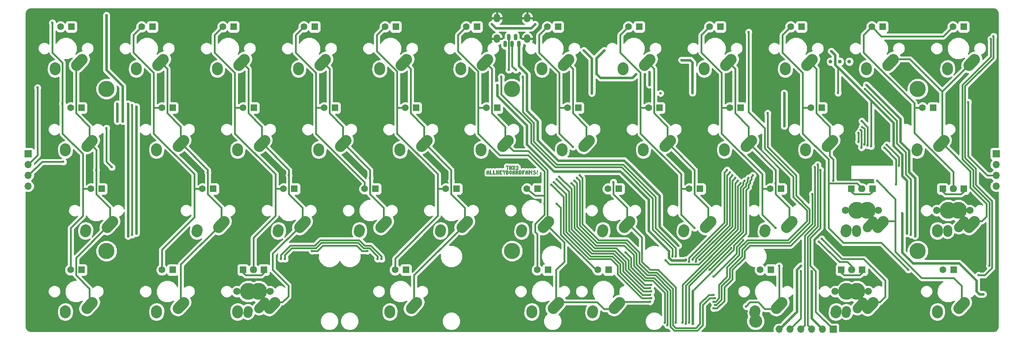
<source format=gbr>
G04 #@! TF.FileFunction,Copper,L1,Top,Signal*
%FSLAX46Y46*%
G04 Gerber Fmt 4.6, Leading zero omitted, Abs format (unit mm)*
G04 Created by KiCad (PCBNEW 4.0.6) date 11/05/17 21:20:18*
%MOMM*%
%LPD*%
G01*
G04 APERTURE LIST*
%ADD10C,0.254000*%
%ADD11C,0.010000*%
%ADD12C,0.600000*%
%ADD13R,1.600200X1.600200*%
%ADD14C,1.600200*%
%ADD15C,3.800000*%
%ADD16O,1.757680X1.600200*%
%ADD17R,1.700000X1.700000*%
%ADD18O,1.700000X1.700000*%
%ADD19C,2.500000*%
%ADD20C,2.600000*%
%ADD21C,2.377000*%
%ADD22C,2.200000*%
%ADD23C,2.200000*%
%ADD24C,1.701800*%
%ADD25C,3.987800*%
%ADD26C,2.150000*%
%ADD27C,3.048000*%
%ADD28O,0.900000X1.500000*%
%ADD29O,1.500000X2.000000*%
%ADD30C,0.900000*%
%ADD31C,0.609600*%
%ADD32C,0.406400*%
G04 APERTURE END LIST*
D10*
D11*
G36*
X141636905Y-66609222D02*
X141636905Y-65847317D01*
X141446429Y-65847317D01*
X141446429Y-65656841D01*
X142017857Y-65656841D01*
X142017857Y-65847317D01*
X141827381Y-65847317D01*
X141827381Y-66609222D01*
X141636905Y-66609222D01*
X141636905Y-66609222D01*
G37*
X141636905Y-66609222D02*
X141636905Y-65847317D01*
X141446429Y-65847317D01*
X141446429Y-65656841D01*
X142017857Y-65656841D01*
X142017857Y-65847317D01*
X141827381Y-65847317D01*
X141827381Y-66609222D01*
X141636905Y-66609222D01*
G36*
X142208334Y-66609222D02*
X142208334Y-65656841D01*
X142398810Y-65656841D01*
X142398810Y-66037793D01*
X142589286Y-66037793D01*
X142589286Y-65656841D01*
X142779762Y-65656841D01*
X142779762Y-66609222D01*
X142589286Y-66609222D01*
X142589286Y-66228270D01*
X142398810Y-66228270D01*
X142398810Y-66609222D01*
X142208334Y-66609222D01*
X142208334Y-66609222D01*
G37*
X142208334Y-66609222D02*
X142208334Y-65656841D01*
X142398810Y-65656841D01*
X142398810Y-66037793D01*
X142589286Y-66037793D01*
X142589286Y-65656841D01*
X142779762Y-65656841D01*
X142779762Y-66609222D01*
X142589286Y-66609222D01*
X142589286Y-66228270D01*
X142398810Y-66228270D01*
X142398810Y-66609222D01*
X142208334Y-66609222D01*
G36*
X142970238Y-66609222D02*
X142970238Y-66228270D01*
X143160715Y-66228270D01*
X143160715Y-66609222D01*
X142970238Y-66609222D01*
X142970238Y-66609222D01*
G37*
X142970238Y-66609222D02*
X142970238Y-66228270D01*
X143160715Y-66228270D01*
X143160715Y-66609222D01*
X142970238Y-66609222D01*
G36*
X143351191Y-66609222D02*
X143351191Y-66228270D01*
X143541667Y-66228270D01*
X143541667Y-66609222D01*
X143351191Y-66609222D01*
X143351191Y-66609222D01*
G37*
X143351191Y-66609222D02*
X143351191Y-66228270D01*
X143541667Y-66228270D01*
X143541667Y-66609222D01*
X143351191Y-66609222D01*
G36*
X143160715Y-66228270D02*
X143160715Y-66037793D01*
X143351191Y-66037793D01*
X143351191Y-66228270D01*
X143160715Y-66228270D01*
X143160715Y-66228270D01*
G37*
X143160715Y-66228270D02*
X143160715Y-66037793D01*
X143351191Y-66037793D01*
X143351191Y-66228270D01*
X143160715Y-66228270D01*
G36*
X142970238Y-66037793D02*
X142970238Y-65656841D01*
X143160715Y-65656841D01*
X143160715Y-66037793D01*
X142970238Y-66037793D01*
X142970238Y-66037793D01*
G37*
X142970238Y-66037793D02*
X142970238Y-65656841D01*
X143160715Y-65656841D01*
X143160715Y-66037793D01*
X142970238Y-66037793D01*
G36*
X143351191Y-66037793D02*
X143351191Y-65656841D01*
X143541667Y-65656841D01*
X143541667Y-66037793D01*
X143351191Y-66037793D01*
X143351191Y-66037793D01*
G37*
X143351191Y-66037793D02*
X143351191Y-65656841D01*
X143541667Y-65656841D01*
X143541667Y-66037793D01*
X143351191Y-66037793D01*
G36*
X143732143Y-66609222D02*
X143732143Y-66418745D01*
X143922620Y-66418745D01*
X143922620Y-66228270D01*
X144113096Y-66228270D01*
X144113096Y-66418745D01*
X144303572Y-66418745D01*
X144303572Y-66609222D01*
X143732143Y-66609222D01*
X143732143Y-66609222D01*
G37*
X143732143Y-66609222D02*
X143732143Y-66418745D01*
X143922620Y-66418745D01*
X143922620Y-66228270D01*
X144113096Y-66228270D01*
X144113096Y-66418745D01*
X144303572Y-66418745D01*
X144303572Y-66609222D01*
X143732143Y-66609222D01*
G36*
X143732143Y-66037793D02*
X143732143Y-65847317D01*
X143922620Y-65847317D01*
X143922620Y-66037793D01*
X143732143Y-66037793D01*
X143732143Y-66037793D01*
G37*
X143732143Y-66037793D02*
X143732143Y-65847317D01*
X143922620Y-65847317D01*
X143922620Y-66037793D01*
X143732143Y-66037793D01*
G36*
X144113096Y-66228270D02*
X144113096Y-65847317D01*
X144303572Y-65847317D01*
X144303572Y-66228270D01*
X144113096Y-66228270D01*
X144113096Y-66228270D01*
G37*
X144113096Y-66228270D02*
X144113096Y-65847317D01*
X144303572Y-65847317D01*
X144303572Y-66228270D01*
X144113096Y-66228270D01*
G36*
X143922620Y-65847317D02*
X143922620Y-65656841D01*
X144113096Y-65656841D01*
X144113096Y-65847317D01*
X143922620Y-65847317D01*
X143922620Y-65847317D01*
G37*
X143922620Y-65847317D02*
X143922620Y-65656841D01*
X144113096Y-65656841D01*
X144113096Y-65847317D01*
X143922620Y-65847317D01*
G36*
X136875000Y-67693159D02*
X136875000Y-66931253D01*
X137065476Y-66931253D01*
X137065476Y-67121730D01*
X137255953Y-67121730D01*
X137255953Y-66931253D01*
X137446429Y-66931253D01*
X137446429Y-67693159D01*
X137255953Y-67693159D01*
X137255953Y-67312205D01*
X137065476Y-67312205D01*
X137065476Y-67693159D01*
X136875000Y-67693159D01*
X136875000Y-67693159D01*
G37*
X136875000Y-67693159D02*
X136875000Y-66931253D01*
X137065476Y-66931253D01*
X137065476Y-67121730D01*
X137255953Y-67121730D01*
X137255953Y-66931253D01*
X137446429Y-66931253D01*
X137446429Y-67693159D01*
X137255953Y-67693159D01*
X137255953Y-67312205D01*
X137065476Y-67312205D01*
X137065476Y-67693159D01*
X136875000Y-67693159D01*
G36*
X137065476Y-66931253D02*
X137065476Y-66740777D01*
X137255953Y-66740777D01*
X137255953Y-66931253D01*
X137065476Y-66931253D01*
X137065476Y-66931253D01*
G37*
X137065476Y-66931253D02*
X137065476Y-66740777D01*
X137255953Y-66740777D01*
X137255953Y-66931253D01*
X137065476Y-66931253D01*
G36*
X137636905Y-67693159D02*
X137636905Y-66740777D01*
X137827381Y-66740777D01*
X137827381Y-67502682D01*
X138208333Y-67502682D01*
X138208333Y-67693159D01*
X137636905Y-67693159D01*
X137636905Y-67693159D01*
G37*
X137636905Y-67693159D02*
X137636905Y-66740777D01*
X137827381Y-66740777D01*
X137827381Y-67502682D01*
X138208333Y-67502682D01*
X138208333Y-67693159D01*
X137636905Y-67693159D01*
G36*
X138398810Y-67693159D02*
X138398810Y-66740777D01*
X138589286Y-66740777D01*
X138589286Y-67502682D01*
X138970238Y-67502682D01*
X138970238Y-67693159D01*
X138398810Y-67693159D01*
X138398810Y-67693159D01*
G37*
X138398810Y-67693159D02*
X138398810Y-66740777D01*
X138589286Y-66740777D01*
X138589286Y-67502682D01*
X138970238Y-67502682D01*
X138970238Y-67693159D01*
X138398810Y-67693159D01*
G36*
X139541667Y-67693159D02*
X139541667Y-67312205D01*
X139732143Y-67312205D01*
X139732143Y-67693159D01*
X139541667Y-67693159D01*
X139541667Y-67693159D01*
G37*
X139541667Y-67693159D02*
X139541667Y-67312205D01*
X139732143Y-67312205D01*
X139732143Y-67693159D01*
X139541667Y-67693159D01*
G36*
X139160714Y-67693159D02*
X139160714Y-66740777D01*
X139351191Y-66740777D01*
X139351191Y-67121730D01*
X139541667Y-67121730D01*
X139541667Y-67312205D01*
X139351191Y-67312205D01*
X139351191Y-67693159D01*
X139160714Y-67693159D01*
X139160714Y-67693159D01*
G37*
X139160714Y-67693159D02*
X139160714Y-66740777D01*
X139351191Y-66740777D01*
X139351191Y-67121730D01*
X139541667Y-67121730D01*
X139541667Y-67312205D01*
X139351191Y-67312205D01*
X139351191Y-67693159D01*
X139160714Y-67693159D01*
G36*
X139541667Y-67121730D02*
X139541667Y-66740777D01*
X139732143Y-66740777D01*
X139732143Y-67121730D01*
X139541667Y-67121730D01*
X139541667Y-67121730D01*
G37*
X139541667Y-67121730D02*
X139541667Y-66740777D01*
X139732143Y-66740777D01*
X139732143Y-67121730D01*
X139541667Y-67121730D01*
G36*
X139922619Y-67693159D02*
X139922619Y-66740777D01*
X140494048Y-66740777D01*
X140494048Y-66931253D01*
X140113095Y-66931253D01*
X140113095Y-67121730D01*
X140303572Y-67121730D01*
X140303572Y-67312205D01*
X140113095Y-67312205D01*
X140113095Y-67502682D01*
X140494048Y-67502682D01*
X140494048Y-67693159D01*
X139922619Y-67693159D01*
X139922619Y-67693159D01*
G37*
X139922619Y-67693159D02*
X139922619Y-66740777D01*
X140494048Y-66740777D01*
X140494048Y-66931253D01*
X140113095Y-66931253D01*
X140113095Y-67121730D01*
X140303572Y-67121730D01*
X140303572Y-67312205D01*
X140113095Y-67312205D01*
X140113095Y-67502682D01*
X140494048Y-67502682D01*
X140494048Y-67693159D01*
X139922619Y-67693159D01*
G36*
X140875000Y-67693159D02*
X140875000Y-67121730D01*
X141065476Y-67121730D01*
X141065476Y-67693159D01*
X140875000Y-67693159D01*
X140875000Y-67693159D01*
G37*
X140875000Y-67693159D02*
X140875000Y-67121730D01*
X141065476Y-67121730D01*
X141065476Y-67693159D01*
X140875000Y-67693159D01*
G36*
X140684524Y-67121730D02*
X140684524Y-66740777D01*
X140875000Y-66740777D01*
X140875000Y-67121730D01*
X140684524Y-67121730D01*
X140684524Y-67121730D01*
G37*
X140684524Y-67121730D02*
X140684524Y-66740777D01*
X140875000Y-66740777D01*
X140875000Y-67121730D01*
X140684524Y-67121730D01*
G36*
X141065476Y-67121730D02*
X141065476Y-66740777D01*
X141255953Y-66740777D01*
X141255953Y-67121730D01*
X141065476Y-67121730D01*
X141065476Y-67121730D01*
G37*
X141065476Y-67121730D02*
X141065476Y-66740777D01*
X141255953Y-66740777D01*
X141255953Y-67121730D01*
X141065476Y-67121730D01*
G36*
X141827381Y-67502682D02*
X141827381Y-67312205D01*
X142017858Y-67312205D01*
X142017858Y-67502682D01*
X141827381Y-67502682D01*
X141827381Y-67502682D01*
G37*
X141827381Y-67502682D02*
X141827381Y-67312205D01*
X142017858Y-67312205D01*
X142017858Y-67502682D01*
X141827381Y-67502682D01*
G36*
X141827381Y-67121730D02*
X141827381Y-66931253D01*
X142017858Y-66931253D01*
X142017858Y-67121730D01*
X141827381Y-67121730D01*
X141827381Y-67121730D01*
G37*
X141827381Y-67121730D02*
X141827381Y-66931253D01*
X142017858Y-66931253D01*
X142017858Y-67121730D01*
X141827381Y-67121730D01*
G36*
X141446429Y-67693159D02*
X141446429Y-66740777D01*
X141827381Y-66740777D01*
X141827381Y-66931253D01*
X141636905Y-66931253D01*
X141636905Y-67121730D01*
X141827381Y-67121730D01*
X141827381Y-67312205D01*
X141636905Y-67312205D01*
X141636905Y-67502682D01*
X141827381Y-67502682D01*
X141827381Y-67693159D01*
X141446429Y-67693159D01*
X141446429Y-67693159D01*
G37*
X141446429Y-67693159D02*
X141446429Y-66740777D01*
X141827381Y-66740777D01*
X141827381Y-66931253D01*
X141636905Y-66931253D01*
X141636905Y-67121730D01*
X141827381Y-67121730D01*
X141827381Y-67312205D01*
X141636905Y-67312205D01*
X141636905Y-67502682D01*
X141827381Y-67502682D01*
X141827381Y-67693159D01*
X141446429Y-67693159D01*
G36*
X142398810Y-67693159D02*
X142398810Y-67502682D01*
X142589286Y-67502682D01*
X142589286Y-67693159D01*
X142398810Y-67693159D01*
X142398810Y-67693159D01*
G37*
X142398810Y-67693159D02*
X142398810Y-67502682D01*
X142589286Y-67502682D01*
X142589286Y-67693159D01*
X142398810Y-67693159D01*
G36*
X142208334Y-67502682D02*
X142208334Y-66931253D01*
X142398810Y-66931253D01*
X142398810Y-67502682D01*
X142208334Y-67502682D01*
X142208334Y-67502682D01*
G37*
X142208334Y-67502682D02*
X142208334Y-66931253D01*
X142398810Y-66931253D01*
X142398810Y-67502682D01*
X142208334Y-67502682D01*
G36*
X142589286Y-67502682D02*
X142589286Y-66931253D01*
X142779762Y-66931253D01*
X142779762Y-67502682D01*
X142589286Y-67502682D01*
X142589286Y-67502682D01*
G37*
X142589286Y-67502682D02*
X142589286Y-66931253D01*
X142779762Y-66931253D01*
X142779762Y-67502682D01*
X142589286Y-67502682D01*
G36*
X142398810Y-66931253D02*
X142398810Y-66740777D01*
X142589286Y-66740777D01*
X142589286Y-66931253D01*
X142398810Y-66931253D01*
X142398810Y-66931253D01*
G37*
X142398810Y-66931253D02*
X142398810Y-66740777D01*
X142589286Y-66740777D01*
X142589286Y-66931253D01*
X142398810Y-66931253D01*
G36*
X142970238Y-67693159D02*
X142970238Y-66931253D01*
X143160715Y-66931253D01*
X143160715Y-67121730D01*
X143351191Y-67121730D01*
X143351191Y-66931253D01*
X143541667Y-66931253D01*
X143541667Y-67693159D01*
X143351191Y-67693159D01*
X143351191Y-67312205D01*
X143160715Y-67312205D01*
X143160715Y-67693159D01*
X142970238Y-67693159D01*
X142970238Y-67693159D01*
G37*
X142970238Y-67693159D02*
X142970238Y-66931253D01*
X143160715Y-66931253D01*
X143160715Y-67121730D01*
X143351191Y-67121730D01*
X143351191Y-66931253D01*
X143541667Y-66931253D01*
X143541667Y-67693159D01*
X143351191Y-67693159D01*
X143351191Y-67312205D01*
X143160715Y-67312205D01*
X143160715Y-67693159D01*
X142970238Y-67693159D01*
G36*
X143160715Y-66931253D02*
X143160715Y-66740777D01*
X143351191Y-66740777D01*
X143351191Y-66931253D01*
X143160715Y-66931253D01*
X143160715Y-66931253D01*
G37*
X143160715Y-66931253D02*
X143160715Y-66740777D01*
X143351191Y-66740777D01*
X143351191Y-66931253D01*
X143160715Y-66931253D01*
G36*
X144113096Y-67693159D02*
X144113096Y-67312205D01*
X144303572Y-67312205D01*
X144303572Y-67693159D01*
X144113096Y-67693159D01*
X144113096Y-67693159D01*
G37*
X144113096Y-67693159D02*
X144113096Y-67312205D01*
X144303572Y-67312205D01*
X144303572Y-67693159D01*
X144113096Y-67693159D01*
G36*
X144113096Y-67121730D02*
X144113096Y-66931253D01*
X144303572Y-66931253D01*
X144303572Y-67121730D01*
X144113096Y-67121730D01*
X144113096Y-67121730D01*
G37*
X144113096Y-67121730D02*
X144113096Y-66931253D01*
X144303572Y-66931253D01*
X144303572Y-67121730D01*
X144113096Y-67121730D01*
G36*
X143732143Y-67693159D02*
X143732143Y-66740777D01*
X144113096Y-66740777D01*
X144113096Y-66931253D01*
X143922620Y-66931253D01*
X143922620Y-67121730D01*
X144113096Y-67121730D01*
X144113096Y-67312205D01*
X143922620Y-67312205D01*
X143922620Y-67693159D01*
X143732143Y-67693159D01*
X143732143Y-67693159D01*
G37*
X143732143Y-67693159D02*
X143732143Y-66740777D01*
X144113096Y-66740777D01*
X144113096Y-66931253D01*
X143922620Y-66931253D01*
X143922620Y-67121730D01*
X144113096Y-67121730D01*
X144113096Y-67312205D01*
X143922620Y-67312205D01*
X143922620Y-67693159D01*
X143732143Y-67693159D01*
G36*
X144875000Y-67502682D02*
X144875000Y-66931253D01*
X145065476Y-66931253D01*
X145065476Y-67502682D01*
X144875000Y-67502682D01*
X144875000Y-67502682D01*
G37*
X144875000Y-67502682D02*
X144875000Y-66931253D01*
X145065476Y-66931253D01*
X145065476Y-67502682D01*
X144875000Y-67502682D01*
G36*
X144494048Y-67693159D02*
X144494048Y-66740777D01*
X144875000Y-66740777D01*
X144875000Y-66931253D01*
X144684524Y-66931253D01*
X144684524Y-67502682D01*
X144875000Y-67502682D01*
X144875000Y-67693159D01*
X144494048Y-67693159D01*
X144494048Y-67693159D01*
G37*
X144494048Y-67693159D02*
X144494048Y-66740777D01*
X144875000Y-66740777D01*
X144875000Y-66931253D01*
X144684524Y-66931253D01*
X144684524Y-67502682D01*
X144875000Y-67502682D01*
X144875000Y-67693159D01*
X144494048Y-67693159D01*
G36*
X145255953Y-67693159D02*
X145255953Y-66740777D01*
X145827382Y-66740777D01*
X145827382Y-66931253D01*
X145446429Y-66931253D01*
X145446429Y-67121730D01*
X145636905Y-67121730D01*
X145636905Y-67312205D01*
X145446429Y-67312205D01*
X145446429Y-67693159D01*
X145255953Y-67693159D01*
X145255953Y-67693159D01*
G37*
X145255953Y-67693159D02*
X145255953Y-66740777D01*
X145827382Y-66740777D01*
X145827382Y-66931253D01*
X145446429Y-66931253D01*
X145446429Y-67121730D01*
X145636905Y-67121730D01*
X145636905Y-67312205D01*
X145446429Y-67312205D01*
X145446429Y-67693159D01*
X145255953Y-67693159D01*
G36*
X146017858Y-67693159D02*
X146017858Y-66931253D01*
X146208334Y-66931253D01*
X146208334Y-67121730D01*
X146398810Y-67121730D01*
X146398810Y-66931253D01*
X146589287Y-66931253D01*
X146589287Y-67693159D01*
X146398810Y-67693159D01*
X146398810Y-67312205D01*
X146208334Y-67312205D01*
X146208334Y-67693159D01*
X146017858Y-67693159D01*
X146017858Y-67693159D01*
G37*
X146017858Y-67693159D02*
X146017858Y-66931253D01*
X146208334Y-66931253D01*
X146208334Y-67121730D01*
X146398810Y-67121730D01*
X146398810Y-66931253D01*
X146589287Y-66931253D01*
X146589287Y-67693159D01*
X146398810Y-67693159D01*
X146398810Y-67312205D01*
X146208334Y-67312205D01*
X146208334Y-67693159D01*
X146017858Y-67693159D01*
G36*
X146208334Y-66931253D02*
X146208334Y-66740777D01*
X146398810Y-66740777D01*
X146398810Y-66931253D01*
X146208334Y-66931253D01*
X146208334Y-66931253D01*
G37*
X146208334Y-66931253D02*
X146208334Y-66740777D01*
X146398810Y-66740777D01*
X146398810Y-66931253D01*
X146208334Y-66931253D01*
G36*
X146779762Y-67693159D02*
X146779762Y-66740777D01*
X146970239Y-66740777D01*
X146970239Y-66931253D01*
X147160715Y-66931253D01*
X147160715Y-67121730D01*
X146970239Y-67121730D01*
X146970239Y-67693159D01*
X146779762Y-67693159D01*
X146779762Y-67693159D01*
G37*
X146779762Y-67693159D02*
X146779762Y-66740777D01*
X146970239Y-66740777D01*
X146970239Y-66931253D01*
X147160715Y-66931253D01*
X147160715Y-67121730D01*
X146970239Y-67121730D01*
X146970239Y-67693159D01*
X146779762Y-67693159D01*
G36*
X147351191Y-67693159D02*
X147351191Y-67312205D01*
X147160715Y-67312205D01*
X147160715Y-67121730D01*
X147351191Y-67121730D01*
X147351191Y-66740777D01*
X147541667Y-66740777D01*
X147541667Y-67693159D01*
X147351191Y-67693159D01*
X147351191Y-67693159D01*
G37*
X147351191Y-67693159D02*
X147351191Y-67312205D01*
X147160715Y-67312205D01*
X147160715Y-67121730D01*
X147351191Y-67121730D01*
X147351191Y-66740777D01*
X147541667Y-66740777D01*
X147541667Y-67693159D01*
X147351191Y-67693159D01*
G36*
X147732144Y-67693159D02*
X147732144Y-67502682D01*
X148303573Y-67502682D01*
X148303573Y-67693159D01*
X147732144Y-67693159D01*
X147732144Y-67693159D01*
G37*
X147732144Y-67693159D02*
X147732144Y-67502682D01*
X148303573Y-67502682D01*
X148303573Y-67693159D01*
X147732144Y-67693159D01*
G36*
X148303573Y-67502682D02*
X148303573Y-67312205D01*
X148494048Y-67312205D01*
X148494048Y-67502682D01*
X148303573Y-67502682D01*
X148303573Y-67502682D01*
G37*
X148303573Y-67502682D02*
X148303573Y-67312205D01*
X148494048Y-67312205D01*
X148494048Y-67502682D01*
X148303573Y-67502682D01*
G36*
X147922620Y-67312205D02*
X147922620Y-67121730D01*
X148303573Y-67121730D01*
X148303573Y-67312205D01*
X147922620Y-67312205D01*
X147922620Y-67312205D01*
G37*
X147922620Y-67312205D02*
X147922620Y-67121730D01*
X148303573Y-67121730D01*
X148303573Y-67312205D01*
X147922620Y-67312205D01*
G36*
X147732144Y-67121730D02*
X147732144Y-66931253D01*
X147922620Y-66931253D01*
X147922620Y-67121730D01*
X147732144Y-67121730D01*
X147732144Y-67121730D01*
G37*
X147732144Y-67121730D02*
X147732144Y-66931253D01*
X147922620Y-66931253D01*
X147922620Y-67121730D01*
X147732144Y-67121730D01*
G36*
X147922620Y-66931253D02*
X147922620Y-66740777D01*
X148303573Y-66740777D01*
X148303573Y-66931253D01*
X147922620Y-66931253D01*
X147922620Y-66931253D01*
G37*
X147922620Y-66931253D02*
X147922620Y-66740777D01*
X148303573Y-66740777D01*
X148303573Y-66931253D01*
X147922620Y-66931253D01*
G36*
X148684525Y-67693159D02*
X148684525Y-67502682D01*
X148875000Y-67502682D01*
X148875000Y-67693159D01*
X148684525Y-67693159D01*
X148684525Y-67693159D01*
G37*
X148684525Y-67693159D02*
X148684525Y-67502682D01*
X148875000Y-67502682D01*
X148875000Y-67693159D01*
X148684525Y-67693159D01*
G36*
X148684525Y-67312205D02*
X148684525Y-66740777D01*
X148875000Y-66740777D01*
X148875000Y-67312205D01*
X148684525Y-67312205D01*
X148684525Y-67312205D01*
G37*
X148684525Y-67312205D02*
X148684525Y-66740777D01*
X148875000Y-66740777D01*
X148875000Y-67312205D01*
X148684525Y-67312205D01*
D12*
X209346800Y-43802300D03*
X201066400Y-36893500D03*
X252971300Y-81495900D03*
X208699100Y-74587100D03*
X207835500Y-70319900D03*
X231584500Y-89331800D03*
X206717900Y-60109100D03*
X139636500Y-39687500D03*
X146177000Y-39878000D03*
X155575000Y-50038000D03*
X193675000Y-50101500D03*
X174688500Y-49974500D03*
X149479000Y-50927000D03*
X158877000Y-44259500D03*
X220281500Y-58801000D03*
X228854000Y-61595000D03*
X229044500Y-56324500D03*
X185864500Y-40068500D03*
X180530500Y-37719000D03*
X161798000Y-36639500D03*
X138112500Y-63500000D03*
X49530000Y-62547500D03*
X203517500Y-102235000D03*
X217487500Y-97155000D03*
X151765000Y-81597500D03*
X66357500Y-81597500D03*
X40640000Y-85090000D03*
X199390000Y-63182500D03*
X180340000Y-63182500D03*
X123190000Y-63182500D03*
X104140000Y-63182500D03*
X85090000Y-63182500D03*
X66040000Y-63182500D03*
X44132500Y-63182500D03*
X117792500Y-44450000D03*
X98425000Y-44767500D03*
X79375000Y-44767500D03*
X60325000Y-44767500D03*
X157797500Y-88582500D03*
X208280000Y-86360000D03*
X207327500Y-93662500D03*
X199707500Y-78740000D03*
X157162500Y-95250000D03*
X77152500Y-97155000D03*
X128587500Y-79375000D03*
X160972500Y-63182500D03*
X212407500Y-71437500D03*
X239712500Y-80327500D03*
X122872500Y-82232500D03*
X32702500Y-62547500D03*
X48260000Y-52387500D03*
X48895000Y-55880000D03*
X40322500Y-63182500D03*
X57150000Y-51117500D03*
X114300000Y-43497500D03*
X180657500Y-78740000D03*
X189865000Y-74295000D03*
X215900000Y-89217500D03*
X247332500Y-85725000D03*
X161607500Y-78740000D03*
X84772500Y-82550000D03*
X73660000Y-89217500D03*
X43497500Y-43497500D03*
X39052500Y-47625000D03*
X58737500Y-76200000D03*
X100012500Y-76200000D03*
X119062500Y-76200000D03*
X138112500Y-76200000D03*
X133985000Y-87947500D03*
X109855000Y-88582500D03*
X254000000Y-101917500D03*
X31750000Y-101917500D03*
X144780000Y-59055000D03*
X160972500Y-70167500D03*
X157162500Y-62865000D03*
X185737500Y-57150000D03*
X166687500Y-57150000D03*
X141922500Y-70167500D03*
X34607500Y-73342500D03*
X33337500Y-57150000D03*
X56515000Y-60960000D03*
X71437500Y-57150000D03*
X90487500Y-57150000D03*
X109537500Y-57150000D03*
X128587500Y-57150000D03*
X136525000Y-45085000D03*
X113030000Y-51117500D03*
X132080000Y-51117500D03*
X246380000Y-48577500D03*
X253365000Y-56197500D03*
X234950000Y-44132500D03*
X189230000Y-51117500D03*
X104775000Y-38100000D03*
X123825000Y-38100000D03*
X222885000Y-32067500D03*
X203835000Y-32067500D03*
X184785000Y-32067500D03*
X51435000Y-32067500D03*
X70485000Y-32067500D03*
X89535000Y-32067500D03*
X108585000Y-32067500D03*
D13*
X115570000Y-33020000D03*
D14*
X113030000Y-33020000D03*
D15*
X47625000Y-85725000D03*
X142875000Y-85725000D03*
X238125000Y-85725000D03*
X238125000Y-47625000D03*
X142875000Y-47625000D03*
X47625000Y-47625000D03*
D13*
X39370000Y-33020000D03*
D14*
X36830000Y-33020000D03*
D13*
X58420000Y-33020000D03*
D14*
X55880000Y-33020000D03*
D13*
X77470000Y-33020000D03*
D14*
X74930000Y-33020000D03*
D13*
X96520000Y-33020000D03*
D14*
X93980000Y-33020000D03*
D13*
X134620000Y-33020000D03*
D14*
X132080000Y-33020000D03*
D13*
X153670000Y-33020000D03*
D14*
X151130000Y-33020000D03*
D13*
X172720000Y-33020000D03*
D14*
X170180000Y-33020000D03*
D13*
X191770000Y-33020000D03*
D14*
X189230000Y-33020000D03*
D13*
X210820000Y-33020000D03*
D14*
X208280000Y-33020000D03*
D13*
X229870000Y-33020000D03*
D14*
X227330000Y-33020000D03*
D13*
X41751250Y-52070000D03*
D14*
X39211250Y-52070000D03*
D13*
X63182500Y-52070000D03*
D14*
X60642500Y-52070000D03*
D13*
X82232500Y-52070000D03*
D14*
X79692500Y-52070000D03*
D13*
X101282500Y-52070000D03*
D14*
X98742500Y-52070000D03*
D13*
X120332500Y-52070000D03*
D14*
X117792500Y-52070000D03*
D13*
X139382500Y-52070000D03*
D14*
X136842500Y-52070000D03*
D13*
X158432500Y-52070000D03*
D14*
X155892500Y-52070000D03*
D13*
X177482500Y-52070000D03*
D14*
X174942500Y-52070000D03*
D13*
X196532500Y-52070000D03*
D14*
X193992500Y-52070000D03*
D13*
X215582500Y-52070000D03*
D14*
X213042500Y-52070000D03*
D13*
X241776250Y-52070000D03*
D14*
X239236250Y-52070000D03*
D13*
X46513750Y-71120000D03*
D14*
X43973750Y-71120000D03*
D13*
X72707500Y-71120000D03*
D14*
X70167500Y-71120000D03*
D13*
X91757500Y-71120000D03*
D14*
X89217500Y-71120000D03*
D13*
X110807500Y-71120000D03*
D14*
X108267500Y-71120000D03*
D13*
X129857500Y-71120000D03*
D14*
X127317500Y-71120000D03*
D13*
X148907500Y-71120000D03*
D14*
X146367500Y-71120000D03*
D13*
X167957500Y-71120000D03*
D14*
X165417500Y-71120000D03*
D13*
X187007500Y-71120000D03*
D14*
X184467500Y-71120000D03*
D13*
X206057500Y-71120000D03*
D14*
X203517500Y-71120000D03*
D13*
X41751250Y-90170000D03*
D14*
X39211250Y-90170000D03*
D13*
X63182500Y-90170000D03*
D14*
X60642500Y-90170000D03*
D13*
X117951250Y-90170000D03*
D14*
X115411250Y-90170000D03*
D13*
X151288750Y-90170000D03*
D14*
X148748750Y-90170000D03*
D13*
X203676250Y-90170000D03*
D14*
X201136250Y-90170000D03*
D13*
X246538750Y-90170000D03*
D14*
X243998750Y-90170000D03*
D13*
X248920000Y-33020000D03*
D14*
X246380000Y-33020000D03*
D13*
X165576250Y-90170000D03*
D14*
X163036250Y-90170000D03*
D13*
X222566230Y-71120000D03*
X227488750Y-71120000D03*
D16*
X225027490Y-71120000D03*
D13*
X243997480Y-71120000D03*
X248920000Y-71120000D03*
D16*
X246458740Y-71120000D03*
D13*
X220184980Y-90170000D03*
X225107500Y-90170000D03*
D16*
X222646240Y-90170000D03*
D13*
X79691230Y-90170000D03*
X84613750Y-90170000D03*
D16*
X82152490Y-90170000D03*
D17*
X29210000Y-62865000D03*
D18*
X29210000Y-65405000D03*
X29210000Y-67945000D03*
X29210000Y-70485000D03*
D17*
X218281250Y-104140000D03*
D18*
X215741250Y-104140000D03*
X213201250Y-104140000D03*
X210661250Y-104140000D03*
X208121250Y-104140000D03*
X205581250Y-104140000D03*
D19*
X35560276Y-43179328D02*
X35599724Y-42600672D01*
D20*
X41881969Y-40660694D02*
X40618031Y-42079306D01*
D21*
X41900000Y-40640000D03*
X40600000Y-42100000D03*
D19*
X87947776Y-81279328D02*
X87987224Y-80700672D01*
D20*
X94269469Y-78760694D02*
X93005531Y-80179306D01*
D21*
X94287500Y-78740000D03*
X92987500Y-80200000D03*
D19*
X245110276Y-43179328D02*
X245149724Y-42600672D01*
D20*
X251431969Y-40660694D02*
X250168031Y-42079306D01*
D21*
X251450000Y-40640000D03*
X250150000Y-42100000D03*
D19*
X199866526Y-100329328D02*
X199905974Y-99750672D01*
D20*
X206188219Y-97810694D02*
X204924281Y-99229306D01*
D21*
X206206250Y-97790000D03*
X204906250Y-99250000D03*
D19*
X59372776Y-100329328D02*
X59412224Y-99750672D01*
D20*
X65694469Y-97810694D02*
X64430531Y-99229306D01*
D21*
X65712500Y-97790000D03*
X64412500Y-99250000D03*
D19*
X202247776Y-81279328D02*
X202287224Y-80700672D01*
D20*
X208569469Y-78760694D02*
X207305531Y-80179306D01*
D21*
X208587500Y-78740000D03*
X207287500Y-80200000D03*
D19*
X183197776Y-81279328D02*
X183237224Y-80700672D01*
D20*
X189519469Y-78760694D02*
X188255531Y-80179306D01*
D21*
X189537500Y-78740000D03*
X188237500Y-80200000D03*
D19*
X164147776Y-81279328D02*
X164187224Y-80700672D01*
D20*
X170469469Y-78760694D02*
X169205531Y-80179306D01*
D21*
X170487500Y-78740000D03*
X169187500Y-80200000D03*
D19*
X145097776Y-81279328D02*
X145137224Y-80700672D01*
D20*
X151419469Y-78760694D02*
X150155531Y-80179306D01*
D21*
X151437500Y-78740000D03*
X150137500Y-80200000D03*
D19*
X126047776Y-81279328D02*
X126087224Y-80700672D01*
D20*
X132369469Y-78760694D02*
X131105531Y-80179306D01*
D21*
X132387500Y-78740000D03*
X131087500Y-80200000D03*
D19*
X106997776Y-81279328D02*
X107037224Y-80700672D01*
D20*
X113319469Y-78760694D02*
X112055531Y-80179306D01*
D21*
X113337500Y-78740000D03*
X112037500Y-80200000D03*
D19*
X68897776Y-81279328D02*
X68937224Y-80700672D01*
D20*
X75219469Y-78760694D02*
X73955531Y-80179306D01*
D21*
X75237500Y-78740000D03*
X73937500Y-80200000D03*
D19*
X211772776Y-62229328D02*
X211812224Y-61650672D01*
D20*
X218094469Y-59710694D02*
X216830531Y-61129306D01*
D21*
X218112500Y-59690000D03*
X216812500Y-61150000D03*
D19*
X192722776Y-62229328D02*
X192762224Y-61650672D01*
D20*
X199044469Y-59710694D02*
X197780531Y-61129306D01*
D21*
X199062500Y-59690000D03*
X197762500Y-61150000D03*
D19*
X173672776Y-62229328D02*
X173712224Y-61650672D01*
D20*
X179994469Y-59710694D02*
X178730531Y-61129306D01*
D21*
X180012500Y-59690000D03*
X178712500Y-61150000D03*
D19*
X154622776Y-62229328D02*
X154662224Y-61650672D01*
D20*
X160944469Y-59710694D02*
X159680531Y-61129306D01*
D21*
X160962500Y-59690000D03*
X159662500Y-61150000D03*
D19*
X135572776Y-62229328D02*
X135612224Y-61650672D01*
D20*
X141894469Y-59710694D02*
X140630531Y-61129306D01*
D21*
X141912500Y-59690000D03*
X140612500Y-61150000D03*
D19*
X116522776Y-62229328D02*
X116562224Y-61650672D01*
D20*
X122844469Y-59710694D02*
X121580531Y-61129306D01*
D21*
X122862500Y-59690000D03*
X121562500Y-61150000D03*
D19*
X97472776Y-62229328D02*
X97512224Y-61650672D01*
D20*
X103794469Y-59710694D02*
X102530531Y-61129306D01*
D21*
X103812500Y-59690000D03*
X102512500Y-61150000D03*
D19*
X78422776Y-62229328D02*
X78462224Y-61650672D01*
D20*
X84744469Y-59710694D02*
X83480531Y-61129306D01*
D21*
X84762500Y-59690000D03*
X83462500Y-61150000D03*
D19*
X59372776Y-62229328D02*
X59412224Y-61650672D01*
D20*
X65694469Y-59710694D02*
X64430531Y-61129306D01*
D21*
X65712500Y-59690000D03*
X64412500Y-61150000D03*
D19*
X226060276Y-43179328D02*
X226099724Y-42600672D01*
D20*
X232381969Y-40660694D02*
X231118031Y-42079306D01*
D21*
X232400000Y-40640000D03*
X231100000Y-42100000D03*
D19*
X207010276Y-43179328D02*
X207049724Y-42600672D01*
D20*
X213331969Y-40660694D02*
X212068031Y-42079306D01*
D21*
X213350000Y-40640000D03*
X212050000Y-42100000D03*
D19*
X187960276Y-43179328D02*
X187999724Y-42600672D01*
D20*
X194281969Y-40660694D02*
X193018031Y-42079306D01*
D21*
X194300000Y-40640000D03*
X193000000Y-42100000D03*
D19*
X168910276Y-43179328D02*
X168949724Y-42600672D01*
D20*
X175231969Y-40660694D02*
X173968031Y-42079306D01*
D21*
X175250000Y-40640000D03*
X173950000Y-42100000D03*
D19*
X149860276Y-43179328D02*
X149899724Y-42600672D01*
D20*
X156181969Y-40660694D02*
X154918031Y-42079306D01*
D21*
X156200000Y-40640000D03*
X154900000Y-42100000D03*
D19*
X130810276Y-43179328D02*
X130849724Y-42600672D01*
D20*
X137131969Y-40660694D02*
X135868031Y-42079306D01*
D21*
X137150000Y-40640000D03*
X135850000Y-42100000D03*
D19*
X111760276Y-43179328D02*
X111799724Y-42600672D01*
D20*
X118081969Y-40660694D02*
X116818031Y-42079306D01*
D21*
X118100000Y-40640000D03*
X116800000Y-42100000D03*
D19*
X92710276Y-43179328D02*
X92749724Y-42600672D01*
D20*
X99031969Y-40660694D02*
X97768031Y-42079306D01*
D21*
X99050000Y-40640000D03*
X97750000Y-42100000D03*
D19*
X73660276Y-43179328D02*
X73699724Y-42600672D01*
D20*
X79981969Y-40660694D02*
X78718031Y-42079306D01*
D21*
X80000000Y-40640000D03*
X78700000Y-42100000D03*
D19*
X54610276Y-43179328D02*
X54649724Y-42600672D01*
D20*
X60931969Y-40660694D02*
X59668031Y-42079306D01*
D21*
X60950000Y-40640000D03*
X59650000Y-42100000D03*
D19*
X37941526Y-100329328D02*
X37980974Y-99750672D01*
D20*
X44263219Y-97810694D02*
X42999281Y-99229306D01*
D21*
X44281250Y-97790000D03*
X42981250Y-99250000D03*
D19*
X37941526Y-62229328D02*
X37980974Y-61650672D01*
D20*
X44263219Y-59710694D02*
X42999281Y-61129306D01*
D21*
X44281250Y-59690000D03*
X42981250Y-61150000D03*
D19*
X242729026Y-100329328D02*
X242768474Y-99750672D01*
D20*
X249050719Y-97810694D02*
X247786781Y-99229306D01*
D21*
X249068750Y-97790000D03*
X247768750Y-99250000D03*
D19*
X42704026Y-81279328D02*
X42743474Y-80700672D01*
D20*
X49025719Y-78760694D02*
X47761781Y-80179306D01*
D21*
X49043750Y-78740000D03*
X47743750Y-80200000D03*
D19*
X237966526Y-62229328D02*
X238005974Y-61650672D01*
D20*
X244288219Y-59710694D02*
X243024281Y-61129306D01*
D21*
X244306250Y-59690000D03*
X243006250Y-61150000D03*
D22*
X227618199Y-78760694D02*
X226354261Y-80179306D01*
D20*
X230000719Y-78760694D02*
X228736781Y-80179306D01*
D23*
X226336230Y-80200000D03*
X227636230Y-78740000D03*
D19*
X221296506Y-81279328D02*
X221335954Y-80700672D01*
D24*
X228916230Y-76200000D03*
D25*
X223836230Y-76200000D03*
X226218750Y-76200000D03*
D24*
X221138750Y-76200000D03*
D26*
X223677325Y-81304271D02*
X223720175Y-80675729D01*
D21*
X230018750Y-78740000D03*
X228718750Y-80200000D03*
D22*
X225236949Y-97810694D02*
X223973011Y-99229306D01*
D20*
X227619469Y-97810694D02*
X226355531Y-99229306D01*
D23*
X223954980Y-99250000D03*
X225254980Y-97790000D03*
D19*
X218915256Y-100329328D02*
X218954704Y-99750672D01*
D24*
X226534980Y-95250000D03*
D25*
X221454980Y-95250000D03*
X223837500Y-95250000D03*
D24*
X218757500Y-95250000D03*
D26*
X221296075Y-100354271D02*
X221338925Y-99725729D01*
D21*
X227637500Y-97790000D03*
X226337500Y-99250000D03*
D22*
X249049449Y-78760694D02*
X247785511Y-80179306D01*
D20*
X251431969Y-78760694D02*
X250168031Y-80179306D01*
D23*
X247767480Y-80200000D03*
X249067480Y-78740000D03*
D19*
X242727756Y-81279328D02*
X242767204Y-80700672D01*
D24*
X250347480Y-76200000D03*
D25*
X245267480Y-76200000D03*
X247650000Y-76200000D03*
D24*
X242570000Y-76200000D03*
D26*
X245108575Y-81304271D02*
X245151425Y-80675729D01*
D21*
X251450000Y-78740000D03*
X250150000Y-80200000D03*
D22*
X84743199Y-97810694D02*
X83479261Y-99229306D01*
D20*
X87125719Y-97810694D02*
X85861781Y-99229306D01*
D23*
X83461230Y-99250000D03*
X84761230Y-97790000D03*
D19*
X78421506Y-100329328D02*
X78460954Y-99750672D01*
D24*
X86041230Y-95250000D03*
D25*
X80961230Y-95250000D03*
X83343750Y-95250000D03*
D24*
X78263750Y-95250000D03*
D26*
X80802325Y-100354271D02*
X80845175Y-99725729D01*
D21*
X87143750Y-97790000D03*
X85843750Y-99250000D03*
D27*
X200056750Y-102235000D03*
D19*
X147479026Y-100329328D02*
X147518474Y-99750672D01*
D20*
X153800719Y-97810694D02*
X152536781Y-99229306D01*
D21*
X153818750Y-97790000D03*
X152518750Y-99250000D03*
D19*
X114141526Y-100329328D02*
X114180974Y-99750672D01*
D20*
X120463219Y-97810694D02*
X119199281Y-99229306D01*
D21*
X120481250Y-97790000D03*
X119181250Y-99250000D03*
D19*
X161766526Y-100329328D02*
X161805974Y-99750672D01*
D20*
X168088219Y-97810694D02*
X166824281Y-99229306D01*
D21*
X168106250Y-97790000D03*
X166806250Y-99250000D03*
D28*
X142875000Y-37047780D03*
X142077440Y-35448900D03*
X144472660Y-37047780D03*
X143672560Y-35448900D03*
D29*
X146431000Y-30988000D03*
X139319000Y-30988000D03*
D28*
X141277340Y-37047780D03*
D29*
X139319000Y-35814000D03*
X146431000Y-35814000D03*
D12*
X127635000Y-32067500D03*
X165735000Y-32067500D03*
D17*
X256540000Y-62865000D03*
D18*
X256540000Y-65405000D03*
X256540000Y-67945000D03*
X256540000Y-70485000D03*
D30*
X222062400Y-41177600D03*
X219862400Y-41177600D03*
X217662400Y-41177600D03*
D12*
X217805000Y-38735000D03*
X235585000Y-81597500D03*
X182689500Y-40830500D03*
X185229500Y-45021500D03*
X185229500Y-48577500D03*
X159702500Y-38544500D03*
X227177600Y-50330100D03*
X227177600Y-61112400D03*
X177736500Y-48641000D03*
X161607500Y-48641000D03*
X161607500Y-44132500D03*
X181927500Y-84455000D03*
X206756000Y-48577500D03*
X206756000Y-56388000D03*
X210661250Y-89217500D03*
X146367500Y-49212500D03*
X54610000Y-51752500D03*
X54610000Y-81597500D03*
X234473750Y-76835000D03*
X253523750Y-95885000D03*
X219392500Y-48577500D03*
X175133000Y-46672500D03*
X175133000Y-43688000D03*
X234061000Y-60071000D03*
X226060000Y-46672500D03*
X213201250Y-90487500D03*
X50165000Y-51117500D03*
X50165000Y-55245000D03*
X52705000Y-51117500D03*
X52705000Y-82232500D03*
X183673750Y-87788750D03*
X179705000Y-86677500D03*
X139382500Y-46672500D03*
X237490000Y-82232500D03*
X225615500Y-60706000D03*
X225107500Y-56578500D03*
X186055000Y-88265000D03*
X194627500Y-67945000D03*
X213995000Y-66040000D03*
X224218500Y-57975500D03*
X224218500Y-60071000D03*
X214630000Y-65405000D03*
X185261250Y-87788750D03*
X193992500Y-67310000D03*
X193357500Y-66675000D03*
X184467500Y-88265000D03*
X226377500Y-60896500D03*
X178911250Y-87947500D03*
X195897500Y-69215000D03*
X224980500Y-55181500D03*
X224726500Y-57277000D03*
X224917000Y-61404500D03*
X186848750Y-87788750D03*
X195262500Y-68580000D03*
X215265000Y-66675000D03*
X95885000Y-85725000D03*
X108902500Y-85725000D03*
X53657500Y-81915000D03*
X53657500Y-51435000D03*
X225742500Y-47625000D03*
X236537500Y-81915000D03*
X34925000Y-32067500D03*
X37306250Y-51117500D03*
X153352500Y-74612500D03*
X150495000Y-74612500D03*
X157162500Y-61277500D03*
X185737500Y-80327500D03*
X214947500Y-83502500D03*
X204787500Y-80327500D03*
X235902500Y-90170000D03*
X89535000Y-87630000D03*
X111283750Y-87630000D03*
X255270000Y-35877500D03*
X254952500Y-89217500D03*
X210661250Y-90487500D03*
X190182500Y-91757500D03*
X197167500Y-83185000D03*
X37465000Y-64770000D03*
X190182500Y-96043750D03*
X158750000Y-67945000D03*
X31432500Y-47307500D03*
X158115000Y-68580000D03*
X190500000Y-96837500D03*
X199390000Y-67945000D03*
X185261250Y-102870000D03*
X148272500Y-32385000D03*
X138112500Y-32385000D03*
X51435000Y-55245000D03*
X47625000Y-30289500D03*
X140335000Y-44767500D03*
X180498750Y-86995000D03*
X145415000Y-44767500D03*
X181292500Y-86995000D03*
X171958000Y-44132500D03*
X164528500Y-38544500D03*
X162687000Y-44069000D03*
X198437500Y-34290000D03*
X190182500Y-97631250D03*
X202882500Y-53340000D03*
X190500000Y-98425000D03*
X213360000Y-72390000D03*
X190182500Y-99218750D03*
X194310000Y-85090000D03*
X189230000Y-90170000D03*
X88582500Y-87630000D03*
X112236250Y-87630000D03*
X252412500Y-91440000D03*
X255905000Y-35242500D03*
X48895000Y-66040000D03*
X179387500Y-103187500D03*
X157480000Y-69215000D03*
X47625000Y-56832500D03*
X249999500Y-50736500D03*
X230860600Y-60782200D03*
X233680000Y-65633600D03*
X230301800Y-61442600D03*
X233045000Y-70040500D03*
X169545000Y-86042500D03*
X178752500Y-102552500D03*
X175577500Y-93662500D03*
X156845000Y-69850000D03*
X45243750Y-66675000D03*
X71437500Y-67310000D03*
X153987500Y-68262500D03*
X175260000Y-94456250D03*
X90487500Y-67945000D03*
X175577500Y-95250000D03*
X153352500Y-68897500D03*
X109537500Y-68580000D03*
X152717500Y-69532500D03*
X175260000Y-96043750D03*
X175577500Y-96837500D03*
X152082500Y-70167500D03*
X128587500Y-69215000D03*
X175260000Y-97631250D03*
X181292500Y-102552500D03*
X166687500Y-69532500D03*
X197802500Y-98742500D03*
X205581250Y-89217500D03*
X182880000Y-102552500D03*
X196532500Y-69850000D03*
X204787500Y-69850000D03*
X215582500Y-82867500D03*
X228600000Y-69215000D03*
X218313000Y-69215000D03*
X197485000Y-69215000D03*
X183673750Y-102870000D03*
X250507500Y-66992500D03*
X184467500Y-102552500D03*
X198437500Y-68580000D03*
X143764000Y-43180000D03*
X142113000Y-43180000D03*
D31*
X217805000Y-38735000D02*
X217843100Y-38735000D01*
X218757500Y-41973500D02*
X219392500Y-42608500D01*
X218757500Y-39649400D02*
X218757500Y-41973500D01*
X217843100Y-38735000D02*
X218757500Y-39649400D01*
X235585000Y-69215000D02*
X234442000Y-68072000D01*
X235585000Y-81597500D02*
X235585000Y-69215000D01*
X185229500Y-45021500D02*
X185229500Y-41402000D01*
X184658000Y-40830500D02*
X182689500Y-40830500D01*
X185229500Y-41402000D02*
X184658000Y-40830500D01*
X185229500Y-45910500D02*
X185229500Y-48577500D01*
X185229500Y-45021500D02*
X185229500Y-45910500D01*
X161607500Y-44132500D02*
X161607500Y-40449500D01*
X161607500Y-40449500D02*
X159702500Y-38544500D01*
X144462500Y-36857940D02*
X144462500Y-42227500D01*
D32*
X227177600Y-51714400D02*
X227177600Y-50330100D01*
X227177600Y-56642000D02*
X227177600Y-51714400D01*
X227177600Y-61112400D02*
X227177600Y-56642000D01*
D31*
X161607500Y-44132500D02*
X161607500Y-48641000D01*
X177482500Y-80010000D02*
X181927500Y-84455000D01*
X153670000Y-64452500D02*
X169227500Y-64452500D01*
X177482500Y-79057500D02*
X177482500Y-72707500D01*
X146367500Y-52705000D02*
X146367500Y-49212500D01*
X169227500Y-64452500D02*
X177482500Y-72707500D01*
X146367500Y-52705000D02*
X148907500Y-55245000D01*
X148907500Y-59690000D02*
X153670000Y-64452500D01*
X177482500Y-79057500D02*
X177482500Y-80010000D01*
X148907500Y-55245000D02*
X148907500Y-59690000D01*
X146367500Y-44132500D02*
X146367500Y-49212500D01*
X144462500Y-42227500D02*
X146367500Y-44132500D01*
X144462500Y-36857940D02*
X144472660Y-36847780D01*
X206756000Y-56388000D02*
X206756000Y-48577500D01*
X209708750Y-90170000D02*
X210661250Y-89217500D01*
X209708750Y-100012500D02*
X209708750Y-90170000D01*
X205581250Y-104140000D02*
X209708750Y-100012500D01*
X54610000Y-81597500D02*
X54610000Y-51752500D01*
X234473750Y-86042500D02*
X237013750Y-88582500D01*
X252571250Y-95885000D02*
X253523750Y-95885000D01*
X251936250Y-95250000D02*
X252571250Y-95885000D01*
X237013750Y-88582500D02*
X247808750Y-88582500D01*
X247808750Y-88582500D02*
X251936250Y-92710000D01*
X251936250Y-92710000D02*
X251936250Y-95250000D01*
X234473750Y-76835000D02*
X234473750Y-86042500D01*
X234442000Y-63055500D02*
X232410000Y-61023500D01*
X234442000Y-68072000D02*
X234442000Y-63055500D01*
D32*
X219392500Y-48577500D02*
X219392500Y-42608500D01*
X219392500Y-42608500D02*
X219424250Y-42576750D01*
D31*
X219424250Y-42576750D02*
X225425000Y-48577500D01*
X232410000Y-55562500D02*
X232410000Y-61023500D01*
X225933000Y-49085500D02*
X232410000Y-55562500D01*
X225425000Y-48577500D02*
X225933000Y-49085500D01*
X234061000Y-60071000D02*
X236093000Y-62103000D01*
X236093000Y-67183000D02*
X237490000Y-68580000D01*
X236093000Y-62103000D02*
X236093000Y-67183000D01*
X175133000Y-43688000D02*
X175133000Y-46672500D01*
X226060000Y-46672500D02*
X227647500Y-48260000D01*
X227647500Y-48260000D02*
X234061000Y-54673500D01*
X213201250Y-101600000D02*
X215741250Y-104140000D01*
X213201250Y-90487500D02*
X213201250Y-101600000D01*
X50165000Y-55245000D02*
X50165000Y-51117500D01*
X52705000Y-51117500D02*
X52705000Y-82232500D01*
X183673750Y-87788750D02*
X183515000Y-87947500D01*
X180340000Y-87947500D02*
X183515000Y-87947500D01*
X179705000Y-87312500D02*
X180340000Y-87947500D01*
X139382500Y-46672500D02*
X139382500Y-49212500D01*
X179705000Y-85725000D02*
X179705000Y-86677500D01*
X179705000Y-87312500D02*
X179705000Y-86677500D01*
X234061000Y-60071000D02*
X234061000Y-54673500D01*
X237490000Y-68580000D02*
X237490000Y-82232500D01*
X174942500Y-80962500D02*
X179705000Y-85725000D01*
X139382500Y-49212500D02*
X146367500Y-56197500D01*
X174942500Y-80962500D02*
X174942500Y-79057500D01*
X146367500Y-60642500D02*
X152717500Y-66992500D01*
X146367500Y-56197500D02*
X146367500Y-60642500D01*
X152717500Y-66992500D02*
X168275000Y-66992500D01*
X174942500Y-79057500D02*
X174942500Y-73660000D01*
X168275000Y-66992500D02*
X174942500Y-73660000D01*
D32*
X225647250Y-57054750D02*
X225647250Y-60674250D01*
X225647250Y-60674250D02*
X225615500Y-60706000D01*
X225107500Y-56578500D02*
X225171000Y-56578500D01*
X225171000Y-56578500D02*
X225647250Y-57054750D01*
X186055000Y-88265000D02*
X186055000Y-87630000D01*
X186055000Y-87630000D02*
X193992500Y-79692500D01*
X193992500Y-79692500D02*
X193992500Y-68580000D01*
X194627500Y-67945000D02*
X193992500Y-68580000D01*
X213995000Y-79692500D02*
X211613750Y-82073750D01*
X211613750Y-103187500D02*
X210661250Y-104140000D01*
X211613750Y-82073750D02*
X211613750Y-103187500D01*
X213995000Y-79692500D02*
X213995000Y-66040000D01*
X224218500Y-60071000D02*
X224218500Y-57975500D01*
X214630000Y-65405000D02*
X214630000Y-80010000D01*
X193357500Y-79375000D02*
X193357500Y-67945000D01*
X193357500Y-67945000D02*
X193992500Y-67310000D01*
X212248750Y-103187500D02*
X213201250Y-104140000D01*
X214630000Y-80010000D02*
X212248750Y-82391250D01*
X212248750Y-82391250D02*
X212248750Y-103187500D01*
X185261250Y-87788750D02*
X185261250Y-87471250D01*
X185261250Y-87471250D02*
X193357500Y-79375000D01*
X193357500Y-66675000D02*
X192722500Y-67310000D01*
X184467500Y-87312500D02*
X192722500Y-79057500D01*
X184467500Y-88265000D02*
X184467500Y-87312500D01*
X192722500Y-79057500D02*
X192722500Y-67310000D01*
X226377500Y-56578500D02*
X224980500Y-55181500D01*
X226377500Y-60896500D02*
X226377500Y-56578500D01*
X195262500Y-80327500D02*
X195262500Y-69850000D01*
X195262500Y-80327500D02*
X186690000Y-88900000D01*
X179863750Y-88900000D02*
X186690000Y-88900000D01*
X178911250Y-87947500D02*
X179863750Y-88900000D01*
X195897500Y-69215000D02*
X195262500Y-69850000D01*
X224726500Y-57277000D02*
X224917000Y-57467500D01*
X224917000Y-57467500D02*
X224917000Y-61404500D01*
X194627500Y-80010000D02*
X194627500Y-69215000D01*
X194627500Y-80010000D02*
X186848750Y-87788750D01*
X195262500Y-68580000D02*
X194627500Y-69215000D01*
X214153750Y-100012500D02*
X218281250Y-104140000D01*
X214153750Y-90487500D02*
X214153750Y-100012500D01*
X214153750Y-90487500D02*
X212883750Y-89217500D01*
X212883750Y-89217500D02*
X212883750Y-82708750D01*
X215265000Y-66675000D02*
X215265000Y-80327500D01*
X212883750Y-82708750D02*
X215265000Y-80327500D01*
X108902500Y-85725000D02*
X107632500Y-85725000D01*
X107632500Y-85725000D02*
X106362500Y-84455000D01*
X106362500Y-84455000D02*
X98425000Y-84455000D01*
X98425000Y-84455000D02*
X97155000Y-85725000D01*
X97155000Y-85725000D02*
X95885000Y-85725000D01*
X53657500Y-81915000D02*
X53657500Y-51435000D01*
X233235500Y-60452000D02*
X234632500Y-61849000D01*
X235331000Y-67691000D02*
X236537500Y-68897500D01*
X235331000Y-62547500D02*
X235331000Y-67691000D01*
X234632500Y-61849000D02*
X235331000Y-62547500D01*
X225742500Y-47625000D02*
X227647500Y-49530000D01*
X233235500Y-55118000D02*
X227647500Y-49530000D01*
X233235500Y-55118000D02*
X233235500Y-60452000D01*
X236537500Y-81915000D02*
X236537500Y-68897500D01*
X34925000Y-39052500D02*
X34925000Y-32067500D01*
X37306250Y-51117500D02*
X37306250Y-41433750D01*
X34925000Y-39052500D02*
X37306250Y-41433750D01*
X37306250Y-58102500D02*
X37306250Y-51117500D01*
X37306250Y-58102500D02*
X42068750Y-62865000D01*
X42068750Y-62865000D02*
X42068750Y-71120000D01*
X42068750Y-71120000D02*
X42068750Y-77470000D01*
X42068750Y-77470000D02*
X39211250Y-80327500D01*
X42068750Y-71120000D02*
X43973750Y-71120000D01*
X39211250Y-80327500D02*
X39211250Y-90170000D01*
X55880000Y-33020000D02*
X53975000Y-34925000D01*
X53975000Y-34925000D02*
X53975000Y-39052500D01*
X58737500Y-43815000D02*
X53975000Y-39052500D01*
X58737500Y-43815000D02*
X58737500Y-52070000D01*
X58737500Y-52070000D02*
X58737500Y-58102500D01*
X58737500Y-58102500D02*
X68262500Y-67627500D01*
X68262500Y-71120000D02*
X68262500Y-67627500D01*
X68262500Y-77787500D02*
X68262500Y-71120000D01*
X68262500Y-77787500D02*
X60642500Y-85407500D01*
X58737500Y-52070000D02*
X60642500Y-52070000D01*
X70167500Y-71120000D02*
X68262500Y-71120000D01*
X60642500Y-85407500D02*
X60642500Y-90170000D01*
X93980000Y-33020000D02*
X92075000Y-34925000D01*
X92075000Y-34925000D02*
X92075000Y-39052500D01*
X92075000Y-39052500D02*
X96837500Y-43815000D01*
X96837500Y-43815000D02*
X96837500Y-52070000D01*
X96837500Y-52070000D02*
X96837500Y-58102500D01*
X96837500Y-58102500D02*
X108267500Y-69532500D01*
X98742500Y-52070000D02*
X96837500Y-52070000D01*
X108267500Y-69532500D02*
X108267500Y-71120000D01*
X113030000Y-33020000D02*
X111125000Y-34925000D01*
X111125000Y-38735000D02*
X115887500Y-43497500D01*
X111125000Y-34925000D02*
X111125000Y-38735000D01*
X115887500Y-43497500D02*
X115887500Y-52070000D01*
X115887500Y-52070000D02*
X115887500Y-58102500D01*
X115887500Y-58102500D02*
X125412500Y-67627500D01*
X125412500Y-67627500D02*
X125412500Y-71120000D01*
X125412500Y-77470000D02*
X115411250Y-87471250D01*
X125412500Y-71120000D02*
X125412500Y-77470000D01*
X117792500Y-52070000D02*
X115887500Y-52070000D01*
X127317500Y-71120000D02*
X125412500Y-71120000D01*
X115411250Y-90170000D02*
X115411250Y-87471250D01*
X150495000Y-72707500D02*
X148272500Y-72707500D01*
X148272500Y-72707500D02*
X146367500Y-71120000D01*
X154305000Y-81915000D02*
X154305000Y-75565000D01*
X154305000Y-81915000D02*
X162560000Y-90170000D01*
X154305000Y-75565000D02*
X153352500Y-74612500D01*
X150495000Y-77152500D02*
X148272500Y-79375000D01*
X150495000Y-66992500D02*
X150495000Y-72707500D01*
X150495000Y-72707500D02*
X150495000Y-74612500D01*
X150495000Y-74612500D02*
X150495000Y-77152500D01*
X146685000Y-63182500D02*
X150495000Y-66992500D01*
X134937500Y-58102500D02*
X140017500Y-63182500D01*
X134937500Y-52070000D02*
X134937500Y-58102500D01*
X140017500Y-63182500D02*
X146685000Y-63182500D01*
X148272500Y-79375000D02*
X148272500Y-81280000D01*
X132080000Y-33020000D02*
X130175000Y-34925000D01*
X134937500Y-43497500D02*
X134937500Y-52070000D01*
X130175000Y-34925000D02*
X130175000Y-38735000D01*
X130175000Y-38735000D02*
X134937500Y-43497500D01*
X148748750Y-81756250D02*
X148272500Y-81280000D01*
X148748750Y-81756250D02*
X148748750Y-90170000D01*
X136842500Y-52070000D02*
X134937500Y-52070000D01*
X163036250Y-90170000D02*
X162560000Y-90170000D01*
X151130000Y-33020000D02*
X149225000Y-34925000D01*
X149225000Y-34925000D02*
X149225000Y-39052500D01*
X149225000Y-39052500D02*
X153987500Y-43815000D01*
X153987500Y-52070000D02*
X153987500Y-43815000D01*
X153987500Y-58102500D02*
X157162500Y-61277500D01*
X153987500Y-58102500D02*
X153987500Y-52070000D01*
X153987500Y-52070000D02*
X155892500Y-52070000D01*
X170180000Y-33020000D02*
X168275000Y-34925000D01*
X168275000Y-34925000D02*
X168275000Y-39052500D01*
X168275000Y-39052500D02*
X173037500Y-43815000D01*
X173037500Y-52070000D02*
X173037500Y-43815000D01*
X173037500Y-58102500D02*
X173037500Y-52070000D01*
X182562500Y-67627500D02*
X173037500Y-58102500D01*
X182562500Y-71120000D02*
X182562500Y-67627500D01*
X185737500Y-80327500D02*
X182562500Y-77152500D01*
X182562500Y-71120000D02*
X182562500Y-77152500D01*
X174942500Y-52070000D02*
X173037500Y-52070000D01*
X184467500Y-71120000D02*
X182562500Y-71120000D01*
X221615000Y-88265000D02*
X222646240Y-89296240D01*
X221615000Y-88265000D02*
X219710000Y-88265000D01*
X214947500Y-83502500D02*
X219710000Y-88265000D01*
X222646240Y-89296240D02*
X222646240Y-90170000D01*
X201612500Y-77152500D02*
X204787500Y-80327500D01*
X201612500Y-71120000D02*
X201612500Y-77152500D01*
X201612500Y-67627500D02*
X201612500Y-71120000D01*
X201612500Y-67627500D02*
X192087500Y-58102500D01*
X192087500Y-52070000D02*
X192087500Y-58102500D01*
X192087500Y-43815000D02*
X192087500Y-52070000D01*
X192087500Y-43815000D02*
X187325000Y-39052500D01*
X187325000Y-34925000D02*
X189230000Y-33020000D01*
X187325000Y-34925000D02*
X187325000Y-39052500D01*
X193992500Y-52070000D02*
X192087500Y-52070000D01*
X203517500Y-71120000D02*
X201612500Y-71120000D01*
X225027490Y-71120000D02*
X225027490Y-70976490D01*
X225027490Y-70976490D02*
X223901000Y-69850000D01*
X223901000Y-69850000D02*
X217170000Y-69850000D01*
X217170000Y-64135000D02*
X217170000Y-69215000D01*
X217170000Y-69215000D02*
X217170000Y-69850000D01*
X217170000Y-69850000D02*
X217170000Y-80327500D01*
X211137500Y-58102500D02*
X217170000Y-64135000D01*
X211137500Y-58102500D02*
X211137500Y-52070000D01*
X211137500Y-52070000D02*
X211137500Y-43815000D01*
X206375000Y-39052500D02*
X211137500Y-43815000D01*
X206375000Y-34925000D02*
X206375000Y-39052500D01*
X217170000Y-80327500D02*
X220662500Y-83820000D01*
X220662500Y-83820000D02*
X229552500Y-83820000D01*
X235902500Y-90170000D02*
X229552500Y-83820000D01*
X208280000Y-33020000D02*
X206375000Y-34925000D01*
X211137500Y-52070000D02*
X213042500Y-52070000D01*
X229552500Y-35242500D02*
X227330000Y-33020000D01*
X225425000Y-34925000D02*
X225425000Y-39052500D01*
X227330000Y-33020000D02*
X225425000Y-34925000D01*
X237331250Y-50958750D02*
X225425000Y-39052500D01*
X237331250Y-50958750D02*
X237331250Y-52070000D01*
X244157500Y-35242500D02*
X229552500Y-35242500D01*
X237331250Y-57943750D02*
X246458740Y-67071240D01*
X237331250Y-52070000D02*
X237331250Y-57943750D01*
X246458740Y-67071240D02*
X246458740Y-71120000D01*
X237331250Y-52070000D02*
X239236250Y-52070000D01*
X246380000Y-33020000D02*
X244157500Y-35242500D01*
X74930000Y-33020000D02*
X73025000Y-34925000D01*
X73025000Y-39052500D02*
X73025000Y-34925000D01*
X82152490Y-82630010D02*
X82152490Y-90170000D01*
X89217500Y-71120000D02*
X87312500Y-71120000D01*
X87312500Y-71120000D02*
X87312500Y-67627500D01*
X87312500Y-77470000D02*
X82152490Y-82630010D01*
X87312500Y-71120000D02*
X87312500Y-77470000D01*
X77787500Y-43815000D02*
X77787500Y-52070000D01*
X77787500Y-52070000D02*
X77787500Y-58102500D01*
X79692500Y-52070000D02*
X77787500Y-52070000D01*
X73025000Y-39052500D02*
X77787500Y-43815000D01*
X77787500Y-58102500D02*
X87312500Y-67627500D01*
X227488750Y-71120000D02*
X227488750Y-71755000D01*
X227488750Y-71755000D02*
X226853750Y-72390000D01*
X226853750Y-72390000D02*
X223202500Y-72390000D01*
X222567500Y-71755000D02*
X223202500Y-72390000D01*
X222567500Y-71120000D02*
X222567500Y-71755000D01*
X248920000Y-71120000D02*
X248920000Y-71755000D01*
X248920000Y-71755000D02*
X248285000Y-72390000D01*
X243998750Y-71755000D02*
X244633750Y-72390000D01*
X244633750Y-72390000D02*
X248285000Y-72390000D01*
X243998750Y-71120000D02*
X243998750Y-71755000D01*
X84613750Y-90170000D02*
X84613750Y-90805254D01*
X84613750Y-90805254D02*
X83979004Y-91440000D01*
X79692500Y-90805000D02*
X80327500Y-91440000D01*
X80327500Y-91440000D02*
X83979004Y-91440000D01*
X79692500Y-90170000D02*
X79692500Y-90805000D01*
X220186250Y-90170000D02*
X220186250Y-90805000D01*
X220186250Y-90805000D02*
X220821250Y-91440000D01*
X225107500Y-90170000D02*
X225107500Y-90805000D01*
X225107500Y-90805000D02*
X224472500Y-91440000D01*
X224472500Y-91440000D02*
X220821250Y-91440000D01*
X89535000Y-87630000D02*
X89535000Y-86677500D01*
X89535000Y-86677500D02*
X91122500Y-85090000D01*
X91122500Y-85090000D02*
X96837500Y-85090000D01*
X98107500Y-83820000D02*
X106680000Y-83820000D01*
X96837500Y-85090000D02*
X98107500Y-83820000D01*
X111283750Y-87630000D02*
X111283750Y-86995000D01*
X107950000Y-85090000D02*
X109378750Y-85090000D01*
X106680000Y-83820000D02*
X107950000Y-85090000D01*
X111283750Y-86995000D02*
X109378750Y-85090000D01*
X251142500Y-66675000D02*
X251142500Y-70485000D01*
X248602500Y-64135000D02*
X251142500Y-66675000D01*
X248602500Y-46672500D02*
X248602500Y-64135000D01*
X255270000Y-40005000D02*
X248602500Y-46672500D01*
X255270000Y-35877500D02*
X255270000Y-40005000D01*
X254952500Y-74295000D02*
X254952500Y-89217500D01*
X251142500Y-70485000D02*
X254952500Y-74295000D01*
X190182500Y-91757500D02*
X195580000Y-86360000D01*
X210661250Y-90487500D02*
X210661250Y-101600000D01*
X208121250Y-104140000D02*
X210661250Y-101600000D01*
X195580000Y-84772500D02*
X197167500Y-83185000D01*
X195580000Y-86360000D02*
X195580000Y-84772500D01*
X186055000Y-103822500D02*
X181292500Y-103822500D01*
X32543750Y-64770000D02*
X37465000Y-64770000D01*
X29210000Y-67945000D02*
X32543750Y-64770000D01*
X176847500Y-90805000D02*
X180657500Y-94615000D01*
X172720000Y-86042500D02*
X169862500Y-83185000D01*
X180657500Y-94615000D02*
X180657500Y-103187500D01*
X189071250Y-96043750D02*
X187007500Y-98107500D01*
X187007500Y-98107500D02*
X187007500Y-102870000D01*
X187007500Y-102870000D02*
X186055000Y-103822500D01*
X181292500Y-103822500D02*
X180657500Y-103187500D01*
X190182500Y-96043750D02*
X189071250Y-96043750D01*
X159385000Y-68580000D02*
X158750000Y-67945000D01*
X169862500Y-83185000D02*
X163195000Y-83185000D01*
X163195000Y-83185000D02*
X159385000Y-79375000D01*
X172720000Y-88582500D02*
X172720000Y-86042500D01*
X174942500Y-90805000D02*
X172720000Y-88582500D01*
X176847500Y-90805000D02*
X174942500Y-90805000D01*
X159385000Y-68580000D02*
X159385000Y-79375000D01*
X174625000Y-91440000D02*
X172085000Y-88900000D01*
X29210000Y-65405000D02*
X31432500Y-63182500D01*
X31432500Y-63182500D02*
X31432500Y-47307500D01*
X187642500Y-98425000D02*
X187642500Y-103187500D01*
X158750000Y-69215000D02*
X158115000Y-68580000D01*
X162877500Y-83820000D02*
X158750000Y-79692500D01*
X172085000Y-88900000D02*
X172085000Y-86360000D01*
X180022500Y-94932500D02*
X176530000Y-91440000D01*
X176530000Y-91440000D02*
X174625000Y-91440000D01*
X172085000Y-86360000D02*
X169545000Y-83820000D01*
X169545000Y-83820000D02*
X162877500Y-83820000D01*
X158750000Y-79692500D02*
X158750000Y-69215000D01*
X189230000Y-96837500D02*
X187642500Y-98425000D01*
X187642500Y-103187500D02*
X186372500Y-104457500D01*
X186372500Y-104457500D02*
X180975000Y-104457500D01*
X180975000Y-104457500D02*
X180022500Y-103505000D01*
X180022500Y-103505000D02*
X180022500Y-94932500D01*
X190500000Y-96837500D02*
X189230000Y-96837500D01*
X198437500Y-70167500D02*
X198437500Y-70802500D01*
X198437500Y-70167500D02*
X198755000Y-69850000D01*
X198755000Y-69850000D02*
X198755000Y-69215000D01*
X198755000Y-69215000D02*
X199072500Y-68897500D01*
X199072500Y-68897500D02*
X199072500Y-68262500D01*
X199072500Y-68262500D02*
X199390000Y-67945000D01*
X198437500Y-70802500D02*
X197802500Y-71437500D01*
X194945000Y-84455000D02*
X197802500Y-81597500D01*
X194945000Y-85407500D02*
X185261250Y-95091250D01*
D31*
X185261250Y-102870000D02*
X185261250Y-95091250D01*
D32*
X194945000Y-85407500D02*
X194945000Y-84455000D01*
X197802500Y-71437500D02*
X197802500Y-81597500D01*
X139319000Y-30988000D02*
X146431000Y-30988000D01*
D31*
X148272500Y-32385000D02*
X147320000Y-33337500D01*
X147320000Y-33337500D02*
X139065000Y-33337500D01*
X139065000Y-33337500D02*
X138112500Y-32385000D01*
X51435000Y-55245000D02*
X51435000Y-46990000D01*
X51435000Y-46990000D02*
X47625000Y-43180000D01*
X47625000Y-43180000D02*
X47625000Y-30289500D01*
D32*
X175895000Y-80645000D02*
X180498750Y-85248750D01*
X175895000Y-73342500D02*
X175895000Y-80645000D01*
X180498750Y-85248750D02*
X180498750Y-86995000D01*
X168592500Y-66040000D02*
X175895000Y-73342500D01*
X153035000Y-66040000D02*
X168592500Y-66040000D01*
X140335000Y-44767500D02*
X140335000Y-48895000D01*
X147320000Y-55880000D02*
X147320000Y-60325000D01*
X147320000Y-60325000D02*
X153035000Y-66040000D01*
X140335000Y-48895000D02*
X147320000Y-55880000D01*
X181292500Y-85090000D02*
X181292500Y-86995000D01*
X176530000Y-80327500D02*
X181292500Y-85090000D01*
X145415000Y-44767500D02*
X145415000Y-53022500D01*
X145415000Y-53022500D02*
X147955000Y-55562500D01*
X147955000Y-60007500D02*
X153352500Y-65405000D01*
X147955000Y-55562500D02*
X147955000Y-60007500D01*
X168910000Y-65405000D02*
X153352500Y-65405000D01*
X168910000Y-65405000D02*
X176530000Y-73025000D01*
X176530000Y-73025000D02*
X176530000Y-80327500D01*
D31*
X163639500Y-45021500D02*
X171069000Y-45021500D01*
X162687000Y-44069000D02*
X163639500Y-45021500D01*
X171069000Y-45021500D02*
X171958000Y-44132500D01*
X162687000Y-44069000D02*
X162687000Y-40386000D01*
X162687000Y-40386000D02*
X164528500Y-38544500D01*
D32*
X198120000Y-83185000D02*
X207645000Y-83185000D01*
X212090000Y-78740000D02*
X207645000Y-83185000D01*
X196215000Y-85090000D02*
X198120000Y-83185000D01*
X208915000Y-68262500D02*
X202247500Y-61595000D01*
X202247500Y-56832500D02*
X198437500Y-53022500D01*
X202247500Y-61595000D02*
X202247500Y-56832500D01*
X198437500Y-53022500D02*
X198437500Y-34290000D01*
X212090000Y-78740000D02*
X212090000Y-76200000D01*
X208915000Y-73025000D02*
X208915000Y-68262500D01*
X212090000Y-76200000D02*
X208915000Y-73025000D01*
X190658750Y-97631250D02*
X191452500Y-96837500D01*
X190182500Y-97631250D02*
X190658750Y-97631250D01*
X196215000Y-86677500D02*
X196215000Y-85090000D01*
X193357500Y-89535000D02*
X196215000Y-86677500D01*
X193357500Y-91757500D02*
X193357500Y-89535000D01*
X191452500Y-93662500D02*
X193357500Y-91757500D01*
X191452500Y-96837500D02*
X191452500Y-93662500D01*
X207962500Y-83820000D02*
X212725000Y-79057500D01*
X196850000Y-85407500D02*
X198437500Y-83820000D01*
X198437500Y-83820000D02*
X207962500Y-83820000D01*
X202882500Y-61277500D02*
X202882500Y-53340000D01*
X202882500Y-61277500D02*
X209550000Y-67945000D01*
X209550000Y-72707500D02*
X209550000Y-67945000D01*
X212725000Y-75882500D02*
X209550000Y-72707500D01*
X212725000Y-75882500D02*
X212725000Y-79057500D01*
X190817500Y-98425000D02*
X192087500Y-97155000D01*
X190500000Y-98425000D02*
X190817500Y-98425000D01*
X196850000Y-86995000D02*
X196850000Y-85407500D01*
X193992500Y-89852500D02*
X196850000Y-86995000D01*
X193992500Y-92075000D02*
X193992500Y-89852500D01*
X192087500Y-93980000D02*
X193992500Y-92075000D01*
X192087500Y-97155000D02*
X192087500Y-93980000D01*
X208280000Y-84455000D02*
X213360000Y-79375000D01*
X198755000Y-84455000D02*
X208280000Y-84455000D01*
X197485000Y-85725000D02*
X198755000Y-84455000D01*
X213360000Y-79375000D02*
X213360000Y-72390000D01*
X190976250Y-99218750D02*
X192722500Y-97472500D01*
X190182500Y-99218750D02*
X190976250Y-99218750D01*
X197485000Y-87312500D02*
X197485000Y-85725000D01*
X194627500Y-90170000D02*
X197485000Y-87312500D01*
X194627500Y-92392500D02*
X194627500Y-90170000D01*
X192722500Y-94297500D02*
X194627500Y-92392500D01*
X192722500Y-97472500D02*
X192722500Y-94297500D01*
X189230000Y-90170000D02*
X194310000Y-85090000D01*
X112236250Y-86995000D02*
X109696250Y-84455000D01*
X88582500Y-87630000D02*
X88582500Y-86677500D01*
X88582500Y-86677500D02*
X90805000Y-84455000D01*
X90805000Y-84455000D02*
X96520000Y-84455000D01*
X108267500Y-84455000D02*
X109696250Y-84455000D01*
X106997500Y-83185000D02*
X108267500Y-84455000D01*
X97790000Y-83185000D02*
X106997500Y-83185000D01*
X96520000Y-84455000D02*
X97790000Y-83185000D01*
X112236250Y-86995000D02*
X112236250Y-87630000D01*
X253841250Y-91440000D02*
X252412500Y-91440000D01*
X255587500Y-89693750D02*
X253841250Y-91440000D01*
X251777500Y-70167500D02*
X251777500Y-66357500D01*
X251777500Y-66357500D02*
X249237500Y-63817500D01*
X249237500Y-46990000D02*
X255905000Y-40322500D01*
X255905000Y-35242500D02*
X255905000Y-40322500D01*
X249237500Y-63817500D02*
X249237500Y-46990000D01*
X255587500Y-89693750D02*
X255587500Y-73977500D01*
X255587500Y-73977500D02*
X251777500Y-70167500D01*
X171450000Y-89217500D02*
X174307500Y-92075000D01*
X48895000Y-66040000D02*
X47625000Y-64770000D01*
X179387500Y-103187500D02*
X179387500Y-95250000D01*
X157480000Y-69215000D02*
X158115000Y-69850000D01*
X169227500Y-84455000D02*
X162560000Y-84455000D01*
X176212500Y-92075000D02*
X174307500Y-92075000D01*
X171450000Y-89217500D02*
X171450000Y-86677500D01*
X171450000Y-86677500D02*
X169227500Y-84455000D01*
X162560000Y-84455000D02*
X158115000Y-80010000D01*
X158115000Y-69850000D02*
X158115000Y-80010000D01*
X47625000Y-56832500D02*
X47625000Y-64770000D01*
X176212500Y-92075000D02*
X179387500Y-95250000D01*
X256540000Y-67945000D02*
X254444500Y-67945000D01*
X249999500Y-63500000D02*
X249999500Y-50736500D01*
X254444500Y-67945000D02*
X249999500Y-63500000D01*
X230860600Y-60782200D02*
X233680000Y-63601600D01*
X233680000Y-63601600D02*
X233680000Y-65633600D01*
X230301800Y-61442600D02*
X233045000Y-64185800D01*
X233045000Y-65024000D02*
X233045000Y-64185800D01*
X233045000Y-70040500D02*
X233045000Y-65024000D01*
X178752500Y-102552500D02*
X178752500Y-95567500D01*
X170815000Y-89535000D02*
X170815000Y-87312500D01*
X173990000Y-92710000D02*
X170815000Y-89535000D01*
X173990000Y-92710000D02*
X175895000Y-92710000D01*
X170815000Y-87312500D02*
X169545000Y-86042500D01*
X175895000Y-92710000D02*
X178752500Y-95567500D01*
X175577500Y-93662500D02*
X173990000Y-93662500D01*
X173990000Y-93662500D02*
X170180000Y-89852500D01*
X170180000Y-87947500D02*
X170180000Y-89852500D01*
X167322500Y-85090000D02*
X170180000Y-87947500D01*
X156845000Y-69850000D02*
X157480000Y-70485000D01*
X162242500Y-85090000D02*
X157480000Y-80327500D01*
X162242500Y-85090000D02*
X167322500Y-85090000D01*
X157480000Y-70485000D02*
X157480000Y-80327500D01*
X43656250Y-98495000D02*
X43656250Y-94615000D01*
X40481250Y-87312500D02*
X40481250Y-91440000D01*
X40481250Y-91440000D02*
X43656250Y-94615000D01*
X40481250Y-87312500D02*
X48323750Y-79470000D01*
X43656250Y-98495000D02*
X43631250Y-98520000D01*
X48393750Y-79470000D02*
X48323750Y-79470000D01*
X48418750Y-79445000D02*
X48418750Y-75565000D01*
X45243750Y-61912500D02*
X45243750Y-66675000D01*
X45243750Y-66675000D02*
X45243750Y-72390000D01*
X45243750Y-72390000D02*
X48418750Y-75565000D01*
X45243750Y-61912500D02*
X43751250Y-60420000D01*
X48418750Y-79445000D02*
X48393750Y-79470000D01*
X43631250Y-60420000D02*
X43751250Y-60420000D01*
X43656250Y-60395000D02*
X43656250Y-56515000D01*
X40481250Y-53340000D02*
X40481250Y-42138750D01*
X40481250Y-53340000D02*
X43656250Y-56515000D01*
X43656250Y-60395000D02*
X43631250Y-60420000D01*
X40481250Y-42138750D02*
X41250000Y-41370000D01*
X65087500Y-56515000D02*
X61912500Y-53340000D01*
X65087500Y-60395000D02*
X65087500Y-56515000D01*
X61912500Y-42862500D02*
X60420000Y-41370000D01*
X61912500Y-42862500D02*
X61912500Y-53340000D01*
X60300000Y-41370000D02*
X60420000Y-41370000D01*
X65062500Y-98520000D02*
X65087500Y-98495000D01*
X65087500Y-98495000D02*
X65087500Y-88900000D01*
X65087500Y-88900000D02*
X74517500Y-79470000D01*
X74587500Y-79470000D02*
X74517500Y-79470000D01*
X74612500Y-79445000D02*
X74612500Y-75565000D01*
X71437500Y-72390000D02*
X71437500Y-67310000D01*
X71437500Y-72390000D02*
X74612500Y-75565000D01*
X74612500Y-79445000D02*
X74587500Y-79470000D01*
X153987500Y-68262500D02*
X156845000Y-71120000D01*
X156845000Y-71120000D02*
X156845000Y-80645000D01*
X169545000Y-90170000D02*
X169545000Y-88265000D01*
X175260000Y-94456250D02*
X173831250Y-94456250D01*
X169545000Y-90170000D02*
X173831250Y-94456250D01*
X167005000Y-85725000D02*
X161925000Y-85725000D01*
X169545000Y-88265000D02*
X167005000Y-85725000D01*
X161925000Y-85725000D02*
X156845000Y-80645000D01*
X65062500Y-60420000D02*
X65182500Y-60420000D01*
X65182500Y-60420000D02*
X71437500Y-66675000D01*
X71437500Y-66675000D02*
X71437500Y-67310000D01*
X65087500Y-60395000D02*
X65062500Y-60420000D01*
X93567500Y-79470000D02*
X86677500Y-86360000D01*
X90328750Y-93821250D02*
X86677500Y-90170000D01*
X86677500Y-90170000D02*
X86677500Y-86360000D01*
X88900000Y-97790000D02*
X90328750Y-96361250D01*
X88900000Y-97790000D02*
X87223750Y-97790000D01*
X90328750Y-96361250D02*
X90328750Y-93821250D01*
X79350000Y-41370000D02*
X79470000Y-41370000D01*
X79470000Y-41370000D02*
X80962500Y-42862500D01*
X80962500Y-42862500D02*
X80962500Y-53340000D01*
X84137500Y-56515000D02*
X80962500Y-53340000D01*
X84137500Y-56515000D02*
X84137500Y-60395000D01*
X93637500Y-79470000D02*
X93567500Y-79470000D01*
X93662500Y-79445000D02*
X93662500Y-75565000D01*
X90487500Y-72390000D02*
X90487500Y-67945000D01*
X90487500Y-72390000D02*
X93662500Y-75565000D01*
X93662500Y-79445000D02*
X93637500Y-79470000D01*
X161607500Y-86360000D02*
X166687500Y-86360000D01*
X168910000Y-90487500D02*
X173672500Y-95250000D01*
X175577500Y-95250000D02*
X173672500Y-95250000D01*
X168910000Y-90487500D02*
X168910000Y-88582500D01*
X166687500Y-86360000D02*
X168910000Y-88582500D01*
X161607500Y-86360000D02*
X156210000Y-80962500D01*
X156210000Y-71755000D02*
X156210000Y-80962500D01*
X156210000Y-71755000D02*
X153352500Y-68897500D01*
X84112500Y-60420000D02*
X84232500Y-60420000D01*
X84232500Y-60420000D02*
X90487500Y-66675000D01*
X90487500Y-66675000D02*
X90487500Y-67945000D01*
X84137500Y-60395000D02*
X84112500Y-60420000D01*
X86493750Y-98520000D02*
X87223750Y-97790000D01*
X98400000Y-41370000D02*
X98520000Y-41370000D01*
X98520000Y-41370000D02*
X100012500Y-42862500D01*
X100012500Y-42862500D02*
X100012500Y-53340000D01*
X112712500Y-79445000D02*
X112712500Y-75565000D01*
X109537500Y-72390000D02*
X112712500Y-75565000D01*
X109537500Y-72390000D02*
X109537500Y-68580000D01*
X112712500Y-79445000D02*
X112687500Y-79470000D01*
X152717500Y-69532500D02*
X155575000Y-72390000D01*
X155575000Y-81280000D02*
X161290000Y-86995000D01*
X166370000Y-86995000D02*
X161290000Y-86995000D01*
X168275000Y-90805000D02*
X173513750Y-96043750D01*
X175260000Y-96043750D02*
X173513750Y-96043750D01*
X168275000Y-88900000D02*
X168275000Y-90805000D01*
X166370000Y-86995000D02*
X168275000Y-88900000D01*
X155575000Y-72390000D02*
X155575000Y-81280000D01*
X109537500Y-66675000D02*
X109537500Y-68580000D01*
X103282500Y-60420000D02*
X109537500Y-66675000D01*
X103162500Y-60420000D02*
X103282500Y-60420000D01*
X103187500Y-60395000D02*
X103187500Y-56515000D01*
X103187500Y-56515000D02*
X100012500Y-53340000D01*
X103187500Y-60395000D02*
X103162500Y-60420000D01*
X117450000Y-41370000D02*
X117570000Y-41370000D01*
X117570000Y-41370000D02*
X119062500Y-42862500D01*
X119062500Y-42862500D02*
X119062500Y-53340000D01*
X119831250Y-98520000D02*
X119856250Y-98495000D01*
X119856250Y-98495000D02*
X119856250Y-91431250D01*
X131737500Y-79470000D02*
X131737500Y-79550000D01*
X131737500Y-79550000D02*
X119856250Y-91431250D01*
X131762500Y-75565000D02*
X131762500Y-79445000D01*
X131762500Y-79445000D02*
X131737500Y-79470000D01*
X154940000Y-73025000D02*
X154940000Y-81597500D01*
X154940000Y-81597500D02*
X160972500Y-87630000D01*
X166052500Y-87630000D02*
X160972500Y-87630000D01*
X167640000Y-91122500D02*
X167640000Y-89217500D01*
X175577500Y-96837500D02*
X173355000Y-96837500D01*
X173355000Y-96837500D02*
X167640000Y-91122500D01*
X167640000Y-89217500D02*
X166052500Y-87630000D01*
X152082500Y-70167500D02*
X154940000Y-73025000D01*
X128587500Y-66675000D02*
X128587500Y-69215000D01*
X128587500Y-69215000D02*
X128587500Y-72390000D01*
X122332500Y-60420000D02*
X128587500Y-66675000D01*
X128587500Y-72390000D02*
X131762500Y-75565000D01*
X122212500Y-60420000D02*
X122332500Y-60420000D01*
X122237500Y-60395000D02*
X122237500Y-56515000D01*
X122237500Y-56515000D02*
X119062500Y-53340000D01*
X122237500Y-60395000D02*
X122212500Y-60420000D01*
X150787500Y-79470000D02*
X151130000Y-79127500D01*
X151130000Y-79127500D02*
X151130000Y-66675000D01*
X146685000Y-62230000D02*
X151130000Y-66675000D01*
X143192500Y-62230000D02*
X146685000Y-62230000D01*
X143192500Y-62230000D02*
X141382500Y-60420000D01*
X150787500Y-79470000D02*
X150907500Y-79470000D01*
X141262500Y-60420000D02*
X141382500Y-60420000D01*
X136500000Y-41370000D02*
X136620000Y-41370000D01*
X136620000Y-41370000D02*
X138112500Y-42862500D01*
X138112500Y-42862500D02*
X138112500Y-53340000D01*
X168345000Y-97631250D02*
X175260000Y-97631250D01*
X168345000Y-97631250D02*
X167456250Y-98520000D01*
X167456250Y-98520000D02*
X166598750Y-99377500D01*
X166598750Y-99377500D02*
X164465000Y-99377500D01*
X164465000Y-99377500D02*
X162877500Y-97790000D01*
X153168750Y-98520000D02*
X153898750Y-97790000D01*
X153898750Y-97790000D02*
X162877500Y-97790000D01*
X153168750Y-98520000D02*
X153193750Y-98495000D01*
X153193750Y-98495000D02*
X153193750Y-90170000D01*
X141287500Y-60395000D02*
X141287500Y-56515000D01*
X138112500Y-53340000D02*
X141287500Y-56515000D01*
X141287500Y-60395000D02*
X141262500Y-60420000D01*
X155098750Y-88265000D02*
X155098750Y-83661250D01*
X153193750Y-90170000D02*
X155098750Y-88265000D01*
X155098750Y-83661250D02*
X150907500Y-79470000D01*
X181292500Y-94297500D02*
X177165000Y-90170000D01*
X175260000Y-90170000D02*
X177165000Y-90170000D01*
X175260000Y-90170000D02*
X173355000Y-88265000D01*
X173355000Y-82550000D02*
X173355000Y-88265000D01*
X170275000Y-79470000D02*
X173355000Y-82550000D01*
X181292500Y-94297500D02*
X181292500Y-102552500D01*
X155550000Y-41370000D02*
X155670000Y-41370000D01*
X155670000Y-41370000D02*
X157162500Y-42862500D01*
X157162500Y-42862500D02*
X157162500Y-53340000D01*
X169837500Y-79470000D02*
X170275000Y-79470000D01*
X169862500Y-79445000D02*
X169862500Y-75565000D01*
X166687500Y-69532500D02*
X166687500Y-72390000D01*
X169862500Y-75565000D02*
X166687500Y-72390000D01*
X169862500Y-79445000D02*
X169837500Y-79470000D01*
X160337500Y-60395000D02*
X160337500Y-56515000D01*
X160337500Y-56515000D02*
X157162500Y-53340000D01*
X160337500Y-60395000D02*
X160312500Y-60420000D01*
X198755000Y-97790000D02*
X197802500Y-98742500D01*
X200660000Y-97790000D02*
X202247500Y-99377500D01*
X200660000Y-97790000D02*
X198755000Y-97790000D01*
X202247500Y-99377500D02*
X204698750Y-99377500D01*
X204698750Y-99377500D02*
X205556250Y-98520000D01*
X205581250Y-98495000D02*
X205581250Y-89217500D01*
X205581250Y-98495000D02*
X205556250Y-98520000D01*
X205556250Y-98520000D02*
X204698750Y-99377500D01*
X174600000Y-41370000D02*
X174720000Y-41370000D01*
X174720000Y-41370000D02*
X176212500Y-42862500D01*
X176212500Y-42862500D02*
X176212500Y-53340000D01*
X188887500Y-79470000D02*
X188817500Y-79470000D01*
X188912500Y-79445000D02*
X188912500Y-75565000D01*
X185737500Y-66675000D02*
X185737500Y-72390000D01*
X185737500Y-72390000D02*
X188912500Y-75565000D01*
X185737500Y-66675000D02*
X179482500Y-60420000D01*
X188912500Y-79445000D02*
X188887500Y-79470000D01*
X179362500Y-60420000D02*
X179482500Y-60420000D01*
X179387500Y-60395000D02*
X179387500Y-56515000D01*
X176212500Y-53340000D02*
X179387500Y-56515000D01*
X179387500Y-60395000D02*
X179362500Y-60420000D01*
X195897500Y-70485000D02*
X195897500Y-80645000D01*
X182880000Y-102552500D02*
X182880000Y-93662500D01*
X195897500Y-80645000D02*
X182880000Y-93662500D01*
X196532500Y-69850000D02*
X195897500Y-70485000D01*
X193650000Y-41370000D02*
X193770000Y-41370000D01*
X193770000Y-41370000D02*
X195262500Y-42862500D01*
X195262500Y-42862500D02*
X195262500Y-53340000D01*
X198412500Y-60420000D02*
X198532500Y-60420000D01*
X198532500Y-60420000D02*
X204787500Y-66675000D01*
X204787500Y-66675000D02*
X204787500Y-69850000D01*
X204787500Y-72390000D02*
X207962500Y-75565000D01*
X207962500Y-78115000D02*
X207962500Y-75565000D01*
X204787500Y-69850000D02*
X204787500Y-72390000D01*
X198437500Y-60395000D02*
X198437500Y-56515000D01*
X198437500Y-56515000D02*
X195262500Y-53340000D01*
X198437500Y-60395000D02*
X198412500Y-60420000D01*
X226987500Y-98520000D02*
X227717500Y-97790000D01*
X227717500Y-97790000D02*
X229235000Y-97790000D01*
X229235000Y-97790000D02*
X230505000Y-96520000D01*
X220345000Y-87630000D02*
X225425000Y-87630000D01*
X230505000Y-92710000D02*
X230505000Y-96520000D01*
X225425000Y-87630000D02*
X230505000Y-92710000D01*
X215582500Y-82867500D02*
X220345000Y-87630000D01*
X207962500Y-78115000D02*
X208587500Y-78740000D01*
X217462500Y-60420000D02*
X217462500Y-63411500D01*
X218313000Y-64262000D02*
X218313000Y-69215000D01*
X217462500Y-63411500D02*
X218313000Y-64262000D01*
X197167500Y-69532500D02*
X197167500Y-70167500D01*
X197167500Y-70167500D02*
X196532500Y-70802500D01*
X196532500Y-80962500D02*
X196532500Y-70802500D01*
X183673750Y-102870000D02*
X183673750Y-93821250D01*
X183673750Y-93821250D02*
X196532500Y-80962500D01*
X197167500Y-69532500D02*
X197485000Y-69215000D01*
X212700000Y-41370000D02*
X212820000Y-41370000D01*
X212820000Y-41370000D02*
X214312500Y-42862500D01*
X214312500Y-42862500D02*
X214312500Y-53340000D01*
X248418750Y-98520000D02*
X248443750Y-98495000D01*
X248443750Y-98495000D02*
X248443750Y-93980000D01*
X232886250Y-85883750D02*
X232886250Y-78740000D01*
X248443750Y-93980000D02*
X246538750Y-92075000D01*
X246538750Y-92075000D02*
X239077500Y-92075000D01*
X239077500Y-92075000D02*
X232886250Y-85883750D01*
X232886250Y-78740000D02*
X232886250Y-73501250D01*
X228600000Y-69215000D02*
X232886250Y-73501250D01*
X217462500Y-60420000D02*
X217582500Y-60420000D01*
X217487500Y-60395000D02*
X217487500Y-56515000D01*
X217487500Y-56515000D02*
X214312500Y-53340000D01*
X217487500Y-60395000D02*
X217462500Y-60420000D01*
X229368750Y-79470000D02*
X230098750Y-78740000D01*
X230098750Y-78740000D02*
X232886250Y-78740000D01*
X250507500Y-66992500D02*
X250507500Y-70802500D01*
X197802500Y-70485000D02*
X197167500Y-71120000D01*
X197167500Y-81280000D02*
X197167500Y-71120000D01*
X184467500Y-102552500D02*
X184467500Y-93980000D01*
X184467500Y-93980000D02*
X197167500Y-81280000D01*
X198120000Y-68897500D02*
X198437500Y-68580000D01*
X198120000Y-69532500D02*
X198120000Y-68897500D01*
X197802500Y-69850000D02*
X198120000Y-69532500D01*
X197802500Y-69850000D02*
X197802500Y-70485000D01*
X250507500Y-70802500D02*
X254317500Y-74612500D01*
X253206250Y-78740000D02*
X254317500Y-77628750D01*
X251530000Y-78740000D02*
X253206250Y-78740000D01*
X254317500Y-74612500D02*
X254317500Y-77628750D01*
X250507500Y-66992500D02*
X243935000Y-60420000D01*
X231750000Y-41370000D02*
X232480000Y-40640000D01*
X232480000Y-40640000D02*
X236220000Y-40640000D01*
X236220000Y-40640000D02*
X243840000Y-48260000D01*
X243656250Y-60420000D02*
X243935000Y-60420000D01*
X243656250Y-60420000D02*
X243840000Y-60236250D01*
X243840000Y-60236250D02*
X243840000Y-48260000D01*
X243840000Y-48260000D02*
X250730000Y-41370000D01*
X250730000Y-41370000D02*
X250800000Y-41370000D01*
X250800000Y-79470000D02*
X251530000Y-78740000D01*
X142875000Y-36847780D02*
X142875000Y-42291000D01*
X142875000Y-42291000D02*
X143764000Y-43180000D01*
X142077440Y-35648900D02*
X142077440Y-43144440D01*
X142077440Y-43144440D02*
X142113000Y-43180000D01*
D10*
G36*
X256358949Y-28850211D02*
X256683884Y-29067326D01*
X256900999Y-29392261D01*
X256990660Y-29843017D01*
X256990660Y-61367560D01*
X255690000Y-61367560D01*
X255454683Y-61411838D01*
X255238559Y-61550910D01*
X255093569Y-61763110D01*
X255042560Y-62015000D01*
X255042560Y-63715000D01*
X255086838Y-63950317D01*
X255225910Y-64166441D01*
X255438110Y-64311431D01*
X255505541Y-64325086D01*
X255460853Y-64354946D01*
X255138946Y-64836715D01*
X255025907Y-65405000D01*
X255138946Y-65973285D01*
X255460853Y-66455054D01*
X255790026Y-66675000D01*
X255460853Y-66894946D01*
X255319297Y-67106800D01*
X254791694Y-67106800D01*
X250837700Y-63152806D01*
X250837700Y-51156028D01*
X250934338Y-50923299D01*
X250934662Y-50551333D01*
X250792617Y-50207557D01*
X250529827Y-49944308D01*
X250186299Y-49801662D01*
X250075700Y-49801566D01*
X250075700Y-47337194D01*
X256497697Y-40915197D01*
X256679396Y-40643266D01*
X256743200Y-40322500D01*
X256743200Y-35662028D01*
X256839838Y-35429299D01*
X256840162Y-35057333D01*
X256698117Y-34713557D01*
X256435327Y-34450308D01*
X256091799Y-34307662D01*
X255719833Y-34307338D01*
X255376057Y-34449383D01*
X255112808Y-34712173D01*
X255003235Y-34976054D01*
X254741057Y-35084383D01*
X254477808Y-35347173D01*
X254335162Y-35690701D01*
X254334838Y-36062667D01*
X254431800Y-36297334D01*
X254431800Y-39657806D01*
X253371958Y-40717648D01*
X253401360Y-40507108D01*
X253211685Y-39776322D01*
X253057698Y-39572345D01*
X253570595Y-39360420D01*
X253988951Y-38942794D01*
X254215642Y-38396861D01*
X254216158Y-37805733D01*
X253990420Y-37259405D01*
X253572794Y-36841049D01*
X253026861Y-36614358D01*
X252435733Y-36613842D01*
X251889405Y-36839580D01*
X251471049Y-37257206D01*
X251244358Y-37803139D01*
X251243842Y-38394267D01*
X251365071Y-38687664D01*
X251358182Y-38686702D01*
X250627396Y-38876377D01*
X250024824Y-39331273D01*
X249950729Y-39414435D01*
X250278442Y-38625215D01*
X250279355Y-37579374D01*
X249879972Y-36612793D01*
X249141096Y-35872627D01*
X248175215Y-35471558D01*
X247129374Y-35470645D01*
X246162793Y-35870028D01*
X245422627Y-36608904D01*
X245021558Y-37574785D01*
X245020645Y-38620626D01*
X245420028Y-39587207D01*
X246158904Y-40327373D01*
X247124785Y-40728442D01*
X248170626Y-40729355D01*
X249133738Y-40331405D01*
X248685688Y-40834285D01*
X248303064Y-41485148D01*
X248198640Y-42232892D01*
X248298185Y-42616421D01*
X246597155Y-44317451D01*
X246795793Y-44059980D01*
X246988012Y-43350052D01*
X247033258Y-42686369D01*
X246939167Y-41956922D01*
X246573091Y-41319008D01*
X245990762Y-40869743D01*
X245280834Y-40677524D01*
X244551387Y-40771614D01*
X243913472Y-41137691D01*
X243464207Y-41720020D01*
X243271988Y-42429948D01*
X243226742Y-43093630D01*
X243320833Y-43823077D01*
X243686909Y-44460992D01*
X244269238Y-44910257D01*
X244979166Y-45102476D01*
X245708613Y-45008385D01*
X246172333Y-44742273D01*
X243840000Y-47074606D01*
X236812697Y-40047303D01*
X236540766Y-39865604D01*
X236220000Y-39801800D01*
X234168298Y-39801800D01*
X234161685Y-39776322D01*
X234007698Y-39572345D01*
X234520595Y-39360420D01*
X234938951Y-38942794D01*
X235165642Y-38396861D01*
X235165644Y-38394267D01*
X241083842Y-38394267D01*
X241309580Y-38940595D01*
X241727206Y-39358951D01*
X242273139Y-39585642D01*
X242864267Y-39586158D01*
X243410595Y-39360420D01*
X243828951Y-38942794D01*
X244055642Y-38396861D01*
X244056158Y-37805733D01*
X243830420Y-37259405D01*
X243412794Y-36841049D01*
X242866861Y-36614358D01*
X242275733Y-36613842D01*
X241729405Y-36839580D01*
X241311049Y-37257206D01*
X241084358Y-37803139D01*
X241083842Y-38394267D01*
X235165644Y-38394267D01*
X235166158Y-37805733D01*
X234940420Y-37259405D01*
X234522794Y-36841049D01*
X233976861Y-36614358D01*
X233385733Y-36613842D01*
X232839405Y-36839580D01*
X232421049Y-37257206D01*
X232194358Y-37803139D01*
X232193842Y-38394267D01*
X232315071Y-38687664D01*
X232308182Y-38686702D01*
X231577396Y-38876377D01*
X230974824Y-39331273D01*
X230900729Y-39414435D01*
X231228442Y-38625215D01*
X231229355Y-37579374D01*
X230829972Y-36612793D01*
X230298806Y-36080700D01*
X244157500Y-36080700D01*
X244478266Y-36016896D01*
X244750197Y-35835197D01*
X246130512Y-34454882D01*
X246664207Y-34455348D01*
X247191857Y-34237328D01*
X247494180Y-33935532D01*
X247516738Y-34055417D01*
X247655810Y-34271541D01*
X247868010Y-34416531D01*
X248119900Y-34467540D01*
X249720100Y-34467540D01*
X249955417Y-34423262D01*
X250171541Y-34284190D01*
X250316531Y-34071990D01*
X250367540Y-33820100D01*
X250367540Y-32219900D01*
X250323262Y-31984583D01*
X250184190Y-31768459D01*
X249971990Y-31623469D01*
X249720100Y-31572460D01*
X248119900Y-31572460D01*
X247884583Y-31616738D01*
X247668459Y-31755810D01*
X247523469Y-31968010D01*
X247495498Y-32106135D01*
X247193980Y-31804091D01*
X246666711Y-31585150D01*
X246095793Y-31584652D01*
X245568143Y-31802672D01*
X245164091Y-32206020D01*
X244945150Y-32733289D01*
X244944682Y-33269924D01*
X243810306Y-34404300D01*
X230934885Y-34404300D01*
X231121541Y-34284190D01*
X231266531Y-34071990D01*
X231317540Y-33820100D01*
X231317540Y-32219900D01*
X231273262Y-31984583D01*
X231134190Y-31768459D01*
X230921990Y-31623469D01*
X230670100Y-31572460D01*
X229069900Y-31572460D01*
X228834583Y-31616738D01*
X228618459Y-31755810D01*
X228473469Y-31968010D01*
X228445498Y-32106135D01*
X228143980Y-31804091D01*
X227616711Y-31585150D01*
X227045793Y-31584652D01*
X226518143Y-31802672D01*
X226114091Y-32206020D01*
X225895150Y-32733289D01*
X225894682Y-33269924D01*
X224832303Y-34332303D01*
X224650604Y-34604234D01*
X224609536Y-34810700D01*
X224586800Y-34925000D01*
X224586800Y-37065447D01*
X224362794Y-36841049D01*
X223816861Y-36614358D01*
X223225733Y-36613842D01*
X222679405Y-36839580D01*
X222261049Y-37257206D01*
X222034358Y-37803139D01*
X222033842Y-38394267D01*
X222259580Y-38940595D01*
X222677206Y-39358951D01*
X223223139Y-39585642D01*
X223814267Y-39586158D01*
X224360595Y-39360420D01*
X224600427Y-39121007D01*
X224650604Y-39373266D01*
X224832303Y-39645197D01*
X225906469Y-40719363D01*
X225501387Y-40771614D01*
X224863472Y-41137691D01*
X224414207Y-41720020D01*
X224221988Y-42429948D01*
X224176742Y-43093630D01*
X224270833Y-43823077D01*
X224636909Y-44460992D01*
X225219238Y-44910257D01*
X225929166Y-45102476D01*
X226658613Y-45008385D01*
X227296528Y-44642309D01*
X227745793Y-44059980D01*
X227938012Y-43350052D01*
X227976251Y-42789145D01*
X236493050Y-51305944D01*
X236493050Y-56115447D01*
X236269044Y-55891049D01*
X235723111Y-55664358D01*
X235131983Y-55663842D01*
X235000800Y-55718046D01*
X235000800Y-54673500D01*
X234929262Y-54313854D01*
X234725539Y-54008961D01*
X226724539Y-46007961D01*
X226704173Y-45994353D01*
X226590327Y-45880308D01*
X226440191Y-45817966D01*
X226419646Y-45804238D01*
X226395623Y-45799460D01*
X226246799Y-45737662D01*
X226084234Y-45737520D01*
X226060000Y-45732700D01*
X226035978Y-45737478D01*
X225874833Y-45737338D01*
X225724589Y-45799417D01*
X225700354Y-45804238D01*
X225679988Y-45817846D01*
X225531057Y-45879383D01*
X225416006Y-45994233D01*
X225395461Y-46007961D01*
X225381853Y-46028327D01*
X225267808Y-46142173D01*
X225205466Y-46292309D01*
X225191738Y-46312854D01*
X225186960Y-46336877D01*
X225125162Y-46485701D01*
X225125020Y-46648266D01*
X225120200Y-46672500D01*
X225124978Y-46696522D01*
X225124838Y-46857667D01*
X225143203Y-46902114D01*
X225110920Y-46934342D01*
X220333496Y-42156918D01*
X220476200Y-42097954D01*
X220781682Y-41793005D01*
X220947211Y-41394367D01*
X220947212Y-41392473D01*
X220977212Y-41392473D01*
X221142046Y-41791400D01*
X221446995Y-42096882D01*
X221845633Y-42262411D01*
X222277273Y-42262788D01*
X222676200Y-42097954D01*
X222981682Y-41793005D01*
X223147211Y-41394367D01*
X223147588Y-40962727D01*
X222982754Y-40563800D01*
X222677805Y-40258318D01*
X222279167Y-40092789D01*
X221847527Y-40092412D01*
X221448600Y-40257246D01*
X221143118Y-40562195D01*
X220977589Y-40960833D01*
X220977212Y-41392473D01*
X220947212Y-41392473D01*
X220947588Y-40962727D01*
X220782754Y-40563800D01*
X220477805Y-40258318D01*
X220079167Y-40092789D01*
X219697300Y-40092455D01*
X219697300Y-39649400D01*
X219625762Y-39289754D01*
X219422039Y-38984861D01*
X218507639Y-38070461D01*
X218372854Y-37980401D01*
X218335327Y-37942808D01*
X218285838Y-37922258D01*
X218202746Y-37866738D01*
X218105590Y-37847413D01*
X217991799Y-37800162D01*
X217867501Y-37800054D01*
X217843100Y-37795200D01*
X217805000Y-37795200D01*
X217780978Y-37799978D01*
X217619833Y-37799838D01*
X217469589Y-37861917D01*
X217445354Y-37866738D01*
X217424988Y-37880346D01*
X217276057Y-37941883D01*
X217161006Y-38056733D01*
X217140461Y-38070461D01*
X217126853Y-38090827D01*
X217012808Y-38204673D01*
X216950466Y-38354809D01*
X216936738Y-38375354D01*
X216931960Y-38399377D01*
X216870162Y-38548201D01*
X216870020Y-38710766D01*
X216865200Y-38735000D01*
X216869978Y-38759022D01*
X216869838Y-38920167D01*
X216931917Y-39070411D01*
X216936738Y-39094646D01*
X216950346Y-39115012D01*
X217011883Y-39263943D01*
X217126733Y-39378994D01*
X217140461Y-39399539D01*
X217160827Y-39413147D01*
X217274673Y-39527192D01*
X217328611Y-39549589D01*
X217817700Y-40038678D01*
X217817700Y-40092735D01*
X217447527Y-40092412D01*
X217048600Y-40257246D01*
X216743118Y-40562195D01*
X216577589Y-40960833D01*
X216577212Y-41392473D01*
X216742046Y-41791400D01*
X217046995Y-42096882D01*
X217445633Y-42262411D01*
X217875243Y-42262786D01*
X217889238Y-42333146D01*
X218092961Y-42638039D01*
X218554300Y-43099378D01*
X218554300Y-48157972D01*
X218457662Y-48390701D01*
X218457338Y-48762667D01*
X218599383Y-49106443D01*
X218862173Y-49369692D01*
X219205701Y-49512338D01*
X219577667Y-49512662D01*
X219921443Y-49370617D01*
X220184692Y-49107827D01*
X220327338Y-48764299D01*
X220327662Y-48392333D01*
X220230700Y-48157666D01*
X220230700Y-44712278D01*
X226339400Y-50820978D01*
X226339400Y-55355006D01*
X225869848Y-54885454D01*
X225773617Y-54652557D01*
X225510827Y-54389308D01*
X225167299Y-54246662D01*
X224795333Y-54246338D01*
X224451557Y-54388383D01*
X224188308Y-54651173D01*
X224045662Y-54994701D01*
X224045338Y-55366667D01*
X224187383Y-55710443D01*
X224420099Y-55943565D01*
X224315308Y-56048173D01*
X224172662Y-56391701D01*
X224172560Y-56508836D01*
X223934308Y-56746673D01*
X223791662Y-57090201D01*
X223791618Y-57140212D01*
X223689557Y-57182383D01*
X223426308Y-57445173D01*
X223283662Y-57788701D01*
X223283338Y-58160667D01*
X223380300Y-58395334D01*
X223380300Y-59651472D01*
X223283662Y-59884201D01*
X223283338Y-60256167D01*
X223425383Y-60599943D01*
X223688173Y-60863192D01*
X224031701Y-61005838D01*
X224070122Y-61005871D01*
X223982162Y-61217701D01*
X223981838Y-61589667D01*
X224123883Y-61933443D01*
X224386673Y-62196692D01*
X224730201Y-62339338D01*
X225102167Y-62339662D01*
X225445943Y-62197617D01*
X225709192Y-61934827D01*
X225821907Y-61663381D01*
X225847173Y-61688692D01*
X226190701Y-61831338D01*
X226562667Y-61831662D01*
X226571023Y-61828209D01*
X226647273Y-61904592D01*
X226990801Y-62047238D01*
X227362767Y-62047562D01*
X227706543Y-61905517D01*
X227969792Y-61642727D01*
X228112438Y-61299199D01*
X228112762Y-60927233D01*
X228015800Y-60692566D01*
X228015800Y-52497378D01*
X231470200Y-55951778D01*
X231470200Y-60069419D01*
X231390927Y-59990008D01*
X231047399Y-59847362D01*
X230675433Y-59847038D01*
X230331657Y-59989083D01*
X230068408Y-60251873D01*
X229930322Y-60584420D01*
X229772857Y-60649483D01*
X229509608Y-60912273D01*
X229366962Y-61255801D01*
X229366638Y-61627767D01*
X229508683Y-61971543D01*
X229771473Y-62234792D01*
X230005970Y-62332164D01*
X232206800Y-64532994D01*
X232206800Y-65468500D01*
X222504000Y-65468500D01*
X222457841Y-65477185D01*
X222415447Y-65504465D01*
X222387006Y-65546090D01*
X222377000Y-65595500D01*
X222377000Y-68770500D01*
X222385685Y-68816659D01*
X222412965Y-68859053D01*
X222454590Y-68887494D01*
X222504000Y-68897500D01*
X227719434Y-68897500D01*
X227665162Y-69028201D01*
X227664838Y-69400167D01*
X227777347Y-69672460D01*
X226688650Y-69672460D01*
X226453333Y-69716738D01*
X226237209Y-69855810D01*
X226093076Y-70066756D01*
X225685077Y-69794140D01*
X225135888Y-69684900D01*
X224921294Y-69684900D01*
X224493697Y-69257303D01*
X224221766Y-69075604D01*
X223901000Y-69011800D01*
X219240711Y-69011800D01*
X219151200Y-68795166D01*
X219151200Y-64262000D01*
X219087396Y-63941235D01*
X218905697Y-63669303D01*
X218300700Y-63064306D01*
X218300700Y-62387990D01*
X219576812Y-60955715D01*
X219959436Y-60304852D01*
X220063860Y-59557108D01*
X219874185Y-58826322D01*
X219720198Y-58622345D01*
X220233095Y-58410420D01*
X220651451Y-57992794D01*
X220878142Y-57446861D01*
X220878658Y-56855733D01*
X220652920Y-56309405D01*
X220235294Y-55891049D01*
X219689361Y-55664358D01*
X219098233Y-55663842D01*
X218551905Y-55889580D01*
X218255823Y-56185145D01*
X218080197Y-55922303D01*
X215675434Y-53517540D01*
X216382600Y-53517540D01*
X216617917Y-53473262D01*
X216834041Y-53334190D01*
X216979031Y-53121990D01*
X217030040Y-52870100D01*
X217030040Y-51269900D01*
X216985762Y-51034583D01*
X216846690Y-50818459D01*
X216634490Y-50673469D01*
X216382600Y-50622460D01*
X215150700Y-50622460D01*
X215150700Y-42862500D01*
X215086896Y-42541735D01*
X214905197Y-42269803D01*
X214685587Y-42050193D01*
X214814312Y-41905715D01*
X215196936Y-41254852D01*
X215301360Y-40507108D01*
X215111685Y-39776322D01*
X214957698Y-39572345D01*
X215470595Y-39360420D01*
X215888951Y-38942794D01*
X216115642Y-38396861D01*
X216116158Y-37805733D01*
X215890420Y-37259405D01*
X215472794Y-36841049D01*
X214926861Y-36614358D01*
X214335733Y-36613842D01*
X213789405Y-36839580D01*
X213371049Y-37257206D01*
X213144358Y-37803139D01*
X213143842Y-38394267D01*
X213265071Y-38687664D01*
X213258182Y-38686702D01*
X212527396Y-38876377D01*
X211924824Y-39331273D01*
X211850729Y-39414435D01*
X212178442Y-38625215D01*
X212179355Y-37579374D01*
X211779972Y-36612793D01*
X211041096Y-35872627D01*
X210075215Y-35471558D01*
X209029374Y-35470645D01*
X208062793Y-35870028D01*
X207322627Y-36608904D01*
X207213200Y-36872433D01*
X207213200Y-35272194D01*
X208030512Y-34454882D01*
X208564207Y-34455348D01*
X209091857Y-34237328D01*
X209394180Y-33935532D01*
X209416738Y-34055417D01*
X209555810Y-34271541D01*
X209768010Y-34416531D01*
X210019900Y-34467540D01*
X211620100Y-34467540D01*
X211855417Y-34423262D01*
X212071541Y-34284190D01*
X212216531Y-34071990D01*
X212267540Y-33820100D01*
X212267540Y-32219900D01*
X212223262Y-31984583D01*
X212084190Y-31768459D01*
X211871990Y-31623469D01*
X211620100Y-31572460D01*
X210019900Y-31572460D01*
X209784583Y-31616738D01*
X209568459Y-31755810D01*
X209423469Y-31968010D01*
X209395498Y-32106135D01*
X209093980Y-31804091D01*
X208566711Y-31585150D01*
X207995793Y-31584652D01*
X207468143Y-31802672D01*
X207064091Y-32206020D01*
X206845150Y-32733289D01*
X206844682Y-33269924D01*
X205782303Y-34332303D01*
X205600604Y-34604234D01*
X205559536Y-34810700D01*
X205536800Y-34925000D01*
X205536800Y-37065447D01*
X205312794Y-36841049D01*
X204766861Y-36614358D01*
X204175733Y-36613842D01*
X203629405Y-36839580D01*
X203211049Y-37257206D01*
X202984358Y-37803139D01*
X202983842Y-38394267D01*
X203209580Y-38940595D01*
X203627206Y-39358951D01*
X204173139Y-39585642D01*
X204764267Y-39586158D01*
X205310595Y-39360420D01*
X205550427Y-39121007D01*
X205600604Y-39373266D01*
X205782303Y-39645197D01*
X206856469Y-40719363D01*
X206451387Y-40771614D01*
X205813472Y-41137691D01*
X205364207Y-41720020D01*
X205171988Y-42429948D01*
X205126742Y-43093630D01*
X205220833Y-43823077D01*
X205586909Y-44460992D01*
X206169238Y-44910257D01*
X206879166Y-45102476D01*
X207608613Y-45008385D01*
X208246528Y-44642309D01*
X208695793Y-44059980D01*
X208888012Y-43350052D01*
X208926251Y-42789145D01*
X210299300Y-44162194D01*
X210299300Y-56115447D01*
X210075294Y-55891049D01*
X209529361Y-55664358D01*
X208938233Y-55663842D01*
X208391905Y-55889580D01*
X207973549Y-56307206D01*
X207746858Y-56853139D01*
X207746342Y-57444267D01*
X207972080Y-57990595D01*
X208389706Y-58408951D01*
X208935639Y-58635642D01*
X209526767Y-58636158D01*
X210073095Y-58410420D01*
X210312927Y-58171007D01*
X210363104Y-58423266D01*
X210544803Y-58695197D01*
X211618969Y-59769363D01*
X211213887Y-59821614D01*
X210575972Y-60187691D01*
X210126707Y-60770020D01*
X209934488Y-61479948D01*
X209889242Y-62143630D01*
X209983333Y-62873077D01*
X210349409Y-63510992D01*
X210931738Y-63960257D01*
X211641666Y-64152476D01*
X212371113Y-64058385D01*
X213009028Y-63692309D01*
X213458293Y-63109980D01*
X213650512Y-62400052D01*
X213688751Y-61839145D01*
X216331800Y-64482194D01*
X216331800Y-80327500D01*
X216395604Y-80648266D01*
X216577303Y-80920197D01*
X220069803Y-84412697D01*
X220341735Y-84594396D01*
X220662500Y-84658200D01*
X229205306Y-84658200D01*
X235013152Y-90466046D01*
X235109383Y-90698943D01*
X235372173Y-90962192D01*
X235715701Y-91104838D01*
X236087667Y-91105162D01*
X236431443Y-90963117D01*
X236605985Y-90788879D01*
X238484803Y-92667697D01*
X238756735Y-92849396D01*
X239077500Y-92913200D01*
X244040087Y-92913200D01*
X243781543Y-93020028D01*
X243041377Y-93758904D01*
X242640308Y-94724785D01*
X242639395Y-95770626D01*
X243038778Y-96737207D01*
X243777654Y-97477373D01*
X244743535Y-97878442D01*
X245789376Y-97879355D01*
X246752488Y-97481405D01*
X246304438Y-97984285D01*
X245921814Y-98635148D01*
X245817390Y-99382892D01*
X246007065Y-100113678D01*
X246461961Y-100716250D01*
X247112824Y-101098874D01*
X247860568Y-101203298D01*
X248591354Y-101013623D01*
X249193926Y-100558727D01*
X250533062Y-99055715D01*
X250915686Y-98404852D01*
X251020110Y-97657108D01*
X250830435Y-96926322D01*
X250676448Y-96722345D01*
X251189345Y-96510420D01*
X251528765Y-96171593D01*
X251906711Y-96549539D01*
X252211604Y-96753262D01*
X252571250Y-96824800D01*
X253523750Y-96824800D01*
X253547772Y-96820022D01*
X253708917Y-96820162D01*
X253859161Y-96758083D01*
X253883396Y-96753262D01*
X253903762Y-96739654D01*
X254052693Y-96678117D01*
X254167744Y-96563267D01*
X254188289Y-96549539D01*
X254201897Y-96529173D01*
X254315942Y-96415327D01*
X254378284Y-96265191D01*
X254392012Y-96244646D01*
X254396790Y-96220623D01*
X254458588Y-96071799D01*
X254458730Y-95909234D01*
X254463550Y-95885000D01*
X254458772Y-95860978D01*
X254458912Y-95699833D01*
X254396833Y-95549589D01*
X254392012Y-95525354D01*
X254378404Y-95504988D01*
X254316867Y-95356057D01*
X254202017Y-95241006D01*
X254188289Y-95220461D01*
X254167923Y-95206853D01*
X254054077Y-95092808D01*
X253903941Y-95030466D01*
X253883396Y-95016738D01*
X253859373Y-95011960D01*
X253710549Y-94950162D01*
X253547984Y-94950020D01*
X253523750Y-94945200D01*
X252960528Y-94945200D01*
X252876050Y-94860722D01*
X252876050Y-92710000D01*
X252804512Y-92350354D01*
X252772750Y-92302819D01*
X252832334Y-92278200D01*
X253841250Y-92278200D01*
X254162016Y-92214396D01*
X254433947Y-92032697D01*
X256180197Y-90286447D01*
X256260186Y-90166735D01*
X256361896Y-90014515D01*
X256425700Y-89693750D01*
X256425700Y-73977500D01*
X256361896Y-73656735D01*
X256180197Y-73384803D01*
X252615700Y-69820306D01*
X252615700Y-67301594D01*
X253851803Y-68537697D01*
X254123734Y-68719396D01*
X254444500Y-68783200D01*
X255319297Y-68783200D01*
X255460853Y-68995054D01*
X255790026Y-69215000D01*
X255460853Y-69434946D01*
X255138946Y-69916715D01*
X255025907Y-70485000D01*
X255138946Y-71053285D01*
X255460853Y-71535054D01*
X255942622Y-71856961D01*
X256510907Y-71970000D01*
X256569093Y-71970000D01*
X256990660Y-71886145D01*
X256990660Y-103508257D01*
X256900999Y-103959013D01*
X256683884Y-104283948D01*
X256358949Y-104501063D01*
X255908193Y-104590724D01*
X219778690Y-104590724D01*
X219778690Y-103290000D01*
X219734412Y-103054683D01*
X219595340Y-102838559D01*
X219383140Y-102693569D01*
X219131250Y-102642560D01*
X217969204Y-102642560D01*
X214991950Y-99665306D01*
X214991950Y-95793856D01*
X215114560Y-96090595D01*
X215532186Y-96508951D01*
X216078119Y-96735642D01*
X216669247Y-96736158D01*
X217215575Y-96510420D01*
X217566485Y-96160122D01*
X217914706Y-96508951D01*
X218460639Y-96735642D01*
X219051767Y-96736158D01*
X219199374Y-96675168D01*
X219225008Y-96737207D01*
X219963884Y-97477373D01*
X220929765Y-97878442D01*
X221975606Y-97879355D01*
X222646697Y-97602066D01*
X222976913Y-97739183D01*
X222689645Y-98061606D01*
X222484976Y-98265918D01*
X222427089Y-98405325D01*
X222101949Y-98154481D01*
X221457928Y-97980108D01*
X220796202Y-98065465D01*
X220256473Y-98375196D01*
X219795742Y-98019743D01*
X219085814Y-97827524D01*
X218356367Y-97921614D01*
X217718452Y-98287691D01*
X217269187Y-98870020D01*
X217076968Y-99579948D01*
X217031722Y-100243630D01*
X217125813Y-100973077D01*
X217491889Y-101610992D01*
X218074218Y-102060257D01*
X218784146Y-102252476D01*
X219513593Y-102158385D01*
X220151508Y-101792309D01*
X220229445Y-101691288D01*
X220533051Y-101925518D01*
X221177072Y-102099891D01*
X221838798Y-102014535D01*
X222417490Y-101682444D01*
X222825044Y-101154177D01*
X222948637Y-100697704D01*
X222970898Y-100720004D01*
X223237607Y-100830751D01*
X223367436Y-100907074D01*
X223448763Y-100918431D01*
X223608353Y-100984699D01*
X223925265Y-100984975D01*
X224037893Y-101000704D01*
X224097913Y-100985126D01*
X224298579Y-100985301D01*
X224638703Y-100844764D01*
X224693145Y-100830634D01*
X224717622Y-100812156D01*
X224936495Y-100721719D01*
X224992576Y-100665735D01*
X225030711Y-100716250D01*
X225681574Y-101098874D01*
X226429318Y-101203298D01*
X227160104Y-101013623D01*
X227762676Y-100558727D01*
X228043417Y-100243630D01*
X240845492Y-100243630D01*
X240939583Y-100973077D01*
X241305659Y-101610992D01*
X241887988Y-102060257D01*
X242597916Y-102252476D01*
X243327363Y-102158385D01*
X243965278Y-101792309D01*
X244414543Y-101209980D01*
X244606762Y-100500052D01*
X244652008Y-99836369D01*
X244557917Y-99106922D01*
X244191841Y-98469008D01*
X243609512Y-98019743D01*
X242899584Y-97827524D01*
X242170137Y-97921614D01*
X241532222Y-98287691D01*
X241082957Y-98870020D01*
X240890738Y-99579948D01*
X240845492Y-100243630D01*
X228043417Y-100243630D01*
X229101812Y-99055715D01*
X229368779Y-98601590D01*
X229555766Y-98564396D01*
X229827697Y-98382697D01*
X231097697Y-97112697D01*
X231279396Y-96840766D01*
X231343200Y-96520000D01*
X231343200Y-95544267D01*
X238702592Y-95544267D01*
X238928330Y-96090595D01*
X239345956Y-96508951D01*
X239891889Y-96735642D01*
X240483017Y-96736158D01*
X241029345Y-96510420D01*
X241447701Y-96092794D01*
X241674392Y-95546861D01*
X241674908Y-94955733D01*
X241449170Y-94409405D01*
X241031544Y-93991049D01*
X240485611Y-93764358D01*
X239894483Y-93763842D01*
X239348155Y-93989580D01*
X238929799Y-94407206D01*
X238703108Y-94953139D01*
X238702592Y-95544267D01*
X231343200Y-95544267D01*
X231343200Y-92710000D01*
X231279396Y-92389235D01*
X231097697Y-92117303D01*
X226017697Y-87037303D01*
X225745766Y-86855604D01*
X225425000Y-86791800D01*
X220692194Y-86791800D01*
X216471848Y-82571454D01*
X216375617Y-82338557D01*
X216112827Y-82075308D01*
X215769299Y-81932662D01*
X215397333Y-81932338D01*
X215053557Y-82074383D01*
X214790308Y-82337173D01*
X214680735Y-82601054D01*
X214418557Y-82709383D01*
X214155308Y-82972173D01*
X214012662Y-83315701D01*
X214012338Y-83687667D01*
X214154383Y-84031443D01*
X214417173Y-84294692D01*
X214651670Y-84392064D01*
X219074589Y-88814983D01*
X218933439Y-88905810D01*
X218788449Y-89118010D01*
X218737440Y-89369900D01*
X218737440Y-90970100D01*
X218781718Y-91205417D01*
X218920790Y-91421541D01*
X219132990Y-91566531D01*
X219384880Y-91617540D01*
X219813396Y-91617540D01*
X220228553Y-92032697D01*
X220500485Y-92214396D01*
X220821250Y-92278200D01*
X224472500Y-92278200D01*
X224793266Y-92214396D01*
X225065197Y-92032697D01*
X225480354Y-91617540D01*
X225907600Y-91617540D01*
X226142917Y-91573262D01*
X226359041Y-91434190D01*
X226504031Y-91221990D01*
X226555040Y-90970100D01*
X226555040Y-89945434D01*
X229666800Y-93057194D01*
X229666800Y-93952227D01*
X229214361Y-93764358D01*
X228623233Y-93763842D01*
X228076905Y-93989580D01*
X227725995Y-94339878D01*
X227377774Y-93991049D01*
X226831841Y-93764358D01*
X226240713Y-93763842D01*
X226093106Y-93824832D01*
X226067472Y-93762793D01*
X225328596Y-93022627D01*
X224362715Y-92621558D01*
X223316874Y-92620645D01*
X222645783Y-92897934D01*
X221980195Y-92621558D01*
X220934354Y-92620645D01*
X219967773Y-93020028D01*
X219227607Y-93758904D01*
X219200197Y-93824914D01*
X219054361Y-93764358D01*
X218463233Y-93763842D01*
X217916905Y-93989580D01*
X217565995Y-94339878D01*
X217217774Y-93991049D01*
X216671841Y-93764358D01*
X216080713Y-93763842D01*
X215534385Y-93989580D01*
X215116029Y-94407206D01*
X214991950Y-94706022D01*
X214991950Y-90487500D01*
X214965627Y-90355167D01*
X214928146Y-90166734D01*
X214746447Y-89894803D01*
X213721950Y-88870306D01*
X213721950Y-83055944D01*
X215857697Y-80920197D01*
X216039396Y-80648266D01*
X216103200Y-80327500D01*
X216103200Y-67094528D01*
X216199838Y-66861799D01*
X216200162Y-66489833D01*
X216058117Y-66146057D01*
X215795327Y-65882808D01*
X215495668Y-65758378D01*
X215564838Y-65591799D01*
X215565162Y-65219833D01*
X215423117Y-64876057D01*
X215160327Y-64612808D01*
X214816799Y-64470162D01*
X214444833Y-64469838D01*
X214101057Y-64611883D01*
X213837808Y-64874673D01*
X213728235Y-65138554D01*
X213466057Y-65246883D01*
X213202808Y-65509673D01*
X213060162Y-65853201D01*
X213059838Y-66225167D01*
X213156800Y-66459834D01*
X213156800Y-71462289D01*
X212831057Y-71596883D01*
X212567808Y-71859673D01*
X212425162Y-72203201D01*
X212424838Y-72575167D01*
X212521800Y-72809834D01*
X212521800Y-74493906D01*
X210388200Y-72360306D01*
X210388200Y-67945000D01*
X210365464Y-67830700D01*
X210324396Y-67624234D01*
X210142697Y-67352303D01*
X203720700Y-60930306D01*
X203720700Y-53759528D01*
X203817338Y-53526799D01*
X203817662Y-53154833D01*
X203675617Y-52811057D01*
X203412827Y-52547808D01*
X203069299Y-52405162D01*
X202697333Y-52404838D01*
X202353557Y-52546883D01*
X202090308Y-52809673D01*
X201947662Y-53153201D01*
X201947338Y-53525167D01*
X202044300Y-53759834D01*
X202044300Y-55443906D01*
X199275700Y-52675306D01*
X199275700Y-48577500D01*
X205816200Y-48577500D01*
X205816200Y-56388000D01*
X205820978Y-56412022D01*
X205820838Y-56573167D01*
X205882917Y-56723411D01*
X205887738Y-56747646D01*
X205901346Y-56768012D01*
X205962883Y-56916943D01*
X206077733Y-57031994D01*
X206091461Y-57052539D01*
X206111827Y-57066147D01*
X206225673Y-57180192D01*
X206375809Y-57242534D01*
X206396354Y-57256262D01*
X206420377Y-57261040D01*
X206569201Y-57322838D01*
X206731766Y-57322980D01*
X206756000Y-57327800D01*
X206780022Y-57323022D01*
X206941167Y-57323162D01*
X207091411Y-57261083D01*
X207115646Y-57256262D01*
X207136012Y-57242654D01*
X207284943Y-57181117D01*
X207399994Y-57066267D01*
X207420539Y-57052539D01*
X207434147Y-57032173D01*
X207548192Y-56918327D01*
X207610534Y-56768191D01*
X207624262Y-56747646D01*
X207629040Y-56723623D01*
X207690838Y-56574799D01*
X207690980Y-56412234D01*
X207695800Y-56388000D01*
X207695800Y-48577500D01*
X207691022Y-48553478D01*
X207691162Y-48392333D01*
X207629083Y-48242089D01*
X207624262Y-48217854D01*
X207610654Y-48197488D01*
X207549117Y-48048557D01*
X207434267Y-47933506D01*
X207420539Y-47912961D01*
X207400173Y-47899353D01*
X207286327Y-47785308D01*
X207136191Y-47722966D01*
X207115646Y-47709238D01*
X207091623Y-47704460D01*
X206942799Y-47642662D01*
X206780234Y-47642520D01*
X206756000Y-47637700D01*
X206731978Y-47642478D01*
X206570833Y-47642338D01*
X206420589Y-47704417D01*
X206396354Y-47709238D01*
X206375988Y-47722846D01*
X206227057Y-47784383D01*
X206112006Y-47899233D01*
X206091461Y-47912961D01*
X206077853Y-47933327D01*
X205963808Y-48047173D01*
X205901466Y-48197309D01*
X205887738Y-48217854D01*
X205882960Y-48241877D01*
X205821162Y-48390701D01*
X205821020Y-48553266D01*
X205816200Y-48577500D01*
X199275700Y-48577500D01*
X199275700Y-34709528D01*
X199372338Y-34476799D01*
X199372662Y-34104833D01*
X199230617Y-33761057D01*
X198967827Y-33497808D01*
X198624299Y-33355162D01*
X198252333Y-33354838D01*
X197908557Y-33496883D01*
X197645308Y-33759673D01*
X197502662Y-34103201D01*
X197502338Y-34475167D01*
X197599300Y-34709834D01*
X197599300Y-50683588D01*
X197584490Y-50673469D01*
X197332600Y-50622460D01*
X196100700Y-50622460D01*
X196100700Y-42862500D01*
X196036896Y-42541735D01*
X195855197Y-42269803D01*
X195635587Y-42050193D01*
X195764312Y-41905715D01*
X196146936Y-41254852D01*
X196251360Y-40507108D01*
X196061685Y-39776322D01*
X195907698Y-39572345D01*
X196420595Y-39360420D01*
X196838951Y-38942794D01*
X197065642Y-38396861D01*
X197066158Y-37805733D01*
X196840420Y-37259405D01*
X196422794Y-36841049D01*
X195876861Y-36614358D01*
X195285733Y-36613842D01*
X194739405Y-36839580D01*
X194321049Y-37257206D01*
X194094358Y-37803139D01*
X194093842Y-38394267D01*
X194215071Y-38687664D01*
X194208182Y-38686702D01*
X193477396Y-38876377D01*
X192874824Y-39331273D01*
X192800729Y-39414435D01*
X193128442Y-38625215D01*
X193129355Y-37579374D01*
X192729972Y-36612793D01*
X191991096Y-35872627D01*
X191025215Y-35471558D01*
X189979374Y-35470645D01*
X189012793Y-35870028D01*
X188272627Y-36608904D01*
X188163200Y-36872433D01*
X188163200Y-35272194D01*
X188980512Y-34454882D01*
X189514207Y-34455348D01*
X190041857Y-34237328D01*
X190344180Y-33935532D01*
X190366738Y-34055417D01*
X190505810Y-34271541D01*
X190718010Y-34416531D01*
X190969900Y-34467540D01*
X192570100Y-34467540D01*
X192805417Y-34423262D01*
X193021541Y-34284190D01*
X193166531Y-34071990D01*
X193217540Y-33820100D01*
X193217540Y-32219900D01*
X193173262Y-31984583D01*
X193034190Y-31768459D01*
X192821990Y-31623469D01*
X192570100Y-31572460D01*
X190969900Y-31572460D01*
X190734583Y-31616738D01*
X190518459Y-31755810D01*
X190373469Y-31968010D01*
X190345498Y-32106135D01*
X190043980Y-31804091D01*
X189516711Y-31585150D01*
X188945793Y-31584652D01*
X188418143Y-31802672D01*
X188014091Y-32206020D01*
X187795150Y-32733289D01*
X187794682Y-33269924D01*
X186732303Y-34332303D01*
X186550604Y-34604234D01*
X186509536Y-34810700D01*
X186486800Y-34925000D01*
X186486800Y-37065447D01*
X186262794Y-36841049D01*
X185716861Y-36614358D01*
X185125733Y-36613842D01*
X184579405Y-36839580D01*
X184161049Y-37257206D01*
X183934358Y-37803139D01*
X183933842Y-38394267D01*
X184159580Y-38940595D01*
X184577206Y-39358951D01*
X185123139Y-39585642D01*
X185714267Y-39586158D01*
X186260595Y-39360420D01*
X186500427Y-39121007D01*
X186550604Y-39373266D01*
X186732303Y-39645197D01*
X187806469Y-40719363D01*
X187401387Y-40771614D01*
X186763472Y-41137691D01*
X186314207Y-41720020D01*
X186169300Y-42255209D01*
X186169300Y-41402000D01*
X186097762Y-41042354D01*
X185894039Y-40737461D01*
X185322539Y-40165961D01*
X185017646Y-39962238D01*
X184658000Y-39890700D01*
X182689500Y-39890700D01*
X182665478Y-39895478D01*
X182504333Y-39895338D01*
X182354089Y-39957417D01*
X182329854Y-39962238D01*
X182309488Y-39975846D01*
X182160557Y-40037383D01*
X182045506Y-40152233D01*
X182024961Y-40165961D01*
X182011353Y-40186327D01*
X181897308Y-40300173D01*
X181834966Y-40450309D01*
X181821238Y-40470854D01*
X181816460Y-40494877D01*
X181754662Y-40643701D01*
X181754520Y-40806266D01*
X181749700Y-40830500D01*
X181754478Y-40854522D01*
X181754338Y-41015667D01*
X181816417Y-41165911D01*
X181821238Y-41190146D01*
X181834846Y-41210512D01*
X181896383Y-41359443D01*
X182011233Y-41474494D01*
X182024961Y-41495039D01*
X182045327Y-41508647D01*
X182159173Y-41622692D01*
X182309309Y-41685034D01*
X182329854Y-41698762D01*
X182353877Y-41703540D01*
X182502701Y-41765338D01*
X182665266Y-41765480D01*
X182689500Y-41770300D01*
X184268722Y-41770300D01*
X184289700Y-41791278D01*
X184289700Y-48577500D01*
X184294478Y-48601522D01*
X184294338Y-48762667D01*
X184356417Y-48912911D01*
X184361238Y-48937146D01*
X184374846Y-48957512D01*
X184436383Y-49106443D01*
X184551233Y-49221494D01*
X184564961Y-49242039D01*
X184585327Y-49255647D01*
X184699173Y-49369692D01*
X184849309Y-49432034D01*
X184869854Y-49445762D01*
X184893877Y-49450540D01*
X185042701Y-49512338D01*
X185205266Y-49512480D01*
X185229500Y-49517300D01*
X185253522Y-49512522D01*
X185414667Y-49512662D01*
X185564911Y-49450583D01*
X185589146Y-49445762D01*
X185609512Y-49432154D01*
X185758443Y-49370617D01*
X185873494Y-49255767D01*
X185894039Y-49242039D01*
X185907647Y-49221673D01*
X186021692Y-49107827D01*
X186084034Y-48957691D01*
X186097762Y-48937146D01*
X186102540Y-48913123D01*
X186164338Y-48764299D01*
X186164480Y-48601734D01*
X186169300Y-48577500D01*
X186169300Y-43811192D01*
X186170833Y-43823077D01*
X186536909Y-44460992D01*
X187119238Y-44910257D01*
X187829166Y-45102476D01*
X188558613Y-45008385D01*
X189196528Y-44642309D01*
X189645793Y-44059980D01*
X189838012Y-43350052D01*
X189876251Y-42789145D01*
X191249300Y-44162194D01*
X191249300Y-56115447D01*
X191025294Y-55891049D01*
X190479361Y-55664358D01*
X189888233Y-55663842D01*
X189341905Y-55889580D01*
X188923549Y-56307206D01*
X188696858Y-56853139D01*
X188696342Y-57444267D01*
X188922080Y-57990595D01*
X189339706Y-58408951D01*
X189885639Y-58635642D01*
X190476767Y-58636158D01*
X191023095Y-58410420D01*
X191262927Y-58171007D01*
X191313104Y-58423266D01*
X191494803Y-58695197D01*
X192568969Y-59769363D01*
X192163887Y-59821614D01*
X191525972Y-60187691D01*
X191076707Y-60770020D01*
X190884488Y-61479948D01*
X190839242Y-62143630D01*
X190933333Y-62873077D01*
X191299409Y-63510992D01*
X191881738Y-63960257D01*
X192591666Y-64152476D01*
X193321113Y-64058385D01*
X193959028Y-63692309D01*
X194408293Y-63109980D01*
X194600512Y-62400052D01*
X194638751Y-61839145D01*
X200774300Y-67974694D01*
X200774300Y-75165447D01*
X200550294Y-74941049D01*
X200004361Y-74714358D01*
X199413233Y-74713842D01*
X198866905Y-74939580D01*
X198640700Y-75165390D01*
X198640700Y-71784694D01*
X199030197Y-71395197D01*
X199211896Y-71123265D01*
X199275700Y-70802500D01*
X199275700Y-70514694D01*
X199347697Y-70442697D01*
X199529396Y-70170765D01*
X199593200Y-69850000D01*
X199593200Y-69562194D01*
X199665197Y-69490197D01*
X199846896Y-69218265D01*
X199910700Y-68897500D01*
X199910700Y-68741523D01*
X199918943Y-68738117D01*
X200182192Y-68475327D01*
X200324838Y-68131799D01*
X200325162Y-67759833D01*
X200183117Y-67416057D01*
X199920327Y-67152808D01*
X199576799Y-67010162D01*
X199204833Y-67009838D01*
X198861057Y-67151883D01*
X198597808Y-67414673D01*
X198502144Y-67645056D01*
X198252333Y-67644838D01*
X197908557Y-67786883D01*
X197645308Y-68049673D01*
X197549644Y-68280056D01*
X197299833Y-68279838D01*
X196956057Y-68421883D01*
X196692808Y-68684673D01*
X196691423Y-68688008D01*
X196690617Y-68686057D01*
X196427827Y-68422808D01*
X196163946Y-68313235D01*
X196055617Y-68051057D01*
X195792827Y-67787808D01*
X195528946Y-67678235D01*
X195420617Y-67416057D01*
X195157827Y-67152808D01*
X194893946Y-67043235D01*
X194785617Y-66781057D01*
X194522827Y-66517808D01*
X194258946Y-66408235D01*
X194150617Y-66146057D01*
X193887827Y-65882808D01*
X193544299Y-65740162D01*
X193172333Y-65739838D01*
X192828557Y-65881883D01*
X192565308Y-66144673D01*
X192467936Y-66379170D01*
X192129803Y-66717303D01*
X191948104Y-66989234D01*
X191910920Y-67176170D01*
X191884300Y-67310000D01*
X191884300Y-75165447D01*
X191660294Y-74941049D01*
X191114361Y-74714358D01*
X190523233Y-74713842D01*
X189976905Y-74939580D01*
X189680823Y-75235145D01*
X189505197Y-74972303D01*
X187100434Y-72567540D01*
X187807600Y-72567540D01*
X188042917Y-72523262D01*
X188259041Y-72384190D01*
X188404031Y-72171990D01*
X188455040Y-71920100D01*
X188455040Y-70319900D01*
X188410762Y-70084583D01*
X188271690Y-69868459D01*
X188059490Y-69723469D01*
X187807600Y-69672460D01*
X186575700Y-69672460D01*
X186575700Y-66675000D01*
X186511896Y-66354235D01*
X186330197Y-66082303D01*
X181348087Y-61100193D01*
X181476812Y-60955715D01*
X181859436Y-60304852D01*
X181963860Y-59557108D01*
X181774185Y-58826322D01*
X181620198Y-58622345D01*
X182133095Y-58410420D01*
X182551451Y-57992794D01*
X182778142Y-57446861D01*
X182778658Y-56855733D01*
X182552920Y-56309405D01*
X182135294Y-55891049D01*
X181589361Y-55664358D01*
X180998233Y-55663842D01*
X180451905Y-55889580D01*
X180155823Y-56185145D01*
X179980197Y-55922303D01*
X177575434Y-53517540D01*
X178282600Y-53517540D01*
X178517917Y-53473262D01*
X178734041Y-53334190D01*
X178879031Y-53121990D01*
X178930040Y-52870100D01*
X178930040Y-51269900D01*
X178885762Y-51034583D01*
X178746690Y-50818459D01*
X178534490Y-50673469D01*
X178282600Y-50622460D01*
X177050700Y-50622460D01*
X177050700Y-49277447D01*
X177206173Y-49433192D01*
X177549701Y-49575838D01*
X177921667Y-49576162D01*
X178265443Y-49434117D01*
X178528692Y-49171327D01*
X178671338Y-48827799D01*
X178671662Y-48455833D01*
X178529617Y-48112057D01*
X178266827Y-47848808D01*
X177923299Y-47706162D01*
X177551333Y-47705838D01*
X177207557Y-47847883D01*
X177050700Y-48004467D01*
X177050700Y-42862500D01*
X176986896Y-42541735D01*
X176805197Y-42269803D01*
X176585587Y-42050193D01*
X176714312Y-41905715D01*
X177096936Y-41254852D01*
X177201360Y-40507108D01*
X177011685Y-39776322D01*
X176857698Y-39572345D01*
X177370595Y-39360420D01*
X177788951Y-38942794D01*
X178015642Y-38396861D01*
X178016158Y-37805733D01*
X177790420Y-37259405D01*
X177372794Y-36841049D01*
X176826861Y-36614358D01*
X176235733Y-36613842D01*
X175689405Y-36839580D01*
X175271049Y-37257206D01*
X175044358Y-37803139D01*
X175043842Y-38394267D01*
X175165071Y-38687664D01*
X175158182Y-38686702D01*
X174427396Y-38876377D01*
X173824824Y-39331273D01*
X173750729Y-39414435D01*
X174078442Y-38625215D01*
X174079355Y-37579374D01*
X173679972Y-36612793D01*
X172941096Y-35872627D01*
X171975215Y-35471558D01*
X170929374Y-35470645D01*
X169962793Y-35870028D01*
X169222627Y-36608904D01*
X169113200Y-36872433D01*
X169113200Y-35272194D01*
X169930512Y-34454882D01*
X170464207Y-34455348D01*
X170991857Y-34237328D01*
X171294180Y-33935532D01*
X171316738Y-34055417D01*
X171455810Y-34271541D01*
X171668010Y-34416531D01*
X171919900Y-34467540D01*
X173520100Y-34467540D01*
X173755417Y-34423262D01*
X173971541Y-34284190D01*
X174116531Y-34071990D01*
X174167540Y-33820100D01*
X174167540Y-32219900D01*
X174123262Y-31984583D01*
X173984190Y-31768459D01*
X173771990Y-31623469D01*
X173520100Y-31572460D01*
X171919900Y-31572460D01*
X171684583Y-31616738D01*
X171468459Y-31755810D01*
X171323469Y-31968010D01*
X171295498Y-32106135D01*
X170993980Y-31804091D01*
X170466711Y-31585150D01*
X169895793Y-31584652D01*
X169368143Y-31802672D01*
X168964091Y-32206020D01*
X168745150Y-32733289D01*
X168744682Y-33269924D01*
X167682303Y-34332303D01*
X167500604Y-34604234D01*
X167459536Y-34810700D01*
X167436800Y-34925000D01*
X167436800Y-37065447D01*
X167212794Y-36841049D01*
X166666861Y-36614358D01*
X166075733Y-36613842D01*
X165529405Y-36839580D01*
X165111049Y-37257206D01*
X164928019Y-37697992D01*
X164908691Y-37689966D01*
X164888146Y-37676238D01*
X164864123Y-37671460D01*
X164715299Y-37609662D01*
X164552734Y-37609520D01*
X164528500Y-37604700D01*
X164504478Y-37609478D01*
X164343333Y-37609338D01*
X164193089Y-37671417D01*
X164168854Y-37676238D01*
X164148488Y-37689846D01*
X163999557Y-37751383D01*
X163884506Y-37866233D01*
X163863961Y-37879961D01*
X162115500Y-39628422D01*
X160367039Y-37879961D01*
X160346673Y-37866353D01*
X160232827Y-37752308D01*
X160082691Y-37689966D01*
X160062146Y-37676238D01*
X160038123Y-37671460D01*
X159889299Y-37609662D01*
X159726734Y-37609520D01*
X159702500Y-37604700D01*
X159678478Y-37609478D01*
X159517333Y-37609338D01*
X159367089Y-37671417D01*
X159342854Y-37676238D01*
X159322488Y-37689846D01*
X159173557Y-37751383D01*
X159058506Y-37866233D01*
X159037961Y-37879961D01*
X159024353Y-37900327D01*
X158966025Y-37958554D01*
X158966158Y-37805733D01*
X158740420Y-37259405D01*
X158322794Y-36841049D01*
X157776861Y-36614358D01*
X157185733Y-36613842D01*
X156639405Y-36839580D01*
X156221049Y-37257206D01*
X155994358Y-37803139D01*
X155993842Y-38394267D01*
X156115071Y-38687664D01*
X156108182Y-38686702D01*
X155377396Y-38876377D01*
X154774824Y-39331273D01*
X154700729Y-39414435D01*
X155028442Y-38625215D01*
X155029355Y-37579374D01*
X154629972Y-36612793D01*
X153891096Y-35872627D01*
X152925215Y-35471558D01*
X151879374Y-35470645D01*
X150912793Y-35870028D01*
X150172627Y-36608904D01*
X150063200Y-36872433D01*
X150063200Y-35272194D01*
X150880512Y-34454882D01*
X151414207Y-34455348D01*
X151941857Y-34237328D01*
X152244180Y-33935532D01*
X152266738Y-34055417D01*
X152405810Y-34271541D01*
X152618010Y-34416531D01*
X152869900Y-34467540D01*
X154470100Y-34467540D01*
X154705417Y-34423262D01*
X154921541Y-34284190D01*
X155066531Y-34071990D01*
X155117540Y-33820100D01*
X155117540Y-32219900D01*
X155073262Y-31984583D01*
X154934190Y-31768459D01*
X154721990Y-31623469D01*
X154470100Y-31572460D01*
X152869900Y-31572460D01*
X152634583Y-31616738D01*
X152418459Y-31755810D01*
X152273469Y-31968010D01*
X152245498Y-32106135D01*
X151943980Y-31804091D01*
X151416711Y-31585150D01*
X150845793Y-31584652D01*
X150318143Y-31802672D01*
X149914091Y-32206020D01*
X149695150Y-32733289D01*
X149694682Y-33269924D01*
X148632303Y-34332303D01*
X148450604Y-34604234D01*
X148409536Y-34810700D01*
X148386800Y-34925000D01*
X148386800Y-37065447D01*
X148162794Y-36841049D01*
X147691885Y-36645511D01*
X147823739Y-36160055D01*
X147662868Y-35941000D01*
X146558000Y-35941000D01*
X146558000Y-35961000D01*
X146304000Y-35961000D01*
X146304000Y-35941000D01*
X145221261Y-35941000D01*
X144887872Y-35718237D01*
X144757560Y-35692316D01*
X144757560Y-35121766D01*
X144674969Y-34706554D01*
X144439771Y-34354555D01*
X144324151Y-34277300D01*
X145922554Y-34277300D01*
X145514106Y-34511264D01*
X145181036Y-34942279D01*
X145038261Y-35467945D01*
X145199132Y-35687000D01*
X146304000Y-35687000D01*
X146304000Y-35667000D01*
X146558000Y-35667000D01*
X146558000Y-35687000D01*
X147662868Y-35687000D01*
X147823739Y-35467945D01*
X147680964Y-34942279D01*
X147347894Y-34511264D01*
X146939446Y-34277300D01*
X147320000Y-34277300D01*
X147679646Y-34205762D01*
X147984539Y-34002039D01*
X148937039Y-33049539D01*
X148950647Y-33029173D01*
X149064692Y-32915327D01*
X149127034Y-32765191D01*
X149140762Y-32744646D01*
X149145540Y-32720623D01*
X149207338Y-32571799D01*
X149207480Y-32409234D01*
X149212300Y-32385000D01*
X149207522Y-32360978D01*
X149207662Y-32199833D01*
X149145583Y-32049589D01*
X149140762Y-32025354D01*
X149127154Y-32004988D01*
X149065617Y-31856057D01*
X148950767Y-31741006D01*
X148937039Y-31720461D01*
X148916673Y-31706853D01*
X148802827Y-31592808D01*
X148652691Y-31530466D01*
X148632146Y-31516738D01*
X148608123Y-31511960D01*
X148459299Y-31450162D01*
X148296734Y-31450020D01*
X148272500Y-31445200D01*
X148248478Y-31449978D01*
X148087333Y-31449838D01*
X147937089Y-31511917D01*
X147912854Y-31516738D01*
X147892488Y-31530346D01*
X147754994Y-31587157D01*
X147823739Y-31334055D01*
X147662868Y-31115000D01*
X146558000Y-31115000D01*
X146558000Y-31135000D01*
X146304000Y-31135000D01*
X146304000Y-31115000D01*
X145199132Y-31115000D01*
X145038261Y-31334055D01*
X145181036Y-31859721D01*
X145514106Y-32290736D01*
X145700841Y-32397700D01*
X140049159Y-32397700D01*
X140235894Y-32290736D01*
X140568964Y-31859721D01*
X140711739Y-31334055D01*
X140550868Y-31115000D01*
X139446000Y-31115000D01*
X139446000Y-31135000D01*
X139192000Y-31135000D01*
X139192000Y-31115000D01*
X138087132Y-31115000D01*
X137926261Y-31334055D01*
X137957716Y-31449864D01*
X137927333Y-31449838D01*
X137777089Y-31511917D01*
X137752854Y-31516738D01*
X137732488Y-31530346D01*
X137583557Y-31591883D01*
X137468506Y-31706733D01*
X137447961Y-31720461D01*
X137434353Y-31740827D01*
X137320308Y-31854673D01*
X137257966Y-32004809D01*
X137244238Y-32025354D01*
X137239460Y-32049377D01*
X137177662Y-32198201D01*
X137177520Y-32360766D01*
X137172700Y-32385000D01*
X137177478Y-32409022D01*
X137177338Y-32570167D01*
X137239417Y-32720411D01*
X137244238Y-32744646D01*
X137257846Y-32765012D01*
X137319383Y-32913943D01*
X137434233Y-33028994D01*
X137447961Y-33049539D01*
X138400461Y-34002039D01*
X138705354Y-34205762D01*
X138877540Y-34240012D01*
X138874765Y-34240519D01*
X138402106Y-34511264D01*
X138069036Y-34942279D01*
X137926261Y-35467945D01*
X138087132Y-35687000D01*
X139192000Y-35687000D01*
X139192000Y-35667000D01*
X139446000Y-35667000D01*
X139446000Y-35687000D01*
X140550868Y-35687000D01*
X140711739Y-35467945D01*
X140568964Y-34942279D01*
X140235894Y-34511264D01*
X139827446Y-34277300D01*
X141425849Y-34277300D01*
X141310229Y-34354555D01*
X141075031Y-34706554D01*
X140992440Y-35121766D01*
X140992440Y-35692316D01*
X140862128Y-35718237D01*
X140528739Y-35941000D01*
X139446000Y-35941000D01*
X139446000Y-35961000D01*
X139192000Y-35961000D01*
X139192000Y-35941000D01*
X138087132Y-35941000D01*
X137926261Y-36160055D01*
X138058213Y-36645873D01*
X137589405Y-36839580D01*
X137171049Y-37257206D01*
X136944358Y-37803139D01*
X136943842Y-38394267D01*
X137065071Y-38687664D01*
X137058182Y-38686702D01*
X136327396Y-38876377D01*
X135724824Y-39331273D01*
X135650729Y-39414435D01*
X135978442Y-38625215D01*
X135979355Y-37579374D01*
X135579972Y-36612793D01*
X134841096Y-35872627D01*
X133875215Y-35471558D01*
X132829374Y-35470645D01*
X131862793Y-35870028D01*
X131122627Y-36608904D01*
X131013200Y-36872433D01*
X131013200Y-35272194D01*
X131830512Y-34454882D01*
X132364207Y-34455348D01*
X132891857Y-34237328D01*
X133194180Y-33935532D01*
X133216738Y-34055417D01*
X133355810Y-34271541D01*
X133568010Y-34416531D01*
X133819900Y-34467540D01*
X135420100Y-34467540D01*
X135655417Y-34423262D01*
X135871541Y-34284190D01*
X136016531Y-34071990D01*
X136067540Y-33820100D01*
X136067540Y-32219900D01*
X136023262Y-31984583D01*
X135884190Y-31768459D01*
X135671990Y-31623469D01*
X135420100Y-31572460D01*
X133819900Y-31572460D01*
X133584583Y-31616738D01*
X133368459Y-31755810D01*
X133223469Y-31968010D01*
X133195498Y-32106135D01*
X132893980Y-31804091D01*
X132366711Y-31585150D01*
X131795793Y-31584652D01*
X131268143Y-31802672D01*
X130864091Y-32206020D01*
X130645150Y-32733289D01*
X130644682Y-33269924D01*
X129582303Y-34332303D01*
X129400604Y-34604234D01*
X129359536Y-34810700D01*
X129336800Y-34925000D01*
X129336800Y-37065447D01*
X129112794Y-36841049D01*
X128566861Y-36614358D01*
X127975733Y-36613842D01*
X127429405Y-36839580D01*
X127011049Y-37257206D01*
X126784358Y-37803139D01*
X126783842Y-38394267D01*
X127009580Y-38940595D01*
X127427206Y-39358951D01*
X127973139Y-39585642D01*
X128564267Y-39586158D01*
X129110595Y-39360420D01*
X129406677Y-39064855D01*
X129582303Y-39327697D01*
X130937694Y-40683088D01*
X130251387Y-40771614D01*
X129613472Y-41137691D01*
X129164207Y-41720020D01*
X128971988Y-42429948D01*
X128926742Y-43093630D01*
X129020833Y-43823077D01*
X129386909Y-44460992D01*
X129969238Y-44910257D01*
X130679166Y-45102476D01*
X131408613Y-45008385D01*
X132046528Y-44642309D01*
X132495793Y-44059980D01*
X132688012Y-43350052D01*
X132733258Y-42686369D01*
X132702497Y-42447891D01*
X134099300Y-43844694D01*
X134099300Y-56115447D01*
X133875294Y-55891049D01*
X133329361Y-55664358D01*
X132738233Y-55663842D01*
X132191905Y-55889580D01*
X131773549Y-56307206D01*
X131546858Y-56853139D01*
X131546342Y-57444267D01*
X131772080Y-57990595D01*
X132189706Y-58408951D01*
X132735639Y-58635642D01*
X133326767Y-58636158D01*
X133873095Y-58410420D01*
X134112927Y-58171007D01*
X134163104Y-58423266D01*
X134344803Y-58695197D01*
X135418969Y-59769363D01*
X135013887Y-59821614D01*
X134375972Y-60187691D01*
X133926707Y-60770020D01*
X133734488Y-61479948D01*
X133689242Y-62143630D01*
X133783333Y-62873077D01*
X134149409Y-63510992D01*
X134731738Y-63960257D01*
X135441666Y-64152476D01*
X136171113Y-64058385D01*
X136809028Y-63692309D01*
X137258293Y-63109980D01*
X137450512Y-62400052D01*
X137488751Y-61839145D01*
X139424803Y-63775197D01*
X139696735Y-63956896D01*
X140017500Y-64020700D01*
X146337806Y-64020700D01*
X148446266Y-66129160D01*
X148303573Y-66100777D01*
X147922620Y-66100777D01*
X147732144Y-66138665D01*
X147541667Y-66100777D01*
X147351191Y-66100777D01*
X147160715Y-66138665D01*
X146970239Y-66100777D01*
X146779762Y-66100777D01*
X146589286Y-66138665D01*
X146398810Y-66100777D01*
X146208334Y-66100777D01*
X146017858Y-66138665D01*
X145827382Y-66100777D01*
X145255953Y-66100777D01*
X145065477Y-66138665D01*
X144943572Y-66114417D01*
X144943572Y-65847317D01*
X144894855Y-65602400D01*
X144756120Y-65394769D01*
X144641938Y-65318475D01*
X144565644Y-65204293D01*
X144358013Y-65065558D01*
X144113096Y-65016841D01*
X143922620Y-65016841D01*
X143732144Y-65054729D01*
X143541667Y-65016841D01*
X143351191Y-65016841D01*
X143255953Y-65035785D01*
X143160715Y-65016841D01*
X142970238Y-65016841D01*
X142875000Y-65035785D01*
X142779762Y-65016841D01*
X142589286Y-65016841D01*
X142494048Y-65035785D01*
X142398810Y-65016841D01*
X142208334Y-65016841D01*
X142113096Y-65035785D01*
X142017857Y-65016841D01*
X141446429Y-65016841D01*
X141201512Y-65065558D01*
X140993881Y-65204293D01*
X140855146Y-65411924D01*
X140806429Y-65656841D01*
X140806429Y-65847317D01*
X140855146Y-66092234D01*
X140860854Y-66100777D01*
X140684524Y-66100777D01*
X140589286Y-66119721D01*
X140494048Y-66100777D01*
X139922619Y-66100777D01*
X139827381Y-66119721D01*
X139732143Y-66100777D01*
X139541667Y-66100777D01*
X139446429Y-66119721D01*
X139351191Y-66100777D01*
X139160714Y-66100777D01*
X138915797Y-66149494D01*
X138875000Y-66176754D01*
X138834203Y-66149494D01*
X138589286Y-66100777D01*
X138398810Y-66100777D01*
X138153893Y-66149494D01*
X138113096Y-66176754D01*
X138072298Y-66149494D01*
X137827381Y-66100777D01*
X137636905Y-66100777D01*
X137446429Y-66138665D01*
X137255953Y-66100777D01*
X137065476Y-66100777D01*
X136820559Y-66149494D01*
X136612928Y-66288229D01*
X136536634Y-66402411D01*
X136422452Y-66478705D01*
X136283717Y-66686336D01*
X136235000Y-66931253D01*
X136235000Y-67693159D01*
X136283717Y-67938076D01*
X136422452Y-68145707D01*
X136630083Y-68284442D01*
X136875000Y-68333159D01*
X137065476Y-68333159D01*
X137160715Y-68314215D01*
X137255953Y-68333159D01*
X137446429Y-68333159D01*
X137541667Y-68314215D01*
X137636905Y-68333159D01*
X138208333Y-68333159D01*
X138303572Y-68314215D01*
X138398810Y-68333159D01*
X138970238Y-68333159D01*
X139065476Y-68314215D01*
X139160714Y-68333159D01*
X139351191Y-68333159D01*
X139446429Y-68314215D01*
X139541667Y-68333159D01*
X139732143Y-68333159D01*
X139827381Y-68314215D01*
X139922619Y-68333159D01*
X140494048Y-68333159D01*
X140684524Y-68295271D01*
X140875000Y-68333159D01*
X141065476Y-68333159D01*
X141255953Y-68295271D01*
X141446429Y-68333159D01*
X141827381Y-68333159D01*
X142072298Y-68284442D01*
X142113096Y-68257182D01*
X142153893Y-68284442D01*
X142398810Y-68333159D01*
X142589286Y-68333159D01*
X142779762Y-68295271D01*
X142970238Y-68333159D01*
X143160715Y-68333159D01*
X143255953Y-68314215D01*
X143351191Y-68333159D01*
X143541667Y-68333159D01*
X143636905Y-68314215D01*
X143732143Y-68333159D01*
X143922620Y-68333159D01*
X144017858Y-68314215D01*
X144113096Y-68333159D01*
X144303572Y-68333159D01*
X144398810Y-68314215D01*
X144494048Y-68333159D01*
X144875000Y-68333159D01*
X145065477Y-68295271D01*
X145255953Y-68333159D01*
X145446429Y-68333159D01*
X145691346Y-68284442D01*
X145732144Y-68257182D01*
X145772941Y-68284442D01*
X146017858Y-68333159D01*
X146208334Y-68333159D01*
X146303572Y-68314215D01*
X146398810Y-68333159D01*
X146589287Y-68333159D01*
X146684525Y-68314215D01*
X146779762Y-68333159D01*
X146970239Y-68333159D01*
X147160715Y-68295271D01*
X147351191Y-68333159D01*
X147541667Y-68333159D01*
X147636906Y-68314215D01*
X147732144Y-68333159D01*
X148303573Y-68333159D01*
X148494049Y-68295271D01*
X148684525Y-68333159D01*
X148875000Y-68333159D01*
X149119917Y-68284442D01*
X149327548Y-68145707D01*
X149466283Y-67938076D01*
X149515000Y-67693159D01*
X149515000Y-67502682D01*
X149496056Y-67407443D01*
X149515000Y-67312205D01*
X149515000Y-67197894D01*
X149656800Y-67339694D01*
X149656800Y-69672460D01*
X148107400Y-69672460D01*
X147872083Y-69716738D01*
X147655959Y-69855810D01*
X147510969Y-70068010D01*
X147482998Y-70206135D01*
X147181480Y-69904091D01*
X146654211Y-69685150D01*
X146083293Y-69684652D01*
X145555643Y-69902672D01*
X145151591Y-70306020D01*
X144932650Y-70833289D01*
X144932152Y-71404207D01*
X145150172Y-71931857D01*
X145553520Y-72335909D01*
X146080789Y-72554850D01*
X146651707Y-72555348D01*
X146737880Y-72519742D01*
X147735897Y-73351423D01*
X147846776Y-73411764D01*
X147951735Y-73481896D01*
X147989417Y-73489391D01*
X148023162Y-73507756D01*
X148148691Y-73521073D01*
X148272500Y-73545700D01*
X149656800Y-73545700D01*
X149656800Y-74192972D01*
X149566248Y-74411043D01*
X149128596Y-73972627D01*
X148162715Y-73571558D01*
X147116874Y-73570645D01*
X146150293Y-73970028D01*
X145410127Y-74708904D01*
X145009058Y-75674785D01*
X145008145Y-76720626D01*
X145407528Y-77687207D01*
X146146404Y-78427373D01*
X147112285Y-78828442D01*
X147648661Y-78828910D01*
X147498104Y-79054234D01*
X147461612Y-79237691D01*
X147434300Y-79375000D01*
X147434300Y-81280000D01*
X147498104Y-81600766D01*
X147679803Y-81872697D01*
X147910550Y-82103444D01*
X147910550Y-88978969D01*
X147532841Y-89356020D01*
X147313900Y-89883289D01*
X147313402Y-90454207D01*
X147531422Y-90981857D01*
X147934770Y-91385909D01*
X148462039Y-91604850D01*
X149032957Y-91605348D01*
X149560607Y-91387328D01*
X149862930Y-91085532D01*
X149885488Y-91205417D01*
X150024560Y-91421541D01*
X150236760Y-91566531D01*
X150488650Y-91617540D01*
X152088850Y-91617540D01*
X152324167Y-91573262D01*
X152355550Y-91553068D01*
X152355550Y-94021337D01*
X152248722Y-93762793D01*
X151509846Y-93022627D01*
X150543965Y-92621558D01*
X149498124Y-92620645D01*
X148531543Y-93020028D01*
X147791377Y-93758904D01*
X147390308Y-94724785D01*
X147389395Y-95770626D01*
X147788778Y-96737207D01*
X148527654Y-97477373D01*
X149493535Y-97878442D01*
X150539376Y-97879355D01*
X151502488Y-97481405D01*
X151054438Y-97984285D01*
X150671814Y-98635148D01*
X150567390Y-99382892D01*
X150757065Y-100113678D01*
X151049404Y-100500921D01*
X150539006Y-101010428D01*
X150209626Y-101803664D01*
X150208876Y-102662567D01*
X150536872Y-103456377D01*
X151143678Y-104064244D01*
X151936914Y-104393624D01*
X152795817Y-104394374D01*
X153589627Y-104066378D01*
X154197494Y-103459572D01*
X154526874Y-102666336D01*
X154527624Y-101807433D01*
X154199628Y-101013623D01*
X153830788Y-100644138D01*
X153943926Y-100558727D01*
X155283062Y-99055715D01*
X155534386Y-98628200D01*
X160307020Y-98628200D01*
X160120457Y-98870020D01*
X159928238Y-99579948D01*
X159882992Y-100243630D01*
X159977083Y-100973077D01*
X160343159Y-101610992D01*
X160925488Y-102060257D01*
X161635416Y-102252476D01*
X162364863Y-102158385D01*
X163002778Y-101792309D01*
X163452043Y-101209980D01*
X163644262Y-100500052D01*
X163689508Y-99836369D01*
X163682256Y-99780150D01*
X163872303Y-99970197D01*
X164144234Y-100151896D01*
X164465000Y-100215700D01*
X165121584Y-100215700D01*
X165499461Y-100716250D01*
X166150324Y-101098874D01*
X166898068Y-101203298D01*
X167628854Y-101013623D01*
X168231426Y-100558727D01*
X169570562Y-99055715D01*
X169915211Y-98469450D01*
X174840472Y-98469450D01*
X175073201Y-98566088D01*
X175445167Y-98566412D01*
X175788943Y-98424367D01*
X176052192Y-98161577D01*
X176194838Y-97818049D01*
X176195078Y-97542136D01*
X176369692Y-97367827D01*
X176512338Y-97024299D01*
X176512662Y-96652333D01*
X176370617Y-96308557D01*
X176194923Y-96132556D01*
X176195078Y-95954636D01*
X176369692Y-95780327D01*
X176512338Y-95436799D01*
X176512662Y-95064833D01*
X176370617Y-94721057D01*
X176194923Y-94545056D01*
X176195078Y-94367136D01*
X176280985Y-94281379D01*
X177914300Y-95914694D01*
X177914300Y-100852013D01*
X177468822Y-100405756D01*
X176675586Y-100076376D01*
X175816683Y-100075626D01*
X175022873Y-100403622D01*
X174415006Y-101010428D01*
X174085626Y-101803664D01*
X174084876Y-102662567D01*
X174412872Y-103456377D01*
X175019678Y-104064244D01*
X175812914Y-104393624D01*
X176671817Y-104394374D01*
X177465627Y-104066378D01*
X178073494Y-103459572D01*
X178150860Y-103273254D01*
X178222173Y-103344692D01*
X178486054Y-103454265D01*
X178594383Y-103716443D01*
X178857173Y-103979692D01*
X179200701Y-104122338D01*
X179454665Y-104122559D01*
X179922830Y-104590724D01*
X29843127Y-104590724D01*
X29392371Y-104501063D01*
X29067436Y-104283948D01*
X28850321Y-103959013D01*
X28760660Y-103508257D01*
X28760660Y-102662567D01*
X97821376Y-102662567D01*
X98149372Y-103456377D01*
X98756178Y-104064244D01*
X99549414Y-104393624D01*
X100408317Y-104394374D01*
X101202127Y-104066378D01*
X101809994Y-103459572D01*
X102139374Y-102666336D01*
X102139377Y-102662567D01*
X102583876Y-102662567D01*
X102911872Y-103456377D01*
X103518678Y-104064244D01*
X104311914Y-104393624D01*
X105170817Y-104394374D01*
X105964627Y-104066378D01*
X106572494Y-103459572D01*
X106901874Y-102666336D01*
X106901877Y-102662567D01*
X126459876Y-102662567D01*
X126787872Y-103456377D01*
X127394678Y-104064244D01*
X128187914Y-104393624D01*
X129046817Y-104394374D01*
X129840627Y-104066378D01*
X130448494Y-103459572D01*
X130777874Y-102666336D01*
X130778624Y-101807433D01*
X130450628Y-101013623D01*
X129843822Y-100405756D01*
X129453379Y-100243630D01*
X145595492Y-100243630D01*
X145689583Y-100973077D01*
X146055659Y-101610992D01*
X146637988Y-102060257D01*
X147347916Y-102252476D01*
X148077363Y-102158385D01*
X148715278Y-101792309D01*
X149164543Y-101209980D01*
X149356762Y-100500052D01*
X149402008Y-99836369D01*
X149307917Y-99106922D01*
X148941841Y-98469008D01*
X148359512Y-98019743D01*
X147649584Y-97827524D01*
X146920137Y-97921614D01*
X146282222Y-98287691D01*
X145832957Y-98870020D01*
X145640738Y-99579948D01*
X145595492Y-100243630D01*
X129453379Y-100243630D01*
X129050586Y-100076376D01*
X128191683Y-100075626D01*
X127397873Y-100403622D01*
X126790006Y-101010428D01*
X126460626Y-101803664D01*
X126459876Y-102662567D01*
X106901877Y-102662567D01*
X106902624Y-101807433D01*
X106574628Y-101013623D01*
X105967822Y-100405756D01*
X105577379Y-100243630D01*
X112257992Y-100243630D01*
X112352083Y-100973077D01*
X112718159Y-101610992D01*
X113300488Y-102060257D01*
X114010416Y-102252476D01*
X114739863Y-102158385D01*
X115377778Y-101792309D01*
X115827043Y-101209980D01*
X116019262Y-100500052D01*
X116064508Y-99836369D01*
X115970417Y-99106922D01*
X115604341Y-98469008D01*
X115022012Y-98019743D01*
X114312084Y-97827524D01*
X113582637Y-97921614D01*
X112944722Y-98287691D01*
X112495457Y-98870020D01*
X112303238Y-99579948D01*
X112257992Y-100243630D01*
X105577379Y-100243630D01*
X105174586Y-100076376D01*
X104315683Y-100075626D01*
X103521873Y-100403622D01*
X102914006Y-101010428D01*
X102584626Y-101803664D01*
X102583876Y-102662567D01*
X102139377Y-102662567D01*
X102140124Y-101807433D01*
X101812128Y-101013623D01*
X101205322Y-100405756D01*
X100412086Y-100076376D01*
X99553183Y-100075626D01*
X98759373Y-100403622D01*
X98151506Y-101010428D01*
X97822126Y-101803664D01*
X97821376Y-102662567D01*
X28760660Y-102662567D01*
X28760660Y-100243630D01*
X36057992Y-100243630D01*
X36152083Y-100973077D01*
X36518159Y-101610992D01*
X37100488Y-102060257D01*
X37810416Y-102252476D01*
X38539863Y-102158385D01*
X39177778Y-101792309D01*
X39627043Y-101209980D01*
X39819262Y-100500052D01*
X39864508Y-99836369D01*
X39770417Y-99106922D01*
X39404341Y-98469008D01*
X38822012Y-98019743D01*
X38112084Y-97827524D01*
X37382637Y-97921614D01*
X36744722Y-98287691D01*
X36295457Y-98870020D01*
X36103238Y-99579948D01*
X36057992Y-100243630D01*
X28760660Y-100243630D01*
X28760660Y-95544267D01*
X33915092Y-95544267D01*
X34140830Y-96090595D01*
X34558456Y-96508951D01*
X35104389Y-96735642D01*
X35695517Y-96736158D01*
X36241845Y-96510420D01*
X36660201Y-96092794D01*
X36886892Y-95546861D01*
X36887408Y-94955733D01*
X36661670Y-94409405D01*
X36244044Y-93991049D01*
X35698111Y-93764358D01*
X35106983Y-93763842D01*
X34560655Y-93989580D01*
X34142299Y-94407206D01*
X33915608Y-94953139D01*
X33915092Y-95544267D01*
X28760660Y-95544267D01*
X28760660Y-71886408D01*
X29180907Y-71970000D01*
X29239093Y-71970000D01*
X29807378Y-71856961D01*
X30289147Y-71535054D01*
X30611054Y-71053285D01*
X30724093Y-70485000D01*
X30611054Y-69916715D01*
X30289147Y-69434946D01*
X29959974Y-69215000D01*
X30289147Y-68995054D01*
X30611054Y-68513285D01*
X30724093Y-67945000D01*
X30676519Y-67705829D01*
X32879030Y-65608200D01*
X37045472Y-65608200D01*
X37278201Y-65704838D01*
X37650167Y-65705162D01*
X37993943Y-65563117D01*
X38257192Y-65300327D01*
X38399838Y-64956799D01*
X38400162Y-64584833D01*
X38258117Y-64241057D01*
X38128706Y-64111420D01*
X38539863Y-64058385D01*
X39177778Y-63692309D01*
X39627043Y-63109980D01*
X39819262Y-62400052D01*
X39857501Y-61839145D01*
X41230550Y-63212194D01*
X41230550Y-75165447D01*
X41006544Y-74941049D01*
X40460611Y-74714358D01*
X39869483Y-74713842D01*
X39323155Y-74939580D01*
X38904799Y-75357206D01*
X38678108Y-75903139D01*
X38677592Y-76494267D01*
X38903330Y-77040595D01*
X39320956Y-77458951D01*
X39866889Y-77685642D01*
X40458017Y-77686158D01*
X40814489Y-77538867D01*
X38618553Y-79734803D01*
X38436854Y-80006734D01*
X38396421Y-80210004D01*
X38373050Y-80327500D01*
X38373050Y-88978969D01*
X37995341Y-89356020D01*
X37776400Y-89883289D01*
X37775902Y-90454207D01*
X37993922Y-90981857D01*
X38397270Y-91385909D01*
X38924539Y-91604850D01*
X39495457Y-91605348D01*
X39662233Y-91536438D01*
X39706854Y-91760766D01*
X39888553Y-92032697D01*
X40476952Y-92621096D01*
X39960624Y-92620645D01*
X38994043Y-93020028D01*
X38253877Y-93758904D01*
X37852808Y-94724785D01*
X37851895Y-95770626D01*
X38251278Y-96737207D01*
X38990154Y-97477373D01*
X39956035Y-97878442D01*
X41001876Y-97879355D01*
X41964988Y-97481405D01*
X41516938Y-97984285D01*
X41134314Y-98635148D01*
X41029890Y-99382892D01*
X41219565Y-100113678D01*
X41674461Y-100716250D01*
X42325324Y-101098874D01*
X43073068Y-101203298D01*
X43803854Y-101013623D01*
X44406426Y-100558727D01*
X44687167Y-100243630D01*
X57489242Y-100243630D01*
X57583333Y-100973077D01*
X57949409Y-101610992D01*
X58531738Y-102060257D01*
X59241666Y-102252476D01*
X59971113Y-102158385D01*
X60609028Y-101792309D01*
X61058293Y-101209980D01*
X61250512Y-100500052D01*
X61295758Y-99836369D01*
X61201667Y-99106922D01*
X60835591Y-98469008D01*
X60253262Y-98019743D01*
X59543334Y-97827524D01*
X58813887Y-97921614D01*
X58175972Y-98287691D01*
X57726707Y-98870020D01*
X57534488Y-99579948D01*
X57489242Y-100243630D01*
X44687167Y-100243630D01*
X45745562Y-99055715D01*
X46128186Y-98404852D01*
X46232610Y-97657108D01*
X46042935Y-96926322D01*
X45888948Y-96722345D01*
X46401845Y-96510420D01*
X46820201Y-96092794D01*
X47046892Y-95546861D01*
X47046894Y-95544267D01*
X55346342Y-95544267D01*
X55572080Y-96090595D01*
X55989706Y-96508951D01*
X56535639Y-96735642D01*
X57126767Y-96736158D01*
X57673095Y-96510420D01*
X58091451Y-96092794D01*
X58318142Y-95546861D01*
X58318658Y-94955733D01*
X58092920Y-94409405D01*
X57675294Y-93991049D01*
X57129361Y-93764358D01*
X56538233Y-93763842D01*
X55991905Y-93989580D01*
X55573549Y-94407206D01*
X55346858Y-94953139D01*
X55346342Y-95544267D01*
X47046894Y-95544267D01*
X47047408Y-94955733D01*
X46821670Y-94409405D01*
X46404044Y-93991049D01*
X45858111Y-93764358D01*
X45266983Y-93763842D01*
X44720655Y-93989580D01*
X44424573Y-94285145D01*
X44248947Y-94022303D01*
X41844184Y-91617540D01*
X42551350Y-91617540D01*
X42786667Y-91573262D01*
X43002791Y-91434190D01*
X43147781Y-91221990D01*
X43198790Y-90970100D01*
X43198790Y-89369900D01*
X43154512Y-89134583D01*
X43015440Y-88918459D01*
X42803240Y-88773469D01*
X42551350Y-88722460D01*
X41319450Y-88722460D01*
X41319450Y-87659694D01*
X42752113Y-86227031D01*
X45089561Y-86227031D01*
X45474678Y-87159086D01*
X46187163Y-87872816D01*
X47118545Y-88259559D01*
X48127031Y-88260439D01*
X49059086Y-87875322D01*
X49772816Y-87162837D01*
X50159559Y-86231455D01*
X50160439Y-85222969D01*
X49775322Y-84290914D01*
X49062837Y-83577184D01*
X48131455Y-83190441D01*
X47122969Y-83189561D01*
X46190914Y-83574678D01*
X45477184Y-84287163D01*
X45090441Y-85218545D01*
X45089561Y-86227031D01*
X42752113Y-86227031D01*
X46988601Y-81990543D01*
X47087824Y-82048874D01*
X47835568Y-82153298D01*
X48566354Y-81963623D01*
X49168926Y-81508727D01*
X50508062Y-80005715D01*
X50890686Y-79354852D01*
X50995110Y-78607108D01*
X50805435Y-77876322D01*
X50651448Y-77672345D01*
X51164345Y-77460420D01*
X51582701Y-77042794D01*
X51765200Y-76603287D01*
X51765200Y-82232500D01*
X51769978Y-82256522D01*
X51769838Y-82417667D01*
X51831917Y-82567911D01*
X51836738Y-82592146D01*
X51850346Y-82612512D01*
X51911883Y-82761443D01*
X52026733Y-82876494D01*
X52040461Y-82897039D01*
X52060827Y-82910647D01*
X52174673Y-83024692D01*
X52324809Y-83087034D01*
X52345354Y-83100762D01*
X52369377Y-83105540D01*
X52518201Y-83167338D01*
X52680766Y-83167480D01*
X52705000Y-83172300D01*
X52729022Y-83167522D01*
X52890167Y-83167662D01*
X53040411Y-83105583D01*
X53064646Y-83100762D01*
X53085012Y-83087154D01*
X53233943Y-83025617D01*
X53348994Y-82910767D01*
X53369539Y-82897039D01*
X53383147Y-82876673D01*
X53427852Y-82832046D01*
X53470701Y-82849838D01*
X53842667Y-82850162D01*
X54186443Y-82708117D01*
X54380352Y-82514546D01*
X54423201Y-82532338D01*
X54585766Y-82532480D01*
X54610000Y-82537300D01*
X54634022Y-82532522D01*
X54795167Y-82532662D01*
X54945411Y-82470583D01*
X54969646Y-82465762D01*
X54990012Y-82452154D01*
X55138943Y-82390617D01*
X55253994Y-82275767D01*
X55274539Y-82262039D01*
X55288147Y-82241673D01*
X55402192Y-82127827D01*
X55464534Y-81977691D01*
X55478262Y-81957146D01*
X55483040Y-81933123D01*
X55544838Y-81784299D01*
X55544980Y-81621734D01*
X55549800Y-81597500D01*
X55549800Y-57936673D01*
X55572080Y-57990595D01*
X55989706Y-58408951D01*
X56535639Y-58635642D01*
X57126767Y-58636158D01*
X57673095Y-58410420D01*
X57912927Y-58171007D01*
X57963104Y-58423266D01*
X58144803Y-58695197D01*
X59218969Y-59769363D01*
X58813887Y-59821614D01*
X58175972Y-60187691D01*
X57726707Y-60770020D01*
X57534488Y-61479948D01*
X57489242Y-62143630D01*
X57583333Y-62873077D01*
X57949409Y-63510992D01*
X58531738Y-63960257D01*
X59241666Y-64152476D01*
X59971113Y-64058385D01*
X60609028Y-63692309D01*
X61058293Y-63109980D01*
X61250512Y-62400052D01*
X61288751Y-61839145D01*
X67424300Y-67974694D01*
X67424300Y-75165447D01*
X67200294Y-74941049D01*
X66654361Y-74714358D01*
X66063233Y-74713842D01*
X65516905Y-74939580D01*
X65098549Y-75357206D01*
X64871858Y-75903139D01*
X64871342Y-76494267D01*
X65097080Y-77040595D01*
X65514706Y-77458951D01*
X66060639Y-77685642D01*
X66651767Y-77686158D01*
X67198095Y-77460420D01*
X67424300Y-77234610D01*
X67424300Y-77440306D01*
X60049803Y-84814803D01*
X59868104Y-85086734D01*
X59830623Y-85275167D01*
X59804300Y-85407500D01*
X59804300Y-88978969D01*
X59426591Y-89356020D01*
X59207650Y-89883289D01*
X59207152Y-90454207D01*
X59425172Y-90981857D01*
X59828520Y-91385909D01*
X60355789Y-91604850D01*
X60926707Y-91605348D01*
X61454357Y-91387328D01*
X61756680Y-91085532D01*
X61779238Y-91205417D01*
X61918310Y-91421541D01*
X62130510Y-91566531D01*
X62382400Y-91617540D01*
X63982600Y-91617540D01*
X64217917Y-91573262D01*
X64249300Y-91553068D01*
X64249300Y-94021337D01*
X64142472Y-93762793D01*
X63403596Y-93022627D01*
X62437715Y-92621558D01*
X61391874Y-92620645D01*
X60425293Y-93020028D01*
X59685127Y-93758904D01*
X59284058Y-94724785D01*
X59283145Y-95770626D01*
X59682528Y-96737207D01*
X60421404Y-97477373D01*
X61387285Y-97878442D01*
X62433126Y-97879355D01*
X63396238Y-97481405D01*
X62948188Y-97984285D01*
X62565564Y-98635148D01*
X62461140Y-99382892D01*
X62650815Y-100113678D01*
X63105711Y-100716250D01*
X63756574Y-101098874D01*
X64504318Y-101203298D01*
X65235104Y-101013623D01*
X65837676Y-100558727D01*
X67176812Y-99055715D01*
X67559436Y-98404852D01*
X67663860Y-97657108D01*
X67474185Y-96926322D01*
X67320198Y-96722345D01*
X67833095Y-96510420D01*
X68251451Y-96092794D01*
X68478142Y-95546861D01*
X68478658Y-94955733D01*
X68252920Y-94409405D01*
X67835294Y-93991049D01*
X67289361Y-93764358D01*
X66698233Y-93763842D01*
X66151905Y-93989580D01*
X65925700Y-94215390D01*
X65925700Y-89247194D01*
X73182351Y-81990543D01*
X73281574Y-82048874D01*
X74029318Y-82153298D01*
X74760104Y-81963623D01*
X75362676Y-81508727D01*
X76701812Y-80005715D01*
X77084436Y-79354852D01*
X77188860Y-78607108D01*
X76999185Y-77876322D01*
X76845198Y-77672345D01*
X77358095Y-77460420D01*
X77776451Y-77042794D01*
X78003142Y-76496861D01*
X78003658Y-75905733D01*
X77777920Y-75359405D01*
X77360294Y-74941049D01*
X76814361Y-74714358D01*
X76223233Y-74713842D01*
X75676905Y-74939580D01*
X75380823Y-75235145D01*
X75205197Y-74972303D01*
X72800434Y-72567540D01*
X73507600Y-72567540D01*
X73742917Y-72523262D01*
X73959041Y-72384190D01*
X74104031Y-72171990D01*
X74155040Y-71920100D01*
X74155040Y-70319900D01*
X74110762Y-70084583D01*
X73971690Y-69868459D01*
X73759490Y-69723469D01*
X73507600Y-69672460D01*
X72275700Y-69672460D01*
X72275700Y-67729528D01*
X72372338Y-67496799D01*
X72372662Y-67124833D01*
X72275700Y-66890166D01*
X72275700Y-66675000D01*
X72211896Y-66354235D01*
X72030197Y-66082303D01*
X67048087Y-61100193D01*
X67176812Y-60955715D01*
X67559436Y-60304852D01*
X67663860Y-59557108D01*
X67474185Y-58826322D01*
X67320198Y-58622345D01*
X67833095Y-58410420D01*
X68251451Y-57992794D01*
X68478142Y-57446861D01*
X68478658Y-56855733D01*
X68252920Y-56309405D01*
X67835294Y-55891049D01*
X67289361Y-55664358D01*
X66698233Y-55663842D01*
X66151905Y-55889580D01*
X65855823Y-56185145D01*
X65680197Y-55922303D01*
X63275434Y-53517540D01*
X63982600Y-53517540D01*
X64217917Y-53473262D01*
X64434041Y-53334190D01*
X64579031Y-53121990D01*
X64630040Y-52870100D01*
X64630040Y-51269900D01*
X64585762Y-51034583D01*
X64446690Y-50818459D01*
X64234490Y-50673469D01*
X63982600Y-50622460D01*
X62750700Y-50622460D01*
X62750700Y-42862500D01*
X62686896Y-42541735D01*
X62505197Y-42269803D01*
X62285587Y-42050193D01*
X62414312Y-41905715D01*
X62796936Y-41254852D01*
X62901360Y-40507108D01*
X62711685Y-39776322D01*
X62557698Y-39572345D01*
X63070595Y-39360420D01*
X63488951Y-38942794D01*
X63715642Y-38396861D01*
X63715644Y-38394267D01*
X69633842Y-38394267D01*
X69859580Y-38940595D01*
X70277206Y-39358951D01*
X70823139Y-39585642D01*
X71414267Y-39586158D01*
X71960595Y-39360420D01*
X72200427Y-39121007D01*
X72250604Y-39373266D01*
X72432303Y-39645197D01*
X73506469Y-40719363D01*
X73101387Y-40771614D01*
X72463472Y-41137691D01*
X72014207Y-41720020D01*
X71821988Y-42429948D01*
X71776742Y-43093630D01*
X71870833Y-43823077D01*
X72236909Y-44460992D01*
X72819238Y-44910257D01*
X73529166Y-45102476D01*
X74258613Y-45008385D01*
X74896528Y-44642309D01*
X75345793Y-44059980D01*
X75538012Y-43350052D01*
X75576251Y-42789145D01*
X76949300Y-44162194D01*
X76949300Y-56115447D01*
X76725294Y-55891049D01*
X76179361Y-55664358D01*
X75588233Y-55663842D01*
X75041905Y-55889580D01*
X74623549Y-56307206D01*
X74396858Y-56853139D01*
X74396342Y-57444267D01*
X74622080Y-57990595D01*
X75039706Y-58408951D01*
X75585639Y-58635642D01*
X76176767Y-58636158D01*
X76723095Y-58410420D01*
X76962927Y-58171007D01*
X77013104Y-58423266D01*
X77194803Y-58695197D01*
X78268969Y-59769363D01*
X77863887Y-59821614D01*
X77225972Y-60187691D01*
X76776707Y-60770020D01*
X76584488Y-61479948D01*
X76539242Y-62143630D01*
X76633333Y-62873077D01*
X76999409Y-63510992D01*
X77581738Y-63960257D01*
X78291666Y-64152476D01*
X79021113Y-64058385D01*
X79659028Y-63692309D01*
X80108293Y-63109980D01*
X80300512Y-62400052D01*
X80338751Y-61839145D01*
X86474300Y-67974694D01*
X86474300Y-75165447D01*
X86250294Y-74941049D01*
X85704361Y-74714358D01*
X85113233Y-74713842D01*
X84566905Y-74939580D01*
X84148549Y-75357206D01*
X83921858Y-75903139D01*
X83921342Y-76494267D01*
X84147080Y-77040595D01*
X84564706Y-77458951D01*
X85110639Y-77685642D01*
X85701767Y-77686158D01*
X86058239Y-77538867D01*
X81559793Y-82037313D01*
X81378094Y-82309244D01*
X81326756Y-82567338D01*
X81314290Y-82630010D01*
X81314290Y-88964822D01*
X81084189Y-89118571D01*
X80955420Y-88918459D01*
X80743220Y-88773469D01*
X80491330Y-88722460D01*
X78891130Y-88722460D01*
X78655813Y-88766738D01*
X78439689Y-88905810D01*
X78294699Y-89118010D01*
X78243690Y-89369900D01*
X78243690Y-90970100D01*
X78287968Y-91205417D01*
X78427040Y-91421541D01*
X78639240Y-91566531D01*
X78891130Y-91617540D01*
X79319646Y-91617540D01*
X79734803Y-92032697D01*
X80006735Y-92214396D01*
X80327500Y-92278200D01*
X83979004Y-92278200D01*
X84299770Y-92214396D01*
X84571701Y-92032697D01*
X84986858Y-91617540D01*
X85413850Y-91617540D01*
X85649167Y-91573262D01*
X85865291Y-91434190D01*
X86010281Y-91221990D01*
X86061290Y-90970100D01*
X86061290Y-90727507D01*
X86084803Y-90762697D01*
X89490550Y-94168444D01*
X89490550Y-94215447D01*
X89266544Y-93991049D01*
X88720611Y-93764358D01*
X88129483Y-93763842D01*
X87583155Y-93989580D01*
X87232245Y-94339878D01*
X86884024Y-93991049D01*
X86338091Y-93764358D01*
X85746963Y-93763842D01*
X85599356Y-93824832D01*
X85573722Y-93762793D01*
X84834846Y-93022627D01*
X83868965Y-92621558D01*
X82823124Y-92620645D01*
X82152033Y-92897934D01*
X81486445Y-92621558D01*
X80440604Y-92620645D01*
X79474023Y-93020028D01*
X78733857Y-93758904D01*
X78706447Y-93824914D01*
X78560611Y-93764358D01*
X77969483Y-93763842D01*
X77423155Y-93989580D01*
X77072245Y-94339878D01*
X76724024Y-93991049D01*
X76178091Y-93764358D01*
X75586963Y-93763842D01*
X75040635Y-93989580D01*
X74622279Y-94407206D01*
X74395588Y-94953139D01*
X74395072Y-95544267D01*
X74620810Y-96090595D01*
X75038436Y-96508951D01*
X75584369Y-96735642D01*
X76175497Y-96736158D01*
X76721825Y-96510420D01*
X77072735Y-96160122D01*
X77420956Y-96508951D01*
X77966889Y-96735642D01*
X78558017Y-96736158D01*
X78705624Y-96675168D01*
X78731258Y-96737207D01*
X79470134Y-97477373D01*
X80436015Y-97878442D01*
X81481856Y-97879355D01*
X82152947Y-97602066D01*
X82483163Y-97739183D01*
X82195895Y-98061606D01*
X81991226Y-98265918D01*
X81933339Y-98405325D01*
X81608199Y-98154481D01*
X80964178Y-97980108D01*
X80302452Y-98065465D01*
X79762723Y-98375196D01*
X79301992Y-98019743D01*
X78592064Y-97827524D01*
X77862617Y-97921614D01*
X77224702Y-98287691D01*
X76775437Y-98870020D01*
X76583218Y-99579948D01*
X76537972Y-100243630D01*
X76632063Y-100973077D01*
X76998139Y-101610992D01*
X77580468Y-102060257D01*
X78290396Y-102252476D01*
X79019843Y-102158385D01*
X79657758Y-101792309D01*
X79735695Y-101691288D01*
X80039301Y-101925518D01*
X80683322Y-102099891D01*
X81345048Y-102014535D01*
X81923740Y-101682444D01*
X82331294Y-101154177D01*
X82454887Y-100697704D01*
X82477148Y-100720004D01*
X82743857Y-100830751D01*
X82873686Y-100907074D01*
X82955013Y-100918431D01*
X83114603Y-100984699D01*
X83431515Y-100984975D01*
X83544143Y-101000704D01*
X83604163Y-100985126D01*
X83804829Y-100985301D01*
X84144953Y-100844764D01*
X84199395Y-100830634D01*
X84223872Y-100812156D01*
X84442745Y-100721719D01*
X84498826Y-100665735D01*
X84536961Y-100716250D01*
X85187824Y-101098874D01*
X85935568Y-101203298D01*
X86666354Y-101013623D01*
X87268926Y-100558727D01*
X88608062Y-99055715D01*
X88859386Y-98628200D01*
X88900000Y-98628200D01*
X89220766Y-98564396D01*
X89492697Y-98382697D01*
X90921447Y-96953947D01*
X91103146Y-96682015D01*
X91166950Y-96361250D01*
X91166950Y-95544267D01*
X110115092Y-95544267D01*
X110340830Y-96090595D01*
X110758456Y-96508951D01*
X111304389Y-96735642D01*
X111895517Y-96736158D01*
X112441845Y-96510420D01*
X112860201Y-96092794D01*
X113086892Y-95546861D01*
X113087408Y-94955733D01*
X112861670Y-94409405D01*
X112444044Y-93991049D01*
X111898111Y-93764358D01*
X111306983Y-93763842D01*
X110760655Y-93989580D01*
X110342299Y-94407206D01*
X110115608Y-94953139D01*
X110115092Y-95544267D01*
X91166950Y-95544267D01*
X91166950Y-93821250D01*
X91158108Y-93776800D01*
X91103146Y-93500484D01*
X90921447Y-93228553D01*
X87515700Y-89822806D01*
X87515700Y-86707194D01*
X87793689Y-86429205D01*
X87767036Y-86563200D01*
X87744300Y-86677500D01*
X87744300Y-87210472D01*
X87647662Y-87443201D01*
X87647338Y-87815167D01*
X87789383Y-88158943D01*
X88052173Y-88422192D01*
X88395701Y-88564838D01*
X88767667Y-88565162D01*
X89059043Y-88444768D01*
X89348201Y-88564838D01*
X89720167Y-88565162D01*
X90063943Y-88423117D01*
X90327192Y-88160327D01*
X90469838Y-87816799D01*
X90470162Y-87444833D01*
X90373200Y-87210166D01*
X90373200Y-87024694D01*
X91469694Y-85928200D01*
X94957289Y-85928200D01*
X95091883Y-86253943D01*
X95354673Y-86517192D01*
X95698201Y-86659838D01*
X96070167Y-86660162D01*
X96304834Y-86563200D01*
X97155000Y-86563200D01*
X97352261Y-86523963D01*
X97351395Y-87515626D01*
X97750778Y-88482207D01*
X98489654Y-89222373D01*
X99455535Y-89623442D01*
X100501376Y-89624355D01*
X101467957Y-89224972D01*
X102208123Y-88486096D01*
X102361883Y-88115802D01*
X102513278Y-88482207D01*
X103252154Y-89222373D01*
X104218035Y-89623442D01*
X105263876Y-89624355D01*
X106230457Y-89224972D01*
X106970623Y-88486096D01*
X107371692Y-87520215D01*
X107372573Y-86511497D01*
X107632500Y-86563200D01*
X108482972Y-86563200D01*
X108715701Y-86659838D01*
X109087667Y-86660162D01*
X109431443Y-86518117D01*
X109526541Y-86423185D01*
X110406902Y-87303546D01*
X110348912Y-87443201D01*
X110348588Y-87815167D01*
X110490633Y-88158943D01*
X110753423Y-88422192D01*
X111096951Y-88564838D01*
X111468917Y-88565162D01*
X111760293Y-88444768D01*
X112049451Y-88564838D01*
X112421417Y-88565162D01*
X112765193Y-88423117D01*
X113028442Y-88160327D01*
X113171088Y-87816799D01*
X113171412Y-87444833D01*
X113074450Y-87210166D01*
X113074450Y-86995000D01*
X113010646Y-86674235D01*
X112828947Y-86402303D01*
X110288947Y-83862303D01*
X110017016Y-83680604D01*
X109696250Y-83616800D01*
X108614694Y-83616800D01*
X107920262Y-82922368D01*
X108234028Y-82742309D01*
X108683293Y-82159980D01*
X108875512Y-81450052D01*
X108920758Y-80786369D01*
X108826667Y-80056922D01*
X108460591Y-79419008D01*
X107878262Y-78969743D01*
X107168334Y-78777524D01*
X106438887Y-78871614D01*
X105800972Y-79237691D01*
X105351707Y-79820020D01*
X105159488Y-80529948D01*
X105114242Y-81193630D01*
X105208333Y-81923077D01*
X105451492Y-82346800D01*
X97790000Y-82346800D01*
X97469234Y-82410604D01*
X97197303Y-82592303D01*
X96172806Y-83616800D01*
X90805000Y-83616800D01*
X90556705Y-83666189D01*
X92232351Y-81990543D01*
X92331574Y-82048874D01*
X93079318Y-82153298D01*
X93810104Y-81963623D01*
X94412676Y-81508727D01*
X95751812Y-80005715D01*
X96134436Y-79354852D01*
X96238860Y-78607108D01*
X96049185Y-77876322D01*
X95895198Y-77672345D01*
X96408095Y-77460420D01*
X96826451Y-77042794D01*
X97053142Y-76496861D01*
X97053144Y-76494267D01*
X102971342Y-76494267D01*
X103197080Y-77040595D01*
X103614706Y-77458951D01*
X104160639Y-77685642D01*
X104751767Y-77686158D01*
X105298095Y-77460420D01*
X105716451Y-77042794D01*
X105943142Y-76496861D01*
X105943658Y-75905733D01*
X105717920Y-75359405D01*
X105300294Y-74941049D01*
X104754361Y-74714358D01*
X104163233Y-74713842D01*
X103616905Y-74939580D01*
X103198549Y-75357206D01*
X102971858Y-75903139D01*
X102971342Y-76494267D01*
X97053144Y-76494267D01*
X97053658Y-75905733D01*
X96827920Y-75359405D01*
X96410294Y-74941049D01*
X95864361Y-74714358D01*
X95273233Y-74713842D01*
X94726905Y-74939580D01*
X94430823Y-75235145D01*
X94255197Y-74972303D01*
X91850434Y-72567540D01*
X92557600Y-72567540D01*
X92792917Y-72523262D01*
X93009041Y-72384190D01*
X93154031Y-72171990D01*
X93205040Y-71920100D01*
X93205040Y-70319900D01*
X93160762Y-70084583D01*
X93021690Y-69868459D01*
X92809490Y-69723469D01*
X92557600Y-69672460D01*
X91325700Y-69672460D01*
X91325700Y-68364528D01*
X91422338Y-68131799D01*
X91422662Y-67759833D01*
X91325700Y-67525166D01*
X91325700Y-66675000D01*
X91261896Y-66354235D01*
X91080197Y-66082303D01*
X86098087Y-61100193D01*
X86226812Y-60955715D01*
X86609436Y-60304852D01*
X86713860Y-59557108D01*
X86524185Y-58826322D01*
X86370198Y-58622345D01*
X86883095Y-58410420D01*
X87301451Y-57992794D01*
X87528142Y-57446861D01*
X87528658Y-56855733D01*
X87302920Y-56309405D01*
X86885294Y-55891049D01*
X86339361Y-55664358D01*
X85748233Y-55663842D01*
X85201905Y-55889580D01*
X84905823Y-56185145D01*
X84730197Y-55922303D01*
X82325434Y-53517540D01*
X83032600Y-53517540D01*
X83267917Y-53473262D01*
X83484041Y-53334190D01*
X83629031Y-53121990D01*
X83680040Y-52870100D01*
X83680040Y-51269900D01*
X83635762Y-51034583D01*
X83496690Y-50818459D01*
X83284490Y-50673469D01*
X83032600Y-50622460D01*
X81800700Y-50622460D01*
X81800700Y-42862500D01*
X81736896Y-42541735D01*
X81555197Y-42269803D01*
X81335587Y-42050193D01*
X81464312Y-41905715D01*
X81846936Y-41254852D01*
X81951360Y-40507108D01*
X81761685Y-39776322D01*
X81607698Y-39572345D01*
X82120595Y-39360420D01*
X82538951Y-38942794D01*
X82765642Y-38396861D01*
X82765644Y-38394267D01*
X88683842Y-38394267D01*
X88909580Y-38940595D01*
X89327206Y-39358951D01*
X89873139Y-39585642D01*
X90464267Y-39586158D01*
X91010595Y-39360420D01*
X91250427Y-39121007D01*
X91300604Y-39373266D01*
X91482303Y-39645197D01*
X92556469Y-40719363D01*
X92151387Y-40771614D01*
X91513472Y-41137691D01*
X91064207Y-41720020D01*
X90871988Y-42429948D01*
X90826742Y-43093630D01*
X90920833Y-43823077D01*
X91286909Y-44460992D01*
X91869238Y-44910257D01*
X92579166Y-45102476D01*
X93308613Y-45008385D01*
X93946528Y-44642309D01*
X94395793Y-44059980D01*
X94588012Y-43350052D01*
X94626251Y-42789145D01*
X95999300Y-44162194D01*
X95999300Y-56115447D01*
X95775294Y-55891049D01*
X95229361Y-55664358D01*
X94638233Y-55663842D01*
X94091905Y-55889580D01*
X93673549Y-56307206D01*
X93446858Y-56853139D01*
X93446342Y-57444267D01*
X93672080Y-57990595D01*
X94089706Y-58408951D01*
X94635639Y-58635642D01*
X95226767Y-58636158D01*
X95773095Y-58410420D01*
X96012927Y-58171007D01*
X96063104Y-58423266D01*
X96244803Y-58695197D01*
X97318969Y-59769363D01*
X96913887Y-59821614D01*
X96275972Y-60187691D01*
X95826707Y-60770020D01*
X95634488Y-61479948D01*
X95589242Y-62143630D01*
X95683333Y-62873077D01*
X96049409Y-63510992D01*
X96631738Y-63960257D01*
X97341666Y-64152476D01*
X98071113Y-64058385D01*
X98709028Y-63692309D01*
X99158293Y-63109980D01*
X99350512Y-62400052D01*
X99388751Y-61839145D01*
X107429300Y-69879694D01*
X107429300Y-69928969D01*
X107051591Y-70306020D01*
X106832650Y-70833289D01*
X106832152Y-71404207D01*
X107050172Y-71931857D01*
X107453520Y-72335909D01*
X107980789Y-72554850D01*
X108551707Y-72555348D01*
X108718483Y-72486438D01*
X108763104Y-72710766D01*
X108944803Y-72982697D01*
X109533202Y-73571096D01*
X109016874Y-73570645D01*
X108050293Y-73970028D01*
X107310127Y-74708904D01*
X106909058Y-75674785D01*
X106908145Y-76720626D01*
X107307528Y-77687207D01*
X108046404Y-78427373D01*
X109012285Y-78828442D01*
X110058126Y-78829355D01*
X111021238Y-78431405D01*
X110573188Y-78934285D01*
X110190564Y-79585148D01*
X110086140Y-80332892D01*
X110275815Y-81063678D01*
X110730711Y-81666250D01*
X111381574Y-82048874D01*
X112129318Y-82153298D01*
X112860104Y-81963623D01*
X113462676Y-81508727D01*
X114801812Y-80005715D01*
X115184436Y-79354852D01*
X115288860Y-78607108D01*
X115099185Y-77876322D01*
X114945198Y-77672345D01*
X115458095Y-77460420D01*
X115876451Y-77042794D01*
X116103142Y-76496861D01*
X116103658Y-75905733D01*
X115877920Y-75359405D01*
X115460294Y-74941049D01*
X114914361Y-74714358D01*
X114323233Y-74713842D01*
X113776905Y-74939580D01*
X113480823Y-75235145D01*
X113305197Y-74972303D01*
X110900434Y-72567540D01*
X111607600Y-72567540D01*
X111842917Y-72523262D01*
X112059041Y-72384190D01*
X112204031Y-72171990D01*
X112255040Y-71920100D01*
X112255040Y-70319900D01*
X112210762Y-70084583D01*
X112071690Y-69868459D01*
X111859490Y-69723469D01*
X111607600Y-69672460D01*
X110375700Y-69672460D01*
X110375700Y-68999528D01*
X110472338Y-68766799D01*
X110472662Y-68394833D01*
X110375700Y-68160166D01*
X110375700Y-66675000D01*
X110311896Y-66354235D01*
X110130197Y-66082303D01*
X105148087Y-61100193D01*
X105276812Y-60955715D01*
X105659436Y-60304852D01*
X105763860Y-59557108D01*
X105574185Y-58826322D01*
X105420198Y-58622345D01*
X105933095Y-58410420D01*
X106351451Y-57992794D01*
X106578142Y-57446861D01*
X106578658Y-56855733D01*
X106352920Y-56309405D01*
X105935294Y-55891049D01*
X105389361Y-55664358D01*
X104798233Y-55663842D01*
X104251905Y-55889580D01*
X103955823Y-56185145D01*
X103780197Y-55922303D01*
X101375434Y-53517540D01*
X102082600Y-53517540D01*
X102317917Y-53473262D01*
X102534041Y-53334190D01*
X102679031Y-53121990D01*
X102730040Y-52870100D01*
X102730040Y-51269900D01*
X102685762Y-51034583D01*
X102546690Y-50818459D01*
X102334490Y-50673469D01*
X102082600Y-50622460D01*
X100850700Y-50622460D01*
X100850700Y-42862500D01*
X100786896Y-42541735D01*
X100605197Y-42269803D01*
X100385587Y-42050193D01*
X100514312Y-41905715D01*
X100896936Y-41254852D01*
X101001360Y-40507108D01*
X100811685Y-39776322D01*
X100657698Y-39572345D01*
X101170595Y-39360420D01*
X101588951Y-38942794D01*
X101815642Y-38396861D01*
X101815644Y-38394267D01*
X107733842Y-38394267D01*
X107959580Y-38940595D01*
X108377206Y-39358951D01*
X108923139Y-39585642D01*
X109514267Y-39586158D01*
X110060595Y-39360420D01*
X110356677Y-39064855D01*
X110532303Y-39327697D01*
X111887694Y-40683088D01*
X111201387Y-40771614D01*
X110563472Y-41137691D01*
X110114207Y-41720020D01*
X109921988Y-42429948D01*
X109876742Y-43093630D01*
X109970833Y-43823077D01*
X110336909Y-44460992D01*
X110919238Y-44910257D01*
X111629166Y-45102476D01*
X112358613Y-45008385D01*
X112996528Y-44642309D01*
X113445793Y-44059980D01*
X113638012Y-43350052D01*
X113683258Y-42686369D01*
X113652497Y-42447891D01*
X115049300Y-43844694D01*
X115049300Y-56115447D01*
X114825294Y-55891049D01*
X114279361Y-55664358D01*
X113688233Y-55663842D01*
X113141905Y-55889580D01*
X112723549Y-56307206D01*
X112496858Y-56853139D01*
X112496342Y-57444267D01*
X112722080Y-57990595D01*
X113139706Y-58408951D01*
X113685639Y-58635642D01*
X114276767Y-58636158D01*
X114823095Y-58410420D01*
X115062927Y-58171007D01*
X115113104Y-58423266D01*
X115294803Y-58695197D01*
X116368969Y-59769363D01*
X115963887Y-59821614D01*
X115325972Y-60187691D01*
X114876707Y-60770020D01*
X114684488Y-61479948D01*
X114639242Y-62143630D01*
X114733333Y-62873077D01*
X115099409Y-63510992D01*
X115681738Y-63960257D01*
X116391666Y-64152476D01*
X117121113Y-64058385D01*
X117759028Y-63692309D01*
X118208293Y-63109980D01*
X118400512Y-62400052D01*
X118438751Y-61839145D01*
X124574300Y-67974694D01*
X124574300Y-75165447D01*
X124350294Y-74941049D01*
X123804361Y-74714358D01*
X123213233Y-74713842D01*
X122666905Y-74939580D01*
X122248549Y-75357206D01*
X122021858Y-75903139D01*
X122021342Y-76494267D01*
X122247080Y-77040595D01*
X122664706Y-77458951D01*
X123210639Y-77685642D01*
X123801767Y-77686158D01*
X124158239Y-77538867D01*
X114818553Y-86878553D01*
X114636854Y-87150484D01*
X114601114Y-87330162D01*
X114573050Y-87471250D01*
X114573050Y-88978969D01*
X114195341Y-89356020D01*
X113976400Y-89883289D01*
X113975902Y-90454207D01*
X114193922Y-90981857D01*
X114597270Y-91385909D01*
X115124539Y-91604850D01*
X115695457Y-91605348D01*
X116223107Y-91387328D01*
X116525430Y-91085532D01*
X116547988Y-91205417D01*
X116687060Y-91421541D01*
X116899260Y-91566531D01*
X117151150Y-91617540D01*
X118751350Y-91617540D01*
X118986667Y-91573262D01*
X119018050Y-91553068D01*
X119018050Y-94021337D01*
X118911222Y-93762793D01*
X118172346Y-93022627D01*
X117206465Y-92621558D01*
X116160624Y-92620645D01*
X115194043Y-93020028D01*
X114453877Y-93758904D01*
X114052808Y-94724785D01*
X114051895Y-95770626D01*
X114451278Y-96737207D01*
X115190154Y-97477373D01*
X116156035Y-97878442D01*
X117201876Y-97879355D01*
X118164988Y-97481405D01*
X117716938Y-97984285D01*
X117334314Y-98635148D01*
X117229890Y-99382892D01*
X117419565Y-100113678D01*
X117874461Y-100716250D01*
X118525324Y-101098874D01*
X119273068Y-101203298D01*
X120003854Y-101013623D01*
X120606426Y-100558727D01*
X121945562Y-99055715D01*
X122328186Y-98404852D01*
X122432610Y-97657108D01*
X122242935Y-96926322D01*
X122088948Y-96722345D01*
X122601845Y-96510420D01*
X123020201Y-96092794D01*
X123246892Y-95546861D01*
X123246894Y-95544267D01*
X143452592Y-95544267D01*
X143678330Y-96090595D01*
X144095956Y-96508951D01*
X144641889Y-96735642D01*
X145233017Y-96736158D01*
X145779345Y-96510420D01*
X146197701Y-96092794D01*
X146424392Y-95546861D01*
X146424908Y-94955733D01*
X146199170Y-94409405D01*
X145781544Y-93991049D01*
X145235611Y-93764358D01*
X144644483Y-93763842D01*
X144098155Y-93989580D01*
X143679799Y-94407206D01*
X143453108Y-94953139D01*
X143452592Y-95544267D01*
X123246894Y-95544267D01*
X123247408Y-94955733D01*
X123021670Y-94409405D01*
X122604044Y-93991049D01*
X122058111Y-93764358D01*
X121466983Y-93763842D01*
X120920655Y-93989580D01*
X120694450Y-94215390D01*
X120694450Y-91778444D01*
X125990797Y-86482097D01*
X125989895Y-87515626D01*
X126389278Y-88482207D01*
X127128154Y-89222373D01*
X128094035Y-89623442D01*
X129139876Y-89624355D01*
X130106457Y-89224972D01*
X130846623Y-88486096D01*
X131247692Y-87520215D01*
X131248605Y-86474374D01*
X131146405Y-86227031D01*
X140339561Y-86227031D01*
X140724678Y-87159086D01*
X141437163Y-87872816D01*
X142368545Y-88259559D01*
X143377031Y-88260439D01*
X144309086Y-87875322D01*
X145022816Y-87162837D01*
X145409559Y-86231455D01*
X145410439Y-85222969D01*
X145025322Y-84290914D01*
X144312837Y-83577184D01*
X143381455Y-83190441D01*
X142372969Y-83189561D01*
X141440914Y-83574678D01*
X140727184Y-84287163D01*
X140340441Y-85218545D01*
X140339561Y-86227031D01*
X131146405Y-86227031D01*
X130849222Y-85507793D01*
X130110346Y-84767627D01*
X129144465Y-84366558D01*
X128107241Y-84365653D01*
X130426817Y-82046077D01*
X130431574Y-82048874D01*
X131179318Y-82153298D01*
X131910104Y-81963623D01*
X132512676Y-81508727D01*
X132793417Y-81193630D01*
X143214242Y-81193630D01*
X143308333Y-81923077D01*
X143674409Y-82560992D01*
X144256738Y-83010257D01*
X144966666Y-83202476D01*
X145696113Y-83108385D01*
X146334028Y-82742309D01*
X146783293Y-82159980D01*
X146975512Y-81450052D01*
X147020758Y-80786369D01*
X146926667Y-80056922D01*
X146560591Y-79419008D01*
X145978262Y-78969743D01*
X145268334Y-78777524D01*
X144538887Y-78871614D01*
X143900972Y-79237691D01*
X143451707Y-79820020D01*
X143259488Y-80529948D01*
X143214242Y-81193630D01*
X132793417Y-81193630D01*
X133851812Y-80005715D01*
X134234436Y-79354852D01*
X134338860Y-78607108D01*
X134149185Y-77876322D01*
X133995198Y-77672345D01*
X134508095Y-77460420D01*
X134926451Y-77042794D01*
X135153142Y-76496861D01*
X135153144Y-76494267D01*
X141071342Y-76494267D01*
X141297080Y-77040595D01*
X141714706Y-77458951D01*
X142260639Y-77685642D01*
X142851767Y-77686158D01*
X143398095Y-77460420D01*
X143816451Y-77042794D01*
X144043142Y-76496861D01*
X144043658Y-75905733D01*
X143817920Y-75359405D01*
X143400294Y-74941049D01*
X142854361Y-74714358D01*
X142263233Y-74713842D01*
X141716905Y-74939580D01*
X141298549Y-75357206D01*
X141071858Y-75903139D01*
X141071342Y-76494267D01*
X135153144Y-76494267D01*
X135153658Y-75905733D01*
X134927920Y-75359405D01*
X134510294Y-74941049D01*
X133964361Y-74714358D01*
X133373233Y-74713842D01*
X132826905Y-74939580D01*
X132530823Y-75235145D01*
X132355197Y-74972303D01*
X129950434Y-72567540D01*
X130657600Y-72567540D01*
X130892917Y-72523262D01*
X131109041Y-72384190D01*
X131254031Y-72171990D01*
X131305040Y-71920100D01*
X131305040Y-70319900D01*
X131260762Y-70084583D01*
X131121690Y-69868459D01*
X130909490Y-69723469D01*
X130657600Y-69672460D01*
X129425700Y-69672460D01*
X129425700Y-69634528D01*
X129522338Y-69401799D01*
X129522662Y-69029833D01*
X129425700Y-68795166D01*
X129425700Y-66675000D01*
X129361896Y-66354235D01*
X129180197Y-66082303D01*
X124198087Y-61100193D01*
X124326812Y-60955715D01*
X124709436Y-60304852D01*
X124813860Y-59557108D01*
X124624185Y-58826322D01*
X124470198Y-58622345D01*
X124983095Y-58410420D01*
X125401451Y-57992794D01*
X125628142Y-57446861D01*
X125628658Y-56855733D01*
X125402920Y-56309405D01*
X124985294Y-55891049D01*
X124439361Y-55664358D01*
X123848233Y-55663842D01*
X123301905Y-55889580D01*
X123005823Y-56185145D01*
X122830197Y-55922303D01*
X120425434Y-53517540D01*
X121132600Y-53517540D01*
X121367917Y-53473262D01*
X121584041Y-53334190D01*
X121729031Y-53121990D01*
X121780040Y-52870100D01*
X121780040Y-51269900D01*
X121735762Y-51034583D01*
X121596690Y-50818459D01*
X121384490Y-50673469D01*
X121132600Y-50622460D01*
X119900700Y-50622460D01*
X119900700Y-42862500D01*
X119836896Y-42541735D01*
X119655197Y-42269803D01*
X119435587Y-42050193D01*
X119564312Y-41905715D01*
X119946936Y-41254852D01*
X120051360Y-40507108D01*
X119861685Y-39776322D01*
X119707698Y-39572345D01*
X120220595Y-39360420D01*
X120638951Y-38942794D01*
X120865642Y-38396861D01*
X120866158Y-37805733D01*
X120640420Y-37259405D01*
X120222794Y-36841049D01*
X119676861Y-36614358D01*
X119085733Y-36613842D01*
X118539405Y-36839580D01*
X118121049Y-37257206D01*
X117894358Y-37803139D01*
X117893842Y-38394267D01*
X118015071Y-38687664D01*
X118008182Y-38686702D01*
X117277396Y-38876377D01*
X116674824Y-39331273D01*
X116600729Y-39414435D01*
X116928442Y-38625215D01*
X116929355Y-37579374D01*
X116529972Y-36612793D01*
X115791096Y-35872627D01*
X114825215Y-35471558D01*
X113779374Y-35470645D01*
X112812793Y-35870028D01*
X112072627Y-36608904D01*
X111963200Y-36872433D01*
X111963200Y-35272194D01*
X112780512Y-34454882D01*
X113314207Y-34455348D01*
X113841857Y-34237328D01*
X114144180Y-33935532D01*
X114166738Y-34055417D01*
X114305810Y-34271541D01*
X114518010Y-34416531D01*
X114769900Y-34467540D01*
X116370100Y-34467540D01*
X116605417Y-34423262D01*
X116821541Y-34284190D01*
X116966531Y-34071990D01*
X117017540Y-33820100D01*
X117017540Y-32219900D01*
X116973262Y-31984583D01*
X116834190Y-31768459D01*
X116621990Y-31623469D01*
X116370100Y-31572460D01*
X114769900Y-31572460D01*
X114534583Y-31616738D01*
X114318459Y-31755810D01*
X114173469Y-31968010D01*
X114145498Y-32106135D01*
X113843980Y-31804091D01*
X113316711Y-31585150D01*
X112745793Y-31584652D01*
X112218143Y-31802672D01*
X111814091Y-32206020D01*
X111595150Y-32733289D01*
X111594682Y-33269924D01*
X110532303Y-34332303D01*
X110350604Y-34604234D01*
X110309536Y-34810700D01*
X110286800Y-34925000D01*
X110286800Y-37065447D01*
X110062794Y-36841049D01*
X109516861Y-36614358D01*
X108925733Y-36613842D01*
X108379405Y-36839580D01*
X107961049Y-37257206D01*
X107734358Y-37803139D01*
X107733842Y-38394267D01*
X101815644Y-38394267D01*
X101816158Y-37805733D01*
X101590420Y-37259405D01*
X101172794Y-36841049D01*
X100626861Y-36614358D01*
X100035733Y-36613842D01*
X99489405Y-36839580D01*
X99071049Y-37257206D01*
X98844358Y-37803139D01*
X98843842Y-38394267D01*
X98965071Y-38687664D01*
X98958182Y-38686702D01*
X98227396Y-38876377D01*
X97624824Y-39331273D01*
X97550729Y-39414435D01*
X97878442Y-38625215D01*
X97879355Y-37579374D01*
X97479972Y-36612793D01*
X96741096Y-35872627D01*
X95775215Y-35471558D01*
X94729374Y-35470645D01*
X93762793Y-35870028D01*
X93022627Y-36608904D01*
X92913200Y-36872433D01*
X92913200Y-35272194D01*
X93730512Y-34454882D01*
X94264207Y-34455348D01*
X94791857Y-34237328D01*
X95094180Y-33935532D01*
X95116738Y-34055417D01*
X95255810Y-34271541D01*
X95468010Y-34416531D01*
X95719900Y-34467540D01*
X97320100Y-34467540D01*
X97555417Y-34423262D01*
X97771541Y-34284190D01*
X97916531Y-34071990D01*
X97967540Y-33820100D01*
X97967540Y-32219900D01*
X97923262Y-31984583D01*
X97784190Y-31768459D01*
X97571990Y-31623469D01*
X97320100Y-31572460D01*
X95719900Y-31572460D01*
X95484583Y-31616738D01*
X95268459Y-31755810D01*
X95123469Y-31968010D01*
X95095498Y-32106135D01*
X94793980Y-31804091D01*
X94266711Y-31585150D01*
X93695793Y-31584652D01*
X93168143Y-31802672D01*
X92764091Y-32206020D01*
X92545150Y-32733289D01*
X92544682Y-33269924D01*
X91482303Y-34332303D01*
X91300604Y-34604234D01*
X91259536Y-34810700D01*
X91236800Y-34925000D01*
X91236800Y-37065447D01*
X91012794Y-36841049D01*
X90466861Y-36614358D01*
X89875733Y-36613842D01*
X89329405Y-36839580D01*
X88911049Y-37257206D01*
X88684358Y-37803139D01*
X88683842Y-38394267D01*
X82765644Y-38394267D01*
X82766158Y-37805733D01*
X82540420Y-37259405D01*
X82122794Y-36841049D01*
X81576861Y-36614358D01*
X80985733Y-36613842D01*
X80439405Y-36839580D01*
X80021049Y-37257206D01*
X79794358Y-37803139D01*
X79793842Y-38394267D01*
X79915071Y-38687664D01*
X79908182Y-38686702D01*
X79177396Y-38876377D01*
X78574824Y-39331273D01*
X78500729Y-39414435D01*
X78828442Y-38625215D01*
X78829355Y-37579374D01*
X78429972Y-36612793D01*
X77691096Y-35872627D01*
X76725215Y-35471558D01*
X75679374Y-35470645D01*
X74712793Y-35870028D01*
X73972627Y-36608904D01*
X73863200Y-36872433D01*
X73863200Y-35272194D01*
X74680512Y-34454882D01*
X75214207Y-34455348D01*
X75741857Y-34237328D01*
X76044180Y-33935532D01*
X76066738Y-34055417D01*
X76205810Y-34271541D01*
X76418010Y-34416531D01*
X76669900Y-34467540D01*
X78270100Y-34467540D01*
X78505417Y-34423262D01*
X78721541Y-34284190D01*
X78866531Y-34071990D01*
X78917540Y-33820100D01*
X78917540Y-32219900D01*
X78873262Y-31984583D01*
X78734190Y-31768459D01*
X78521990Y-31623469D01*
X78270100Y-31572460D01*
X76669900Y-31572460D01*
X76434583Y-31616738D01*
X76218459Y-31755810D01*
X76073469Y-31968010D01*
X76045498Y-32106135D01*
X75743980Y-31804091D01*
X75216711Y-31585150D01*
X74645793Y-31584652D01*
X74118143Y-31802672D01*
X73714091Y-32206020D01*
X73495150Y-32733289D01*
X73494682Y-33269924D01*
X72432303Y-34332303D01*
X72250604Y-34604234D01*
X72209536Y-34810700D01*
X72186800Y-34925000D01*
X72186800Y-37065447D01*
X71962794Y-36841049D01*
X71416861Y-36614358D01*
X70825733Y-36613842D01*
X70279405Y-36839580D01*
X69861049Y-37257206D01*
X69634358Y-37803139D01*
X69633842Y-38394267D01*
X63715644Y-38394267D01*
X63716158Y-37805733D01*
X63490420Y-37259405D01*
X63072794Y-36841049D01*
X62526861Y-36614358D01*
X61935733Y-36613842D01*
X61389405Y-36839580D01*
X60971049Y-37257206D01*
X60744358Y-37803139D01*
X60743842Y-38394267D01*
X60865071Y-38687664D01*
X60858182Y-38686702D01*
X60127396Y-38876377D01*
X59524824Y-39331273D01*
X59450729Y-39414435D01*
X59778442Y-38625215D01*
X59779355Y-37579374D01*
X59379972Y-36612793D01*
X58641096Y-35872627D01*
X57675215Y-35471558D01*
X56629374Y-35470645D01*
X55662793Y-35870028D01*
X54922627Y-36608904D01*
X54813200Y-36872433D01*
X54813200Y-35272194D01*
X55630512Y-34454882D01*
X56164207Y-34455348D01*
X56691857Y-34237328D01*
X56994180Y-33935532D01*
X57016738Y-34055417D01*
X57155810Y-34271541D01*
X57368010Y-34416531D01*
X57619900Y-34467540D01*
X59220100Y-34467540D01*
X59455417Y-34423262D01*
X59671541Y-34284190D01*
X59816531Y-34071990D01*
X59867540Y-33820100D01*
X59867540Y-32219900D01*
X59823262Y-31984583D01*
X59684190Y-31768459D01*
X59471990Y-31623469D01*
X59220100Y-31572460D01*
X57619900Y-31572460D01*
X57384583Y-31616738D01*
X57168459Y-31755810D01*
X57023469Y-31968010D01*
X56995498Y-32106135D01*
X56693980Y-31804091D01*
X56166711Y-31585150D01*
X55595793Y-31584652D01*
X55068143Y-31802672D01*
X54664091Y-32206020D01*
X54445150Y-32733289D01*
X54444682Y-33269924D01*
X53382303Y-34332303D01*
X53200604Y-34604234D01*
X53159536Y-34810700D01*
X53136800Y-34925000D01*
X53136800Y-37065447D01*
X52912794Y-36841049D01*
X52366861Y-36614358D01*
X51775733Y-36613842D01*
X51229405Y-36839580D01*
X50811049Y-37257206D01*
X50584358Y-37803139D01*
X50583842Y-38394267D01*
X50809580Y-38940595D01*
X51227206Y-39358951D01*
X51773139Y-39585642D01*
X52364267Y-39586158D01*
X52910595Y-39360420D01*
X53150427Y-39121007D01*
X53200604Y-39373266D01*
X53382303Y-39645197D01*
X54456469Y-40719363D01*
X54051387Y-40771614D01*
X53413472Y-41137691D01*
X52964207Y-41720020D01*
X52771988Y-42429948D01*
X52726742Y-43093630D01*
X52820833Y-43823077D01*
X53186909Y-44460992D01*
X53769238Y-44910257D01*
X54479166Y-45102476D01*
X55208613Y-45008385D01*
X55846528Y-44642309D01*
X56295793Y-44059980D01*
X56488012Y-43350052D01*
X56526251Y-42789145D01*
X57899300Y-44162194D01*
X57899300Y-56115447D01*
X57675294Y-55891049D01*
X57129361Y-55664358D01*
X56538233Y-55663842D01*
X55991905Y-55889580D01*
X55573549Y-56307206D01*
X55549800Y-56364400D01*
X55549800Y-51752500D01*
X55545022Y-51728478D01*
X55545162Y-51567333D01*
X55483083Y-51417089D01*
X55478262Y-51392854D01*
X55464654Y-51372488D01*
X55403117Y-51223557D01*
X55288267Y-51108506D01*
X55274539Y-51087961D01*
X55254173Y-51074353D01*
X55140327Y-50960308D01*
X54990191Y-50897966D01*
X54969646Y-50884238D01*
X54945623Y-50879460D01*
X54796799Y-50817662D01*
X54634234Y-50817520D01*
X54610000Y-50812700D01*
X54585978Y-50817478D01*
X54424833Y-50817338D01*
X54380386Y-50835703D01*
X54187827Y-50642808D01*
X53844299Y-50500162D01*
X53472333Y-50499838D01*
X53427886Y-50518203D01*
X53383267Y-50473506D01*
X53369539Y-50452961D01*
X53349173Y-50439353D01*
X53235327Y-50325308D01*
X53085191Y-50262966D01*
X53064646Y-50249238D01*
X53040623Y-50244460D01*
X52891799Y-50182662D01*
X52729234Y-50182520D01*
X52705000Y-50177700D01*
X52680978Y-50182478D01*
X52519833Y-50182338D01*
X52374800Y-50242264D01*
X52374800Y-46990000D01*
X52303262Y-46630354D01*
X52099539Y-46325461D01*
X48564800Y-42790722D01*
X48564800Y-30641945D01*
X137926261Y-30641945D01*
X138087132Y-30861000D01*
X139192000Y-30861000D01*
X139192000Y-29518344D01*
X139446000Y-29518344D01*
X139446000Y-30861000D01*
X140550868Y-30861000D01*
X140711739Y-30641945D01*
X145038261Y-30641945D01*
X145199132Y-30861000D01*
X146304000Y-30861000D01*
X146304000Y-29518344D01*
X146558000Y-29518344D01*
X146558000Y-30861000D01*
X147662868Y-30861000D01*
X147823739Y-30641945D01*
X147680964Y-30116279D01*
X147347894Y-29685264D01*
X146875235Y-29414519D01*
X146772185Y-29395682D01*
X146558000Y-29518344D01*
X146304000Y-29518344D01*
X146089815Y-29395682D01*
X145986765Y-29414519D01*
X145514106Y-29685264D01*
X145181036Y-30116279D01*
X145038261Y-30641945D01*
X140711739Y-30641945D01*
X140568964Y-30116279D01*
X140235894Y-29685264D01*
X139763235Y-29414519D01*
X139660185Y-29395682D01*
X139446000Y-29518344D01*
X139192000Y-29518344D01*
X138977815Y-29395682D01*
X138874765Y-29414519D01*
X138402106Y-29685264D01*
X138069036Y-30116279D01*
X137926261Y-30641945D01*
X48564800Y-30641945D01*
X48564800Y-30289500D01*
X48560022Y-30265478D01*
X48560162Y-30104333D01*
X48498083Y-29954089D01*
X48493262Y-29929854D01*
X48479654Y-29909488D01*
X48418117Y-29760557D01*
X48303267Y-29645506D01*
X48289539Y-29624961D01*
X48269173Y-29611353D01*
X48155327Y-29497308D01*
X48005191Y-29434966D01*
X47984646Y-29421238D01*
X47960623Y-29416460D01*
X47811799Y-29354662D01*
X47649234Y-29354520D01*
X47625000Y-29349700D01*
X47600978Y-29354478D01*
X47439833Y-29354338D01*
X47289589Y-29416417D01*
X47265354Y-29421238D01*
X47244988Y-29434846D01*
X47096057Y-29496383D01*
X46981006Y-29611233D01*
X46960461Y-29624961D01*
X46946853Y-29645327D01*
X46832808Y-29759173D01*
X46770466Y-29909309D01*
X46756738Y-29929854D01*
X46751960Y-29953877D01*
X46690162Y-30102701D01*
X46690020Y-30265266D01*
X46685200Y-30289500D01*
X46685200Y-43180000D01*
X46756738Y-43539646D01*
X46960461Y-43844539D01*
X48259554Y-45143632D01*
X48131455Y-45090441D01*
X47122969Y-45089561D01*
X46190914Y-45474678D01*
X45477184Y-46187163D01*
X45090441Y-47118545D01*
X45089561Y-48127031D01*
X45474678Y-49059086D01*
X46187163Y-49772816D01*
X47118545Y-50159559D01*
X48127031Y-50160439D01*
X49059086Y-49775322D01*
X49772816Y-49062837D01*
X50159559Y-48131455D01*
X50160439Y-47122969D01*
X50105198Y-46989276D01*
X50495200Y-47379278D01*
X50495200Y-50242208D01*
X50351799Y-50182662D01*
X50189234Y-50182520D01*
X50165000Y-50177700D01*
X50140978Y-50182478D01*
X49979833Y-50182338D01*
X49829589Y-50244417D01*
X49805354Y-50249238D01*
X49784988Y-50262846D01*
X49636057Y-50324383D01*
X49521006Y-50439233D01*
X49500461Y-50452961D01*
X49486853Y-50473327D01*
X49372808Y-50587173D01*
X49310466Y-50737309D01*
X49296738Y-50757854D01*
X49291960Y-50781877D01*
X49230162Y-50930701D01*
X49230020Y-51093266D01*
X49225200Y-51117500D01*
X49225200Y-55245000D01*
X49229978Y-55269022D01*
X49229838Y-55430167D01*
X49291917Y-55580411D01*
X49296738Y-55604646D01*
X49310346Y-55625012D01*
X49371883Y-55773943D01*
X49486733Y-55888994D01*
X49500461Y-55909539D01*
X49520827Y-55923147D01*
X49634673Y-56037192D01*
X49784809Y-56099534D01*
X49805354Y-56113262D01*
X49829377Y-56118040D01*
X49978201Y-56179838D01*
X50140766Y-56179980D01*
X50165000Y-56184800D01*
X50189022Y-56180022D01*
X50350167Y-56180162D01*
X50500411Y-56118083D01*
X50524646Y-56113262D01*
X50545012Y-56099654D01*
X50693943Y-56038117D01*
X50799954Y-55932290D01*
X50904673Y-56037192D01*
X51054809Y-56099534D01*
X51075354Y-56113262D01*
X51099377Y-56118040D01*
X51248201Y-56179838D01*
X51410766Y-56179980D01*
X51435000Y-56184800D01*
X51459022Y-56180022D01*
X51620167Y-56180162D01*
X51765200Y-56120236D01*
X51765200Y-75797531D01*
X51584170Y-75359405D01*
X51166544Y-74941049D01*
X50620611Y-74714358D01*
X50029483Y-74713842D01*
X49483155Y-74939580D01*
X49187073Y-75235145D01*
X49011447Y-74972303D01*
X46606684Y-72567540D01*
X47313850Y-72567540D01*
X47549167Y-72523262D01*
X47765291Y-72384190D01*
X47910281Y-72171990D01*
X47961290Y-71920100D01*
X47961290Y-70319900D01*
X47917012Y-70084583D01*
X47777940Y-69868459D01*
X47565740Y-69723469D01*
X47313850Y-69672460D01*
X46081950Y-69672460D01*
X46081950Y-67094528D01*
X46178588Y-66861799D01*
X46178912Y-66489833D01*
X46081950Y-66255166D01*
X46081950Y-61912500D01*
X46018146Y-61591735D01*
X45836447Y-61319803D01*
X45616837Y-61100193D01*
X45745562Y-60955715D01*
X46128186Y-60304852D01*
X46232610Y-59557108D01*
X46042935Y-58826322D01*
X45888948Y-58622345D01*
X46401845Y-58410420D01*
X46786800Y-58026137D01*
X46786800Y-64770000D01*
X46850604Y-65090766D01*
X47032303Y-65362697D01*
X48005652Y-66336046D01*
X48101883Y-66568943D01*
X48364673Y-66832192D01*
X48708201Y-66974838D01*
X49080167Y-66975162D01*
X49423943Y-66833117D01*
X49687192Y-66570327D01*
X49829838Y-66226799D01*
X49830162Y-65854833D01*
X49688117Y-65511057D01*
X49425327Y-65247808D01*
X49190830Y-65150436D01*
X48463200Y-64422806D01*
X48463200Y-57252028D01*
X48559838Y-57019299D01*
X48560162Y-56647333D01*
X48418117Y-56303557D01*
X48155327Y-56040308D01*
X47811799Y-55897662D01*
X47439833Y-55897338D01*
X47096057Y-56039383D01*
X46832808Y-56302173D01*
X46825727Y-56319225D01*
X46821670Y-56309405D01*
X46404044Y-55891049D01*
X45858111Y-55664358D01*
X45266983Y-55663842D01*
X44720655Y-55889580D01*
X44424573Y-56185145D01*
X44248947Y-55922303D01*
X41844184Y-53517540D01*
X42551350Y-53517540D01*
X42786667Y-53473262D01*
X43002791Y-53334190D01*
X43147781Y-53121990D01*
X43198790Y-52870100D01*
X43198790Y-51269900D01*
X43154512Y-51034583D01*
X43015440Y-50818459D01*
X42803240Y-50673469D01*
X42551350Y-50622460D01*
X41319450Y-50622460D01*
X41319450Y-43890397D01*
X41422604Y-43863623D01*
X42025176Y-43408727D01*
X43364312Y-41905715D01*
X43746936Y-41254852D01*
X43851360Y-40507108D01*
X43661685Y-39776322D01*
X43507698Y-39572345D01*
X44020595Y-39360420D01*
X44438951Y-38942794D01*
X44665642Y-38396861D01*
X44666158Y-37805733D01*
X44440420Y-37259405D01*
X44022794Y-36841049D01*
X43476861Y-36614358D01*
X42885733Y-36613842D01*
X42339405Y-36839580D01*
X41921049Y-37257206D01*
X41694358Y-37803139D01*
X41693842Y-38394267D01*
X41815071Y-38687664D01*
X41808182Y-38686702D01*
X41077396Y-38876377D01*
X40474824Y-39331273D01*
X40400729Y-39414435D01*
X40728442Y-38625215D01*
X40729355Y-37579374D01*
X40329972Y-36612793D01*
X39591096Y-35872627D01*
X38625215Y-35471558D01*
X37579374Y-35470645D01*
X36612793Y-35870028D01*
X35872627Y-36608904D01*
X35763200Y-36872433D01*
X35763200Y-33982648D01*
X36016020Y-34235909D01*
X36543289Y-34454850D01*
X37114207Y-34455348D01*
X37641857Y-34237328D01*
X37944180Y-33935532D01*
X37966738Y-34055417D01*
X38105810Y-34271541D01*
X38318010Y-34416531D01*
X38569900Y-34467540D01*
X40170100Y-34467540D01*
X40405417Y-34423262D01*
X40621541Y-34284190D01*
X40766531Y-34071990D01*
X40817540Y-33820100D01*
X40817540Y-32219900D01*
X40773262Y-31984583D01*
X40634190Y-31768459D01*
X40421990Y-31623469D01*
X40170100Y-31572460D01*
X38569900Y-31572460D01*
X38334583Y-31616738D01*
X38118459Y-31755810D01*
X37973469Y-31968010D01*
X37945498Y-32106135D01*
X37643980Y-31804091D01*
X37116711Y-31585150D01*
X36545793Y-31584652D01*
X36018143Y-31802672D01*
X35860094Y-31960446D01*
X35860162Y-31882333D01*
X35718117Y-31538557D01*
X35455327Y-31275308D01*
X35111799Y-31132662D01*
X34739833Y-31132338D01*
X34396057Y-31274383D01*
X34132808Y-31537173D01*
X33990162Y-31880701D01*
X33989838Y-32252667D01*
X34086800Y-32487334D01*
X34086800Y-37065447D01*
X33862794Y-36841049D01*
X33316861Y-36614358D01*
X32725733Y-36613842D01*
X32179405Y-36839580D01*
X31761049Y-37257206D01*
X31534358Y-37803139D01*
X31533842Y-38394267D01*
X31759580Y-38940595D01*
X32177206Y-39358951D01*
X32723139Y-39585642D01*
X33314267Y-39586158D01*
X33860595Y-39360420D01*
X34100427Y-39121007D01*
X34150604Y-39373266D01*
X34332303Y-39645197D01*
X35406469Y-40719363D01*
X35001387Y-40771614D01*
X34363472Y-41137691D01*
X33914207Y-41720020D01*
X33721988Y-42429948D01*
X33676742Y-43093630D01*
X33770833Y-43823077D01*
X34136909Y-44460992D01*
X34719238Y-44910257D01*
X35429166Y-45102476D01*
X36158613Y-45008385D01*
X36468050Y-44830810D01*
X36468050Y-50697972D01*
X36371412Y-50930701D01*
X36371088Y-51302667D01*
X36468050Y-51537334D01*
X36468050Y-56115447D01*
X36244044Y-55891049D01*
X35698111Y-55664358D01*
X35106983Y-55663842D01*
X34560655Y-55889580D01*
X34142299Y-56307206D01*
X33915608Y-56853139D01*
X33915092Y-57444267D01*
X34140830Y-57990595D01*
X34558456Y-58408951D01*
X35104389Y-58635642D01*
X35695517Y-58636158D01*
X36241845Y-58410420D01*
X36481677Y-58171007D01*
X36531854Y-58423266D01*
X36713553Y-58695197D01*
X37787719Y-59769363D01*
X37382637Y-59821614D01*
X36744722Y-60187691D01*
X36295457Y-60770020D01*
X36103238Y-61479948D01*
X36057992Y-62143630D01*
X36152083Y-62873077D01*
X36518159Y-63510992D01*
X37057172Y-63926839D01*
X37045166Y-63931800D01*
X32543750Y-63931800D01*
X32393205Y-63961745D01*
X32241962Y-63988013D01*
X32233180Y-63993576D01*
X32222985Y-63995604D01*
X32095350Y-64080887D01*
X31965681Y-64163028D01*
X30714141Y-65354970D01*
X30669558Y-65130836D01*
X32025197Y-63775197D01*
X32206896Y-63503265D01*
X32270700Y-63182500D01*
X32270700Y-47727028D01*
X32367338Y-47494299D01*
X32367662Y-47122333D01*
X32225617Y-46778557D01*
X31962827Y-46515308D01*
X31619299Y-46372662D01*
X31247333Y-46372338D01*
X30903557Y-46514383D01*
X30640308Y-46777173D01*
X30497662Y-47120701D01*
X30497338Y-47492667D01*
X30594300Y-47727334D01*
X30594300Y-61672668D01*
X30524090Y-61563559D01*
X30311890Y-61418569D01*
X30060000Y-61367560D01*
X28760660Y-61367560D01*
X28760660Y-29843017D01*
X28850321Y-29392261D01*
X29067436Y-29067326D01*
X29392371Y-28850211D01*
X29843127Y-28760550D01*
X255908193Y-28760550D01*
X256358949Y-28850211D01*
X256358949Y-28850211D01*
G37*
X256358949Y-28850211D02*
X256683884Y-29067326D01*
X256900999Y-29392261D01*
X256990660Y-29843017D01*
X256990660Y-61367560D01*
X255690000Y-61367560D01*
X255454683Y-61411838D01*
X255238559Y-61550910D01*
X255093569Y-61763110D01*
X255042560Y-62015000D01*
X255042560Y-63715000D01*
X255086838Y-63950317D01*
X255225910Y-64166441D01*
X255438110Y-64311431D01*
X255505541Y-64325086D01*
X255460853Y-64354946D01*
X255138946Y-64836715D01*
X255025907Y-65405000D01*
X255138946Y-65973285D01*
X255460853Y-66455054D01*
X255790026Y-66675000D01*
X255460853Y-66894946D01*
X255319297Y-67106800D01*
X254791694Y-67106800D01*
X250837700Y-63152806D01*
X250837700Y-51156028D01*
X250934338Y-50923299D01*
X250934662Y-50551333D01*
X250792617Y-50207557D01*
X250529827Y-49944308D01*
X250186299Y-49801662D01*
X250075700Y-49801566D01*
X250075700Y-47337194D01*
X256497697Y-40915197D01*
X256679396Y-40643266D01*
X256743200Y-40322500D01*
X256743200Y-35662028D01*
X256839838Y-35429299D01*
X256840162Y-35057333D01*
X256698117Y-34713557D01*
X256435327Y-34450308D01*
X256091799Y-34307662D01*
X255719833Y-34307338D01*
X255376057Y-34449383D01*
X255112808Y-34712173D01*
X255003235Y-34976054D01*
X254741057Y-35084383D01*
X254477808Y-35347173D01*
X254335162Y-35690701D01*
X254334838Y-36062667D01*
X254431800Y-36297334D01*
X254431800Y-39657806D01*
X253371958Y-40717648D01*
X253401360Y-40507108D01*
X253211685Y-39776322D01*
X253057698Y-39572345D01*
X253570595Y-39360420D01*
X253988951Y-38942794D01*
X254215642Y-38396861D01*
X254216158Y-37805733D01*
X253990420Y-37259405D01*
X253572794Y-36841049D01*
X253026861Y-36614358D01*
X252435733Y-36613842D01*
X251889405Y-36839580D01*
X251471049Y-37257206D01*
X251244358Y-37803139D01*
X251243842Y-38394267D01*
X251365071Y-38687664D01*
X251358182Y-38686702D01*
X250627396Y-38876377D01*
X250024824Y-39331273D01*
X249950729Y-39414435D01*
X250278442Y-38625215D01*
X250279355Y-37579374D01*
X249879972Y-36612793D01*
X249141096Y-35872627D01*
X248175215Y-35471558D01*
X247129374Y-35470645D01*
X246162793Y-35870028D01*
X245422627Y-36608904D01*
X245021558Y-37574785D01*
X245020645Y-38620626D01*
X245420028Y-39587207D01*
X246158904Y-40327373D01*
X247124785Y-40728442D01*
X248170626Y-40729355D01*
X249133738Y-40331405D01*
X248685688Y-40834285D01*
X248303064Y-41485148D01*
X248198640Y-42232892D01*
X248298185Y-42616421D01*
X246597155Y-44317451D01*
X246795793Y-44059980D01*
X246988012Y-43350052D01*
X247033258Y-42686369D01*
X246939167Y-41956922D01*
X246573091Y-41319008D01*
X245990762Y-40869743D01*
X245280834Y-40677524D01*
X244551387Y-40771614D01*
X243913472Y-41137691D01*
X243464207Y-41720020D01*
X243271988Y-42429948D01*
X243226742Y-43093630D01*
X243320833Y-43823077D01*
X243686909Y-44460992D01*
X244269238Y-44910257D01*
X244979166Y-45102476D01*
X245708613Y-45008385D01*
X246172333Y-44742273D01*
X243840000Y-47074606D01*
X236812697Y-40047303D01*
X236540766Y-39865604D01*
X236220000Y-39801800D01*
X234168298Y-39801800D01*
X234161685Y-39776322D01*
X234007698Y-39572345D01*
X234520595Y-39360420D01*
X234938951Y-38942794D01*
X235165642Y-38396861D01*
X235165644Y-38394267D01*
X241083842Y-38394267D01*
X241309580Y-38940595D01*
X241727206Y-39358951D01*
X242273139Y-39585642D01*
X242864267Y-39586158D01*
X243410595Y-39360420D01*
X243828951Y-38942794D01*
X244055642Y-38396861D01*
X244056158Y-37805733D01*
X243830420Y-37259405D01*
X243412794Y-36841049D01*
X242866861Y-36614358D01*
X242275733Y-36613842D01*
X241729405Y-36839580D01*
X241311049Y-37257206D01*
X241084358Y-37803139D01*
X241083842Y-38394267D01*
X235165644Y-38394267D01*
X235166158Y-37805733D01*
X234940420Y-37259405D01*
X234522794Y-36841049D01*
X233976861Y-36614358D01*
X233385733Y-36613842D01*
X232839405Y-36839580D01*
X232421049Y-37257206D01*
X232194358Y-37803139D01*
X232193842Y-38394267D01*
X232315071Y-38687664D01*
X232308182Y-38686702D01*
X231577396Y-38876377D01*
X230974824Y-39331273D01*
X230900729Y-39414435D01*
X231228442Y-38625215D01*
X231229355Y-37579374D01*
X230829972Y-36612793D01*
X230298806Y-36080700D01*
X244157500Y-36080700D01*
X244478266Y-36016896D01*
X244750197Y-35835197D01*
X246130512Y-34454882D01*
X246664207Y-34455348D01*
X247191857Y-34237328D01*
X247494180Y-33935532D01*
X247516738Y-34055417D01*
X247655810Y-34271541D01*
X247868010Y-34416531D01*
X248119900Y-34467540D01*
X249720100Y-34467540D01*
X249955417Y-34423262D01*
X250171541Y-34284190D01*
X250316531Y-34071990D01*
X250367540Y-33820100D01*
X250367540Y-32219900D01*
X250323262Y-31984583D01*
X250184190Y-31768459D01*
X249971990Y-31623469D01*
X249720100Y-31572460D01*
X248119900Y-31572460D01*
X247884583Y-31616738D01*
X247668459Y-31755810D01*
X247523469Y-31968010D01*
X247495498Y-32106135D01*
X247193980Y-31804091D01*
X246666711Y-31585150D01*
X246095793Y-31584652D01*
X245568143Y-31802672D01*
X245164091Y-32206020D01*
X244945150Y-32733289D01*
X244944682Y-33269924D01*
X243810306Y-34404300D01*
X230934885Y-34404300D01*
X231121541Y-34284190D01*
X231266531Y-34071990D01*
X231317540Y-33820100D01*
X231317540Y-32219900D01*
X231273262Y-31984583D01*
X231134190Y-31768459D01*
X230921990Y-31623469D01*
X230670100Y-31572460D01*
X229069900Y-31572460D01*
X228834583Y-31616738D01*
X228618459Y-31755810D01*
X228473469Y-31968010D01*
X228445498Y-32106135D01*
X228143980Y-31804091D01*
X227616711Y-31585150D01*
X227045793Y-31584652D01*
X226518143Y-31802672D01*
X226114091Y-32206020D01*
X225895150Y-32733289D01*
X225894682Y-33269924D01*
X224832303Y-34332303D01*
X224650604Y-34604234D01*
X224609536Y-34810700D01*
X224586800Y-34925000D01*
X224586800Y-37065447D01*
X224362794Y-36841049D01*
X223816861Y-36614358D01*
X223225733Y-36613842D01*
X222679405Y-36839580D01*
X222261049Y-37257206D01*
X222034358Y-37803139D01*
X222033842Y-38394267D01*
X222259580Y-38940595D01*
X222677206Y-39358951D01*
X223223139Y-39585642D01*
X223814267Y-39586158D01*
X224360595Y-39360420D01*
X224600427Y-39121007D01*
X224650604Y-39373266D01*
X224832303Y-39645197D01*
X225906469Y-40719363D01*
X225501387Y-40771614D01*
X224863472Y-41137691D01*
X224414207Y-41720020D01*
X224221988Y-42429948D01*
X224176742Y-43093630D01*
X224270833Y-43823077D01*
X224636909Y-44460992D01*
X225219238Y-44910257D01*
X225929166Y-45102476D01*
X226658613Y-45008385D01*
X227296528Y-44642309D01*
X227745793Y-44059980D01*
X227938012Y-43350052D01*
X227976251Y-42789145D01*
X236493050Y-51305944D01*
X236493050Y-56115447D01*
X236269044Y-55891049D01*
X235723111Y-55664358D01*
X235131983Y-55663842D01*
X235000800Y-55718046D01*
X235000800Y-54673500D01*
X234929262Y-54313854D01*
X234725539Y-54008961D01*
X226724539Y-46007961D01*
X226704173Y-45994353D01*
X226590327Y-45880308D01*
X226440191Y-45817966D01*
X226419646Y-45804238D01*
X226395623Y-45799460D01*
X226246799Y-45737662D01*
X226084234Y-45737520D01*
X226060000Y-45732700D01*
X226035978Y-45737478D01*
X225874833Y-45737338D01*
X225724589Y-45799417D01*
X225700354Y-45804238D01*
X225679988Y-45817846D01*
X225531057Y-45879383D01*
X225416006Y-45994233D01*
X225395461Y-46007961D01*
X225381853Y-46028327D01*
X225267808Y-46142173D01*
X225205466Y-46292309D01*
X225191738Y-46312854D01*
X225186960Y-46336877D01*
X225125162Y-46485701D01*
X225125020Y-46648266D01*
X225120200Y-46672500D01*
X225124978Y-46696522D01*
X225124838Y-46857667D01*
X225143203Y-46902114D01*
X225110920Y-46934342D01*
X220333496Y-42156918D01*
X220476200Y-42097954D01*
X220781682Y-41793005D01*
X220947211Y-41394367D01*
X220947212Y-41392473D01*
X220977212Y-41392473D01*
X221142046Y-41791400D01*
X221446995Y-42096882D01*
X221845633Y-42262411D01*
X222277273Y-42262788D01*
X222676200Y-42097954D01*
X222981682Y-41793005D01*
X223147211Y-41394367D01*
X223147588Y-40962727D01*
X222982754Y-40563800D01*
X222677805Y-40258318D01*
X222279167Y-40092789D01*
X221847527Y-40092412D01*
X221448600Y-40257246D01*
X221143118Y-40562195D01*
X220977589Y-40960833D01*
X220977212Y-41392473D01*
X220947212Y-41392473D01*
X220947588Y-40962727D01*
X220782754Y-40563800D01*
X220477805Y-40258318D01*
X220079167Y-40092789D01*
X219697300Y-40092455D01*
X219697300Y-39649400D01*
X219625762Y-39289754D01*
X219422039Y-38984861D01*
X218507639Y-38070461D01*
X218372854Y-37980401D01*
X218335327Y-37942808D01*
X218285838Y-37922258D01*
X218202746Y-37866738D01*
X218105590Y-37847413D01*
X217991799Y-37800162D01*
X217867501Y-37800054D01*
X217843100Y-37795200D01*
X217805000Y-37795200D01*
X217780978Y-37799978D01*
X217619833Y-37799838D01*
X217469589Y-37861917D01*
X217445354Y-37866738D01*
X217424988Y-37880346D01*
X217276057Y-37941883D01*
X217161006Y-38056733D01*
X217140461Y-38070461D01*
X217126853Y-38090827D01*
X217012808Y-38204673D01*
X216950466Y-38354809D01*
X216936738Y-38375354D01*
X216931960Y-38399377D01*
X216870162Y-38548201D01*
X216870020Y-38710766D01*
X216865200Y-38735000D01*
X216869978Y-38759022D01*
X216869838Y-38920167D01*
X216931917Y-39070411D01*
X216936738Y-39094646D01*
X216950346Y-39115012D01*
X217011883Y-39263943D01*
X217126733Y-39378994D01*
X217140461Y-39399539D01*
X217160827Y-39413147D01*
X217274673Y-39527192D01*
X217328611Y-39549589D01*
X217817700Y-40038678D01*
X217817700Y-40092735D01*
X217447527Y-40092412D01*
X217048600Y-40257246D01*
X216743118Y-40562195D01*
X216577589Y-40960833D01*
X216577212Y-41392473D01*
X216742046Y-41791400D01*
X217046995Y-42096882D01*
X217445633Y-42262411D01*
X217875243Y-42262786D01*
X217889238Y-42333146D01*
X218092961Y-42638039D01*
X218554300Y-43099378D01*
X218554300Y-48157972D01*
X218457662Y-48390701D01*
X218457338Y-48762667D01*
X218599383Y-49106443D01*
X218862173Y-49369692D01*
X219205701Y-49512338D01*
X219577667Y-49512662D01*
X219921443Y-49370617D01*
X220184692Y-49107827D01*
X220327338Y-48764299D01*
X220327662Y-48392333D01*
X220230700Y-48157666D01*
X220230700Y-44712278D01*
X226339400Y-50820978D01*
X226339400Y-55355006D01*
X225869848Y-54885454D01*
X225773617Y-54652557D01*
X225510827Y-54389308D01*
X225167299Y-54246662D01*
X224795333Y-54246338D01*
X224451557Y-54388383D01*
X224188308Y-54651173D01*
X224045662Y-54994701D01*
X224045338Y-55366667D01*
X224187383Y-55710443D01*
X224420099Y-55943565D01*
X224315308Y-56048173D01*
X224172662Y-56391701D01*
X224172560Y-56508836D01*
X223934308Y-56746673D01*
X223791662Y-57090201D01*
X223791618Y-57140212D01*
X223689557Y-57182383D01*
X223426308Y-57445173D01*
X223283662Y-57788701D01*
X223283338Y-58160667D01*
X223380300Y-58395334D01*
X223380300Y-59651472D01*
X223283662Y-59884201D01*
X223283338Y-60256167D01*
X223425383Y-60599943D01*
X223688173Y-60863192D01*
X224031701Y-61005838D01*
X224070122Y-61005871D01*
X223982162Y-61217701D01*
X223981838Y-61589667D01*
X224123883Y-61933443D01*
X224386673Y-62196692D01*
X224730201Y-62339338D01*
X225102167Y-62339662D01*
X225445943Y-62197617D01*
X225709192Y-61934827D01*
X225821907Y-61663381D01*
X225847173Y-61688692D01*
X226190701Y-61831338D01*
X226562667Y-61831662D01*
X226571023Y-61828209D01*
X226647273Y-61904592D01*
X226990801Y-62047238D01*
X227362767Y-62047562D01*
X227706543Y-61905517D01*
X227969792Y-61642727D01*
X228112438Y-61299199D01*
X228112762Y-60927233D01*
X228015800Y-60692566D01*
X228015800Y-52497378D01*
X231470200Y-55951778D01*
X231470200Y-60069419D01*
X231390927Y-59990008D01*
X231047399Y-59847362D01*
X230675433Y-59847038D01*
X230331657Y-59989083D01*
X230068408Y-60251873D01*
X229930322Y-60584420D01*
X229772857Y-60649483D01*
X229509608Y-60912273D01*
X229366962Y-61255801D01*
X229366638Y-61627767D01*
X229508683Y-61971543D01*
X229771473Y-62234792D01*
X230005970Y-62332164D01*
X232206800Y-64532994D01*
X232206800Y-65468500D01*
X222504000Y-65468500D01*
X222457841Y-65477185D01*
X222415447Y-65504465D01*
X222387006Y-65546090D01*
X222377000Y-65595500D01*
X222377000Y-68770500D01*
X222385685Y-68816659D01*
X222412965Y-68859053D01*
X222454590Y-68887494D01*
X222504000Y-68897500D01*
X227719434Y-68897500D01*
X227665162Y-69028201D01*
X227664838Y-69400167D01*
X227777347Y-69672460D01*
X226688650Y-69672460D01*
X226453333Y-69716738D01*
X226237209Y-69855810D01*
X226093076Y-70066756D01*
X225685077Y-69794140D01*
X225135888Y-69684900D01*
X224921294Y-69684900D01*
X224493697Y-69257303D01*
X224221766Y-69075604D01*
X223901000Y-69011800D01*
X219240711Y-69011800D01*
X219151200Y-68795166D01*
X219151200Y-64262000D01*
X219087396Y-63941235D01*
X218905697Y-63669303D01*
X218300700Y-63064306D01*
X218300700Y-62387990D01*
X219576812Y-60955715D01*
X219959436Y-60304852D01*
X220063860Y-59557108D01*
X219874185Y-58826322D01*
X219720198Y-58622345D01*
X220233095Y-58410420D01*
X220651451Y-57992794D01*
X220878142Y-57446861D01*
X220878658Y-56855733D01*
X220652920Y-56309405D01*
X220235294Y-55891049D01*
X219689361Y-55664358D01*
X219098233Y-55663842D01*
X218551905Y-55889580D01*
X218255823Y-56185145D01*
X218080197Y-55922303D01*
X215675434Y-53517540D01*
X216382600Y-53517540D01*
X216617917Y-53473262D01*
X216834041Y-53334190D01*
X216979031Y-53121990D01*
X217030040Y-52870100D01*
X217030040Y-51269900D01*
X216985762Y-51034583D01*
X216846690Y-50818459D01*
X216634490Y-50673469D01*
X216382600Y-50622460D01*
X215150700Y-50622460D01*
X215150700Y-42862500D01*
X215086896Y-42541735D01*
X214905197Y-42269803D01*
X214685587Y-42050193D01*
X214814312Y-41905715D01*
X215196936Y-41254852D01*
X215301360Y-40507108D01*
X215111685Y-39776322D01*
X214957698Y-39572345D01*
X215470595Y-39360420D01*
X215888951Y-38942794D01*
X216115642Y-38396861D01*
X216116158Y-37805733D01*
X215890420Y-37259405D01*
X215472794Y-36841049D01*
X214926861Y-36614358D01*
X214335733Y-36613842D01*
X213789405Y-36839580D01*
X213371049Y-37257206D01*
X213144358Y-37803139D01*
X213143842Y-38394267D01*
X213265071Y-38687664D01*
X213258182Y-38686702D01*
X212527396Y-38876377D01*
X211924824Y-39331273D01*
X211850729Y-39414435D01*
X212178442Y-38625215D01*
X212179355Y-37579374D01*
X211779972Y-36612793D01*
X211041096Y-35872627D01*
X210075215Y-35471558D01*
X209029374Y-35470645D01*
X208062793Y-35870028D01*
X207322627Y-36608904D01*
X207213200Y-36872433D01*
X207213200Y-35272194D01*
X208030512Y-34454882D01*
X208564207Y-34455348D01*
X209091857Y-34237328D01*
X209394180Y-33935532D01*
X209416738Y-34055417D01*
X209555810Y-34271541D01*
X209768010Y-34416531D01*
X210019900Y-34467540D01*
X211620100Y-34467540D01*
X211855417Y-34423262D01*
X212071541Y-34284190D01*
X212216531Y-34071990D01*
X212267540Y-33820100D01*
X212267540Y-32219900D01*
X212223262Y-31984583D01*
X212084190Y-31768459D01*
X211871990Y-31623469D01*
X211620100Y-31572460D01*
X210019900Y-31572460D01*
X209784583Y-31616738D01*
X209568459Y-31755810D01*
X209423469Y-31968010D01*
X209395498Y-32106135D01*
X209093980Y-31804091D01*
X208566711Y-31585150D01*
X207995793Y-31584652D01*
X207468143Y-31802672D01*
X207064091Y-32206020D01*
X206845150Y-32733289D01*
X206844682Y-33269924D01*
X205782303Y-34332303D01*
X205600604Y-34604234D01*
X205559536Y-34810700D01*
X205536800Y-34925000D01*
X205536800Y-37065447D01*
X205312794Y-36841049D01*
X204766861Y-36614358D01*
X204175733Y-36613842D01*
X203629405Y-36839580D01*
X203211049Y-37257206D01*
X202984358Y-37803139D01*
X202983842Y-38394267D01*
X203209580Y-38940595D01*
X203627206Y-39358951D01*
X204173139Y-39585642D01*
X204764267Y-39586158D01*
X205310595Y-39360420D01*
X205550427Y-39121007D01*
X205600604Y-39373266D01*
X205782303Y-39645197D01*
X206856469Y-40719363D01*
X206451387Y-40771614D01*
X205813472Y-41137691D01*
X205364207Y-41720020D01*
X205171988Y-42429948D01*
X205126742Y-43093630D01*
X205220833Y-43823077D01*
X205586909Y-44460992D01*
X206169238Y-44910257D01*
X206879166Y-45102476D01*
X207608613Y-45008385D01*
X208246528Y-44642309D01*
X208695793Y-44059980D01*
X208888012Y-43350052D01*
X208926251Y-42789145D01*
X210299300Y-44162194D01*
X210299300Y-56115447D01*
X210075294Y-55891049D01*
X209529361Y-55664358D01*
X208938233Y-55663842D01*
X208391905Y-55889580D01*
X207973549Y-56307206D01*
X207746858Y-56853139D01*
X207746342Y-57444267D01*
X207972080Y-57990595D01*
X208389706Y-58408951D01*
X208935639Y-58635642D01*
X209526767Y-58636158D01*
X210073095Y-58410420D01*
X210312927Y-58171007D01*
X210363104Y-58423266D01*
X210544803Y-58695197D01*
X211618969Y-59769363D01*
X211213887Y-59821614D01*
X210575972Y-60187691D01*
X210126707Y-60770020D01*
X209934488Y-61479948D01*
X209889242Y-62143630D01*
X209983333Y-62873077D01*
X210349409Y-63510992D01*
X210931738Y-63960257D01*
X211641666Y-64152476D01*
X212371113Y-64058385D01*
X213009028Y-63692309D01*
X213458293Y-63109980D01*
X213650512Y-62400052D01*
X213688751Y-61839145D01*
X216331800Y-64482194D01*
X216331800Y-80327500D01*
X216395604Y-80648266D01*
X216577303Y-80920197D01*
X220069803Y-84412697D01*
X220341735Y-84594396D01*
X220662500Y-84658200D01*
X229205306Y-84658200D01*
X235013152Y-90466046D01*
X235109383Y-90698943D01*
X235372173Y-90962192D01*
X235715701Y-91104838D01*
X236087667Y-91105162D01*
X236431443Y-90963117D01*
X236605985Y-90788879D01*
X238484803Y-92667697D01*
X238756735Y-92849396D01*
X239077500Y-92913200D01*
X244040087Y-92913200D01*
X243781543Y-93020028D01*
X243041377Y-93758904D01*
X242640308Y-94724785D01*
X242639395Y-95770626D01*
X243038778Y-96737207D01*
X243777654Y-97477373D01*
X244743535Y-97878442D01*
X245789376Y-97879355D01*
X246752488Y-97481405D01*
X246304438Y-97984285D01*
X245921814Y-98635148D01*
X245817390Y-99382892D01*
X246007065Y-100113678D01*
X246461961Y-100716250D01*
X247112824Y-101098874D01*
X247860568Y-101203298D01*
X248591354Y-101013623D01*
X249193926Y-100558727D01*
X250533062Y-99055715D01*
X250915686Y-98404852D01*
X251020110Y-97657108D01*
X250830435Y-96926322D01*
X250676448Y-96722345D01*
X251189345Y-96510420D01*
X251528765Y-96171593D01*
X251906711Y-96549539D01*
X252211604Y-96753262D01*
X252571250Y-96824800D01*
X253523750Y-96824800D01*
X253547772Y-96820022D01*
X253708917Y-96820162D01*
X253859161Y-96758083D01*
X253883396Y-96753262D01*
X253903762Y-96739654D01*
X254052693Y-96678117D01*
X254167744Y-96563267D01*
X254188289Y-96549539D01*
X254201897Y-96529173D01*
X254315942Y-96415327D01*
X254378284Y-96265191D01*
X254392012Y-96244646D01*
X254396790Y-96220623D01*
X254458588Y-96071799D01*
X254458730Y-95909234D01*
X254463550Y-95885000D01*
X254458772Y-95860978D01*
X254458912Y-95699833D01*
X254396833Y-95549589D01*
X254392012Y-95525354D01*
X254378404Y-95504988D01*
X254316867Y-95356057D01*
X254202017Y-95241006D01*
X254188289Y-95220461D01*
X254167923Y-95206853D01*
X254054077Y-95092808D01*
X253903941Y-95030466D01*
X253883396Y-95016738D01*
X253859373Y-95011960D01*
X253710549Y-94950162D01*
X253547984Y-94950020D01*
X253523750Y-94945200D01*
X252960528Y-94945200D01*
X252876050Y-94860722D01*
X252876050Y-92710000D01*
X252804512Y-92350354D01*
X2527
... [166244 chars truncated]
</source>
